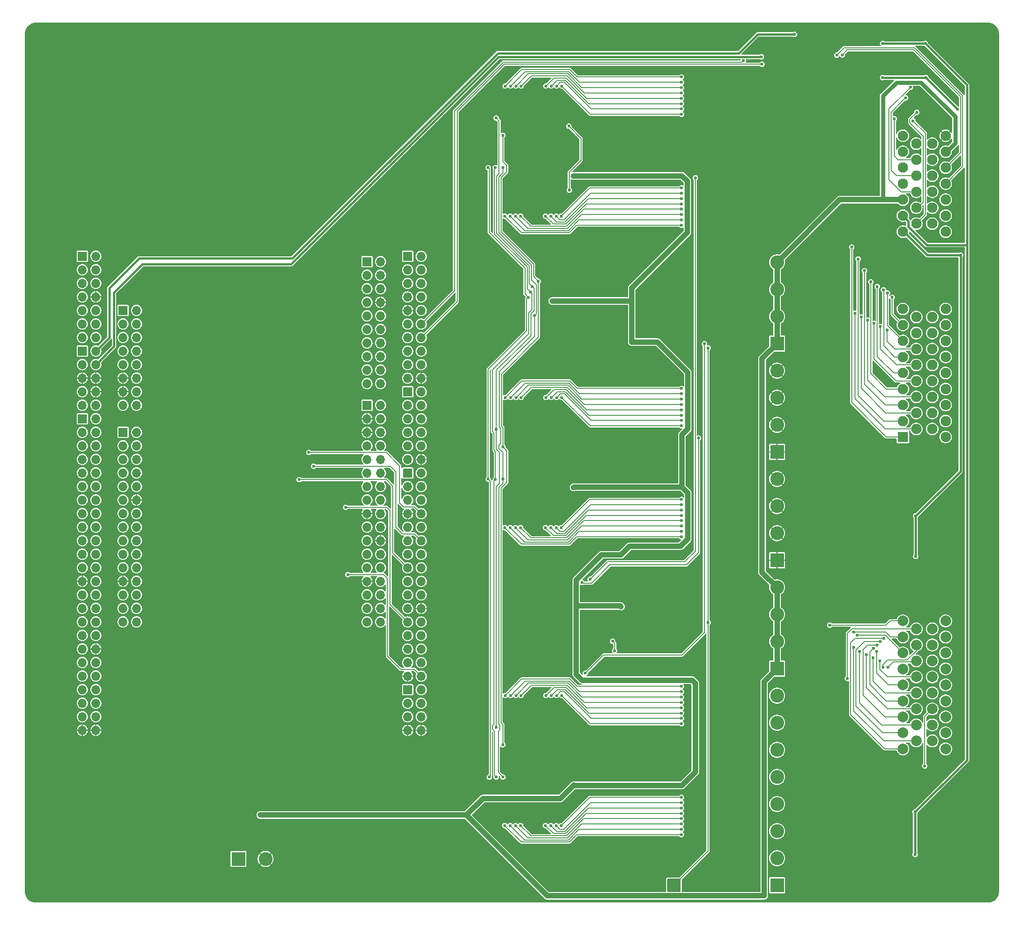
<source format=gbl>
G75*
G70*
%OFA0B0*%
%FSLAX25Y25*%
%IPPOS*%
%LPD*%
%AMOC8*
5,1,8,0,0,1.08239X$1,22.5*
%
%ADD10C,0.03150*%
%ADD11C,0.25197*%
%ADD12R,0.07677X0.07677*%
%ADD13C,0.07677*%
%ADD14R,0.06693X0.06693*%
%ADD15O,0.06693X0.06693*%
%ADD16R,0.10236X0.10236*%
%ADD17C,0.10236*%
%ADD22C,0.07874*%
%ADD23C,0.02362*%
%ADD25C,0.01575*%
%ADD26C,0.03937*%
%ADD27C,0.00787*%
X0000000Y0000000D02*
%LPD*%
G01*
D10*
X0309449Y0013780D03*
X0312216Y0020461D03*
X0312216Y0007098D03*
X0318898Y0023228D03*
D11*
X0318898Y0013780D03*
D10*
X0318898Y0004331D03*
X0325579Y0020461D03*
X0325579Y0007098D03*
X0328346Y0013780D03*
D12*
X0647638Y0343701D03*
D13*
X0647638Y0355512D03*
X0647638Y0367323D03*
X0647638Y0379134D03*
X0647638Y0390945D03*
X0647638Y0402756D03*
X0647638Y0414567D03*
X0647638Y0426378D03*
X0647638Y0438189D03*
X0657480Y0349606D03*
X0657480Y0361417D03*
X0657480Y0373228D03*
X0657480Y0385039D03*
X0657480Y0396850D03*
X0657480Y0408661D03*
X0657480Y0420472D03*
X0657480Y0432283D03*
X0669291Y0349606D03*
X0669291Y0361417D03*
X0669291Y0373228D03*
X0669291Y0385039D03*
X0669291Y0396850D03*
X0669291Y0408661D03*
X0669291Y0420472D03*
X0669291Y0432283D03*
X0679134Y0343701D03*
X0679134Y0355512D03*
X0679134Y0367323D03*
X0679134Y0379134D03*
X0679134Y0390945D03*
X0679134Y0402756D03*
X0679134Y0414567D03*
X0679134Y0426378D03*
X0679134Y0438189D03*
X0647638Y0495276D03*
X0647638Y0507087D03*
X0647638Y0518898D03*
X0647638Y0530709D03*
X0647638Y0542520D03*
X0647638Y0554331D03*
X0647638Y0566142D03*
X0657480Y0501181D03*
X0657480Y0512992D03*
X0657480Y0524803D03*
X0657480Y0536614D03*
X0657480Y0548425D03*
X0657480Y0560236D03*
X0669291Y0501181D03*
X0669291Y0512992D03*
X0669291Y0524803D03*
X0669291Y0536614D03*
X0669291Y0548425D03*
X0669291Y0560236D03*
X0679134Y0495276D03*
X0679134Y0507087D03*
X0679134Y0518898D03*
X0679134Y0530709D03*
X0679134Y0542520D03*
X0679134Y0554331D03*
X0679134Y0566142D03*
D14*
X0252323Y0473165D03*
D15*
X0262323Y0473165D03*
X0252323Y0463165D03*
X0262323Y0463165D03*
X0252323Y0453165D03*
X0262323Y0453165D03*
X0252323Y0443165D03*
X0262323Y0443165D03*
X0252323Y0433165D03*
X0262323Y0433165D03*
X0252323Y0423165D03*
X0262323Y0423165D03*
X0252323Y0413165D03*
X0262323Y0413165D03*
X0252323Y0403165D03*
X0262323Y0403165D03*
X0252323Y0393165D03*
X0262323Y0393165D03*
X0252323Y0383165D03*
X0262323Y0383165D03*
D14*
X0042323Y0357165D03*
D15*
X0052323Y0357165D03*
X0042323Y0347165D03*
X0052323Y0347165D03*
X0042323Y0337165D03*
X0052323Y0337165D03*
X0042323Y0327165D03*
X0052323Y0327165D03*
X0042323Y0317165D03*
X0052323Y0317165D03*
X0042323Y0307165D03*
X0052323Y0307165D03*
X0042323Y0297165D03*
X0052323Y0297165D03*
X0042323Y0287165D03*
X0052323Y0287165D03*
X0042323Y0277165D03*
X0052323Y0277165D03*
X0042323Y0267165D03*
X0052323Y0267165D03*
X0042323Y0257165D03*
X0052323Y0257165D03*
X0042323Y0247165D03*
X0052323Y0247165D03*
X0042323Y0237165D03*
X0052323Y0237165D03*
X0042323Y0227165D03*
X0052323Y0227165D03*
X0042323Y0217165D03*
X0052323Y0217165D03*
X0042323Y0207165D03*
X0052323Y0207165D03*
X0042323Y0197165D03*
X0052323Y0197165D03*
X0042323Y0187165D03*
X0052323Y0187165D03*
X0042323Y0177165D03*
X0052323Y0177165D03*
X0042323Y0167165D03*
X0052323Y0167165D03*
X0042323Y0157165D03*
X0052323Y0157165D03*
X0042323Y0147165D03*
X0052323Y0147165D03*
X0042323Y0137165D03*
X0052323Y0137165D03*
X0042323Y0127165D03*
X0052323Y0127165D03*
D16*
X0554823Y0252677D03*
D17*
X0554823Y0272677D03*
X0554823Y0292677D03*
X0554823Y0312677D03*
D16*
X0157500Y0032146D03*
D17*
X0177500Y0032146D03*
D14*
X0072323Y0347165D03*
D15*
X0082323Y0347165D03*
X0072323Y0337165D03*
X0082323Y0337165D03*
X0072323Y0327165D03*
X0082323Y0327165D03*
X0072323Y0317165D03*
X0082323Y0317165D03*
X0072323Y0307165D03*
X0082323Y0307165D03*
X0072323Y0297165D03*
X0082323Y0297165D03*
X0072323Y0287165D03*
X0082323Y0287165D03*
X0072323Y0277165D03*
X0082323Y0277165D03*
X0072323Y0267165D03*
X0082323Y0267165D03*
X0072323Y0257165D03*
X0082323Y0257165D03*
X0072323Y0247165D03*
X0082323Y0247165D03*
X0072323Y0237165D03*
X0082323Y0237165D03*
X0072323Y0227165D03*
X0082323Y0227165D03*
X0072323Y0217165D03*
X0082323Y0217165D03*
X0072323Y0207165D03*
X0082323Y0207165D03*
D14*
X0282323Y0317087D03*
D15*
X0292323Y0317087D03*
X0282323Y0307087D03*
X0292323Y0307087D03*
X0282323Y0297087D03*
X0292323Y0297087D03*
X0282323Y0287087D03*
X0292323Y0287087D03*
X0282323Y0277087D03*
X0292323Y0277087D03*
X0282323Y0267087D03*
X0292323Y0267087D03*
X0282323Y0257087D03*
X0292323Y0257087D03*
X0282323Y0247087D03*
X0292323Y0247087D03*
X0282323Y0237087D03*
X0292323Y0237087D03*
X0282323Y0227087D03*
X0292323Y0227087D03*
X0282323Y0217087D03*
X0292323Y0217087D03*
X0282323Y0207087D03*
X0292323Y0207087D03*
X0282323Y0197087D03*
X0292323Y0197087D03*
X0282323Y0187087D03*
X0292323Y0187087D03*
X0282323Y0177087D03*
X0292323Y0177087D03*
X0282323Y0167087D03*
X0292323Y0167087D03*
D10*
X0311417Y0324803D03*
X0314185Y0331484D03*
X0314185Y0318122D03*
X0320866Y0334252D03*
D11*
X0320866Y0324803D03*
D10*
X0320866Y0315354D03*
X0327547Y0331484D03*
X0327547Y0318122D03*
X0330315Y0324803D03*
D14*
X0072323Y0437165D03*
D15*
X0082323Y0437165D03*
X0072323Y0427165D03*
X0082323Y0427165D03*
X0072323Y0417165D03*
X0082323Y0417165D03*
X0072323Y0407165D03*
X0082323Y0407165D03*
X0072323Y0397165D03*
X0082323Y0397165D03*
X0072323Y0387165D03*
X0082323Y0387165D03*
X0072323Y0377165D03*
X0082323Y0377165D03*
X0072323Y0367165D03*
X0082323Y0367165D03*
D16*
X0554823Y0332677D03*
D17*
X0554823Y0352677D03*
X0554823Y0372677D03*
X0554823Y0392677D03*
D16*
X0554823Y0412677D03*
D17*
X0554823Y0432677D03*
X0554823Y0452677D03*
X0554823Y0472677D03*
D16*
X0554823Y0012677D03*
D17*
X0554823Y0032677D03*
X0554823Y0052677D03*
X0554823Y0072677D03*
X0554823Y0092677D03*
X0554823Y0112677D03*
X0554823Y0132677D03*
X0554823Y0152677D03*
D10*
X0694938Y0013780D03*
X0697705Y0020461D03*
X0697705Y0007098D03*
X0704387Y0023228D03*
D11*
X0704387Y0013780D03*
D10*
X0704387Y0004331D03*
X0711068Y0020461D03*
X0711068Y0007098D03*
X0713835Y0013780D03*
X0694938Y0635827D03*
X0697705Y0642508D03*
X0697705Y0629145D03*
X0704387Y0645276D03*
D11*
X0704387Y0635827D03*
D10*
X0704387Y0626378D03*
X0711068Y0642508D03*
X0711068Y0629145D03*
X0713835Y0635827D03*
X0004331Y0635827D03*
X0007098Y0642508D03*
X0007098Y0629145D03*
X0013780Y0645276D03*
D11*
X0013780Y0635827D03*
D10*
X0013780Y0626378D03*
X0020461Y0642508D03*
X0020461Y0629145D03*
X0023228Y0635827D03*
D14*
X0042323Y0407165D03*
D15*
X0052323Y0407165D03*
X0042323Y0397165D03*
X0052323Y0397165D03*
X0042323Y0387165D03*
X0052323Y0387165D03*
X0042323Y0377165D03*
X0052323Y0377165D03*
X0042323Y0367165D03*
X0052323Y0367165D03*
D10*
X0311417Y0635827D03*
X0314185Y0642508D03*
X0314185Y0629145D03*
X0320866Y0645276D03*
D11*
X0320866Y0635827D03*
D10*
X0320866Y0626378D03*
X0327547Y0642508D03*
X0327547Y0629145D03*
X0330315Y0635827D03*
D14*
X0282323Y0477087D03*
D15*
X0292323Y0477087D03*
X0282323Y0467087D03*
X0292323Y0467087D03*
X0282323Y0457087D03*
X0292323Y0457087D03*
X0282323Y0447087D03*
X0292323Y0447087D03*
X0282323Y0437087D03*
X0292323Y0437087D03*
X0282323Y0427087D03*
X0292323Y0427087D03*
X0282323Y0417087D03*
X0292323Y0417087D03*
X0282323Y0407087D03*
X0292323Y0407087D03*
X0282323Y0397087D03*
X0292323Y0397087D03*
X0282323Y0387087D03*
X0292323Y0387087D03*
G36*
G01*
X0473642Y0008642D02*
X0473642Y0016713D01*
G75*
G02*
X0474626Y0017697I0000984J0000000D01*
G01*
X0482697Y0017697D01*
G75*
G02*
X0483681Y0016713I0000000J-000984D01*
G01*
X0483681Y0008642D01*
G75*
G02*
X0482697Y0007657I-000984J0000000D01*
G01*
X0474626Y0007657D01*
G75*
G02*
X0473642Y0008642I0000000J0000984D01*
G01*
G37*
D14*
X0282323Y0157087D03*
D15*
X0292323Y0157087D03*
X0282323Y0147087D03*
X0292323Y0147087D03*
X0282323Y0137087D03*
X0292323Y0137087D03*
X0282323Y0127087D03*
X0292323Y0127087D03*
D14*
X0252323Y0367165D03*
D15*
X0262323Y0367165D03*
X0252323Y0357165D03*
X0262323Y0357165D03*
X0252323Y0347165D03*
X0262323Y0347165D03*
X0252323Y0337165D03*
X0262323Y0337165D03*
X0252323Y0327165D03*
X0262323Y0327165D03*
X0252323Y0317165D03*
X0262323Y0317165D03*
X0252323Y0307165D03*
X0262323Y0307165D03*
X0252323Y0297165D03*
X0262323Y0297165D03*
X0252323Y0287165D03*
X0262323Y0287165D03*
X0252323Y0277165D03*
X0262323Y0277165D03*
X0252323Y0267165D03*
X0262323Y0267165D03*
X0252323Y0257165D03*
X0262323Y0257165D03*
X0252323Y0247165D03*
X0262323Y0247165D03*
X0252323Y0237165D03*
X0262323Y0237165D03*
X0252323Y0227165D03*
X0262323Y0227165D03*
X0252323Y0217165D03*
X0262323Y0217165D03*
X0252323Y0207165D03*
X0262323Y0207165D03*
D14*
X0042323Y0477165D03*
D15*
X0052323Y0477165D03*
X0042323Y0467165D03*
X0052323Y0467165D03*
X0042323Y0457165D03*
X0052323Y0457165D03*
X0042323Y0447165D03*
X0052323Y0447165D03*
X0042323Y0437165D03*
X0052323Y0437165D03*
X0042323Y0427165D03*
X0052323Y0427165D03*
X0042323Y0417165D03*
X0052323Y0417165D03*
D10*
X0004331Y0013780D03*
X0007098Y0020461D03*
X0007098Y0007098D03*
X0013780Y0023228D03*
D11*
X0013780Y0013780D03*
D10*
X0013780Y0004331D03*
X0020461Y0020461D03*
X0020461Y0007098D03*
X0023228Y0013780D03*
D14*
X0282323Y0377087D03*
D15*
X0292323Y0377087D03*
X0282323Y0367087D03*
X0292323Y0367087D03*
X0282323Y0357087D03*
X0292323Y0357087D03*
X0282323Y0347087D03*
X0292323Y0347087D03*
X0282323Y0337087D03*
X0292323Y0337087D03*
X0282323Y0327087D03*
X0292323Y0327087D03*
D10*
X0004331Y0324803D03*
X0007098Y0331484D03*
X0007098Y0318122D03*
X0013780Y0334252D03*
D11*
X0013780Y0324803D03*
D10*
X0013780Y0315354D03*
X0020461Y0331484D03*
X0020461Y0318122D03*
X0023228Y0324803D03*
D22*
X0647638Y0113386D03*
X0647638Y0125197D03*
X0647638Y0137008D03*
X0647638Y0148819D03*
X0647638Y0160630D03*
X0647638Y0172441D03*
X0647638Y0184252D03*
X0647638Y0196063D03*
X0647638Y0207874D03*
X0657480Y0119291D03*
X0657480Y0131102D03*
X0657480Y0142913D03*
X0657480Y0154724D03*
X0657480Y0166535D03*
X0657480Y0178346D03*
X0657480Y0190157D03*
X0657480Y0201969D03*
X0669291Y0119291D03*
X0669291Y0131102D03*
X0669291Y0142913D03*
X0669291Y0154724D03*
X0669291Y0166535D03*
X0669291Y0178346D03*
X0669291Y0190157D03*
X0669291Y0201969D03*
X0679134Y0113386D03*
X0679134Y0125197D03*
X0679134Y0137008D03*
X0679134Y0148819D03*
X0679134Y0160630D03*
X0679134Y0172441D03*
X0679134Y0184252D03*
X0679134Y0196063D03*
X0679134Y0207874D03*
D16*
X0554823Y0172677D03*
D17*
X0554823Y0192677D03*
X0554823Y0212677D03*
X0554823Y0232677D03*
D23*
X0410236Y0107480D03*
X0309843Y0071654D03*
X0562205Y0600394D03*
X0479528Y0384252D03*
X0664567Y0616535D03*
X0416929Y0383071D03*
X0387795Y0557480D03*
X0332677Y0086614D03*
X0549606Y0529134D03*
X0462992Y0202362D03*
X0551181Y0557480D03*
X0567717Y0120472D03*
X0350787Y0071654D03*
X0318110Y0149213D03*
X0602362Y0390945D03*
X0584252Y0615748D03*
X0595669Y0617323D03*
X0636614Y0072047D03*
X0418898Y0343307D03*
X0416929Y0470472D03*
X0489370Y0102756D03*
X0411417Y0129134D03*
X0353937Y0229528D03*
X0535433Y0170472D03*
X0415354Y0568898D03*
X0552362Y0629134D03*
X0683071Y0006693D03*
X0105906Y0400394D03*
X0375591Y0367717D03*
X0426772Y0449213D03*
X0531890Y0326772D03*
X0411811Y0077165D03*
X0403150Y0327165D03*
X0651969Y0267717D03*
X0385433Y0410630D03*
X0494094Y0235827D03*
X0488583Y0129528D03*
X0324016Y0072047D03*
X0414173Y0548819D03*
X0497638Y0383858D03*
X0542520Y0629921D03*
X0628346Y0110236D03*
X0232283Y0012598D03*
X0668898Y0491339D03*
X0302756Y0381496D03*
X0272047Y0145669D03*
X0538976Y0390157D03*
X0414567Y0176772D03*
X0455512Y0037008D03*
X0648031Y0579921D03*
X0420866Y0169685D03*
X0385827Y0231890D03*
X0441339Y0457480D03*
X0665354Y0579528D03*
X0181890Y0529921D03*
X0073622Y0563780D03*
X0571260Y0216929D03*
X0302756Y0322441D03*
X0209449Y0221260D03*
X0016535Y0107480D03*
X0351181Y0437402D03*
X0487795Y0081890D03*
X0562598Y0571654D03*
X0219685Y0159449D03*
X0448819Y0387402D03*
X0055118Y0014173D03*
X0421260Y0318504D03*
X0394488Y0438583D03*
X0538189Y0643701D03*
X0711811Y0428740D03*
X0339370Y0225984D03*
X0388976Y0034252D03*
X0475984Y0032283D03*
X0667717Y0021260D03*
X0416142Y0557087D03*
X0444882Y0465748D03*
X0317323Y0091339D03*
X0551181Y0514961D03*
X0301575Y0301969D03*
X0451969Y0106693D03*
X0628346Y0561024D03*
X0368504Y0396063D03*
X0376378Y0178346D03*
X0398425Y0231496D03*
X0541339Y0046850D03*
X0540945Y0012598D03*
X0403150Y0427953D03*
X0651969Y0055118D03*
X0598425Y0095669D03*
X0572047Y0323622D03*
X0534646Y0259055D03*
X0632677Y0626772D03*
X0356299Y0246457D03*
X0465354Y0481890D03*
X0714567Y0611811D03*
X0435039Y0013386D03*
X0515354Y0342913D03*
X0651969Y0047638D03*
X0114567Y0300787D03*
X0676378Y0067717D03*
X0541339Y0070472D03*
X0123622Y0481496D03*
X0220866Y0101969D03*
X0361024Y0237008D03*
X0272835Y0462992D03*
X0462598Y0446063D03*
X0622835Y0290157D03*
X0354331Y0501575D03*
X0094488Y0031102D03*
X0238976Y0432677D03*
X0383858Y0213780D03*
X0482283Y0496457D03*
X0344488Y0330709D03*
X0474409Y0267323D03*
X0697244Y0094094D03*
X0570866Y0254724D03*
X0241732Y0482677D03*
X0605118Y0160236D03*
X0415354Y0098425D03*
X0552362Y0572047D03*
X0427953Y0041339D03*
X0398819Y0064173D03*
X0282677Y0036614D03*
X0014567Y0509449D03*
X0380315Y0071654D03*
X0452362Y0439370D03*
X0230315Y0344488D03*
X0271654Y0211417D03*
X0410630Y0082283D03*
X0491732Y0396457D03*
X0400787Y0075197D03*
X0333858Y0244488D03*
X0355512Y0186616D03*
X0562205Y0528740D03*
X0499606Y0085039D03*
X0403543Y0583071D03*
X0707087Y0126772D03*
X0140945Y0562598D03*
X0009449Y0044094D03*
X0359449Y0260630D03*
X0371654Y0107874D03*
X0402760Y0170455D03*
X0412205Y0495669D03*
X0568504Y0384252D03*
X0012598Y0275984D03*
X0524016Y0110236D03*
X0640551Y0310236D03*
X0436614Y0404331D03*
X0490157Y0323228D03*
X0055118Y0637795D03*
X0273622Y0187008D03*
X0537795Y0152756D03*
X0508661Y0383858D03*
X0632677Y0616535D03*
X0369685Y0523228D03*
X0538583Y0300394D03*
X0509055Y0231496D03*
X0659843Y0594488D03*
X0455118Y0188583D03*
X0548425Y0342126D03*
X0337795Y0573228D03*
X0594882Y0188976D03*
X0012992Y0587795D03*
X0666142Y0082677D03*
X0621654Y0566929D03*
X0419291Y0123228D03*
X0283465Y0635433D03*
X0385827Y0253937D03*
X0125984Y0010236D03*
X0710630Y0505906D03*
X0412205Y0194488D03*
X0407874Y0264567D03*
X0365748Y0468110D03*
X0413780Y0348031D03*
X0488583Y0260630D03*
X0272441Y0434646D03*
X0490157Y0420472D03*
X0696457Y0070472D03*
X0383858Y0502362D03*
X0453937Y0016929D03*
X0373228Y0603543D03*
X0384252Y0607480D03*
X0709449Y0562992D03*
X0475984Y0564567D03*
X0412205Y0231496D03*
X0429921Y0566929D03*
X0466929Y0222835D03*
X0441732Y0438976D03*
X0324016Y0552756D03*
X0490945Y0465748D03*
X0337402Y0186220D03*
X0509055Y0082283D03*
X0662205Y0273622D03*
X0576772Y0050394D03*
X0428346Y0417323D03*
X0351181Y0427165D03*
X0405512Y0295276D03*
X0498819Y0046063D03*
X0172835Y0635039D03*
X0447244Y0494488D03*
X0321654Y0053150D03*
X0498031Y0406299D03*
X0497638Y0218504D03*
X0405118Y0099213D03*
X0568110Y0171654D03*
X0603543Y0248425D03*
X0664173Y0626772D03*
X0603937Y0070866D03*
X0651969Y0273622D03*
X0418898Y0244488D03*
X0335827Y0036220D03*
X0569685Y0342913D03*
X0382677Y0272441D03*
X0418504Y0572835D03*
X0404331Y0016535D03*
X0627953Y0536220D03*
X0475591Y0545276D03*
X0339764Y0201575D03*
X0297638Y0262598D03*
X0503543Y0437795D03*
X0453937Y0178740D03*
X0369291Y0071654D03*
X0315354Y0233465D03*
X0463780Y0496457D03*
X0537402Y0129134D03*
X0369685Y0356693D03*
X0489370Y0552362D03*
X0409055Y0388976D03*
X0535433Y0222047D03*
X0486614Y0045669D03*
X0570079Y0095669D03*
X0634252Y0034646D03*
X0383071Y0052362D03*
X0508268Y0301181D03*
X0661024Y0055512D03*
X0445669Y0255672D03*
X0470866Y0237008D03*
X0568504Y0281102D03*
X0590157Y0640157D03*
X0337795Y0468898D03*
X0274016Y0367717D03*
X0379921Y0522835D03*
X0500787Y0116142D03*
X0631102Y0472047D03*
X0446850Y0242520D03*
X0333071Y0300000D03*
X0631102Y0484646D03*
X0014173Y0184646D03*
X0422441Y0129528D03*
X0461417Y0419685D03*
X0576772Y0071654D03*
X0352362Y0099213D03*
X0380315Y0466929D03*
X0422441Y0579528D03*
X0507087Y0590945D03*
X0562598Y0500787D03*
X0338976Y0123228D03*
X0399213Y0406299D03*
X0580315Y0005906D03*
X0375984Y0410630D03*
X0422047Y0547638D03*
X0550394Y0500787D03*
X0624016Y0584646D03*
X0628346Y0094488D03*
X0603150Y0349213D03*
X0429528Y0266535D03*
X0474409Y0487795D03*
X0355906Y0041339D03*
X0413386Y0207480D03*
X0337795Y0264961D03*
X0550394Y0543307D03*
X0611024Y0622047D03*
X0405118Y0415748D03*
X0631102Y0391339D03*
X0442520Y0400394D03*
X0444488Y0411024D03*
X0532677Y0419685D03*
X0484646Y0641339D03*
X0407480Y0557480D03*
X0607480Y0442126D03*
X0425984Y0438583D03*
X0405118Y0343701D03*
X0516142Y0463780D03*
X0306693Y0475984D03*
X0393307Y0387795D03*
X0427559Y0425591D03*
X0331890Y0064567D03*
X0374803Y0581890D03*
X0307480Y0280315D03*
X0485827Y0573622D03*
X0551575Y0585827D03*
X0603543Y0277953D03*
X0398819Y0594882D03*
X0405118Y0318898D03*
X0497244Y0547638D03*
X0537008Y0107480D03*
X0538189Y0087008D03*
X0380709Y0026378D03*
X0462598Y0427165D03*
X0338189Y0397638D03*
X0384252Y0418110D03*
X0382283Y0441732D03*
X0485827Y0098031D03*
X0244488Y0556693D03*
X0401181Y0218898D03*
X0562598Y0557480D03*
X0343701Y0550000D03*
X0199213Y0048425D03*
X0285827Y0104724D03*
X0604724Y0147638D03*
X0710236Y0055906D03*
X0308661Y0271260D03*
X0185433Y0407480D03*
X0149606Y0188976D03*
X0551181Y0600394D03*
X0443307Y0417323D03*
X0683071Y0643701D03*
X0376378Y0376772D03*
X0334252Y0431496D03*
X0355118Y0379921D03*
X0426772Y0555906D03*
X0475591Y0324803D03*
X0627953Y0545276D03*
X0578346Y0638976D03*
X0358661Y0318898D03*
X0409843Y0407087D03*
X0375591Y0220472D03*
X0355118Y0548819D03*
X0662205Y0267717D03*
X0374016Y0297638D03*
X0368504Y0005512D03*
X0475984Y0096457D03*
X0424803Y0325984D03*
X0377559Y0248425D03*
X0272441Y0398031D03*
X0405512Y0549213D03*
X0442913Y0427165D03*
X0268504Y0315748D03*
X0375984Y0133071D03*
X0342520Y0565748D03*
X0562205Y0514961D03*
X0697244Y0036614D03*
X0353150Y0414567D03*
X0337795Y0343701D03*
X0344488Y0320866D03*
X0378740Y0483071D03*
X0707480Y0373622D03*
X0681102Y0612205D03*
X0488189Y0412598D03*
X0383071Y0156693D03*
X0380709Y0358268D03*
X0562598Y0585827D03*
X0354724Y0159449D03*
X0298230Y0187841D03*
X0606299Y0054331D03*
X0679134Y0579528D03*
X0150000Y0122047D03*
X0510236Y0190551D03*
X0351181Y0432283D03*
X0689764Y0603543D03*
X0686220Y0501181D03*
X0363386Y0327559D03*
X0661417Y0047638D03*
X0474803Y0200787D03*
X0112992Y0058661D03*
X0159449Y0352362D03*
X0562205Y0322047D03*
X0453543Y0326378D03*
X0115354Y0203150D03*
X0438976Y0481496D03*
X0365354Y0557087D03*
X0602362Y0310630D03*
X0496063Y0253543D03*
X0129134Y0246063D03*
X0489764Y0486614D03*
X0271260Y0018898D03*
X0493307Y0012598D03*
X0607480Y0125984D03*
X0494882Y0173622D03*
X0418898Y0429134D03*
X0464173Y0402362D03*
X0398031Y0296063D03*
X0485433Y0547638D03*
X0462598Y0227559D03*
X0397638Y0450394D03*
X0464961Y0457480D03*
X0286614Y0485827D03*
X0488189Y0405118D03*
X0510630Y0630315D03*
X0603937Y0029528D03*
X0399110Y0194230D03*
X0113386Y0153150D03*
X0453543Y0553937D03*
X0625591Y0006299D03*
X0705118Y0181102D03*
X0571260Y0633858D03*
X0301969Y0412598D03*
X0400000Y0135827D03*
X0562598Y0543307D03*
X0375591Y0146457D03*
X0101181Y0114173D03*
X0298425Y0201181D03*
X0375197Y0272835D03*
X0175197Y0449606D03*
X0521654Y0423228D03*
X0484754Y0536506D03*
X0404793Y0086545D03*
X0439764Y0218504D03*
X0447638Y0453780D03*
X0404764Y0536496D03*
X0447638Y0413780D03*
X0439764Y0256693D03*
X0484744Y0086496D03*
X0389016Y0444134D03*
X0404587Y0306496D03*
X0173622Y0064567D03*
X0484596Y0306742D03*
X0484252Y0500085D03*
X0353939Y0506772D03*
X0636034Y0422833D03*
X0357874Y0506772D03*
X0484252Y0504020D03*
X0484252Y0507955D03*
X0631104Y0425195D03*
X0361809Y0506772D03*
X0626382Y0427557D03*
X0365744Y0506772D03*
X0484252Y0511890D03*
X0484252Y0515825D03*
X0621659Y0429921D03*
X0383939Y0506772D03*
X0387874Y0506772D03*
X0484252Y0519760D03*
X0616937Y0432278D03*
X0391809Y0506772D03*
X0484252Y0523695D03*
X0612215Y0435039D03*
X0484311Y0527630D03*
X0395744Y0506772D03*
X0484311Y0581977D03*
X0396061Y0602835D03*
X0639764Y0446850D03*
X0484252Y0585911D03*
X0392126Y0602835D03*
X0636220Y0450000D03*
X0401181Y0573228D03*
X0401575Y0525984D03*
X0413386Y0169291D03*
X0501181Y0412557D03*
X0347051Y0312205D03*
X0346992Y0542520D03*
X0347638Y0092598D03*
X0372840Y0450725D03*
X0341732Y0542520D03*
X0371267Y0446822D03*
X0342559Y0092559D03*
X0341732Y0312598D03*
X0374413Y0454556D03*
X0347638Y0129213D03*
X0347638Y0349213D03*
X0347638Y0579213D03*
X0352500Y0566398D03*
X0352500Y0116398D03*
X0378740Y0458661D03*
X0352500Y0336398D03*
X0352559Y0542598D03*
X0352559Y0312598D03*
X0375986Y0433465D03*
X0352559Y0092598D03*
X0602954Y0625786D03*
X0598819Y0625591D03*
X0411024Y0236220D03*
X0496850Y0342913D03*
X0543307Y0624409D03*
X0388191Y0602835D03*
X0633327Y0452360D03*
X0484252Y0589846D03*
X0384256Y0602835D03*
X0484252Y0593781D03*
X0628740Y0454722D03*
X0366061Y0602835D03*
X0484252Y0597717D03*
X0624016Y0458268D03*
X0362126Y0602835D03*
X0484252Y0601652D03*
X0619291Y0466535D03*
X0484252Y0605587D03*
X0614665Y0475174D03*
X0358191Y0602835D03*
X0609834Y0483940D03*
X0484252Y0609522D03*
X0354256Y0602835D03*
X0484252Y0270085D03*
X0620497Y0183071D03*
X0353939Y0276772D03*
X0484252Y0274020D03*
X0615777Y0185431D03*
X0357874Y0276772D03*
X0361809Y0276772D03*
X0484252Y0277955D03*
X0611417Y0188189D03*
X0365744Y0276772D03*
X0593701Y0204724D03*
X0484252Y0281890D03*
X0611417Y0199608D03*
X0383939Y0276772D03*
X0484252Y0285825D03*
X0484252Y0289760D03*
X0387874Y0276772D03*
X0614054Y0197246D03*
X0391809Y0276772D03*
X0484252Y0293695D03*
X0395744Y0276772D03*
X0628304Y0185433D03*
X0484311Y0297630D03*
X0396061Y0372835D03*
X0484311Y0351977D03*
X0625984Y0187803D03*
X0628684Y0190163D03*
X0392126Y0372835D03*
X0484252Y0355911D03*
X0484252Y0359846D03*
X0631102Y0192520D03*
X0388191Y0372835D03*
X0384256Y0372835D03*
X0633465Y0194884D03*
X0484252Y0363781D03*
X0366061Y0372835D03*
X0484252Y0367717D03*
X0362126Y0372835D03*
X0484252Y0371652D03*
X0358191Y0372835D03*
X0484252Y0375587D03*
X0354256Y0372835D03*
X0484252Y0379522D03*
X0353939Y0056772D03*
X0484252Y0050085D03*
X0484252Y0054020D03*
X0357874Y0056772D03*
X0484252Y0057955D03*
X0361809Y0056772D03*
X0484252Y0061890D03*
X0365744Y0056772D03*
X0484252Y0065825D03*
X0383939Y0056772D03*
X0484252Y0069760D03*
X0387874Y0056772D03*
X0484252Y0073695D03*
X0391809Y0056772D03*
X0484311Y0077630D03*
X0395744Y0056772D03*
X0484311Y0131977D03*
X0663780Y0100787D03*
X0396061Y0152835D03*
X0484252Y0135911D03*
X0392126Y0152835D03*
X0484252Y0139846D03*
X0388191Y0152835D03*
X0606693Y0165354D03*
X0484252Y0143781D03*
X0384256Y0152835D03*
X0366061Y0152835D03*
X0633027Y0173622D03*
X0484252Y0147717D03*
X0484252Y0151652D03*
X0636614Y0173622D03*
X0362126Y0152835D03*
X0358191Y0152835D03*
X0484252Y0155587D03*
X0630666Y0178344D03*
X0354256Y0152835D03*
X0625589Y0180709D03*
X0484252Y0159522D03*
X0503937Y0409449D03*
X0503937Y0206693D03*
X0529921Y0621654D03*
X0543701Y0618898D03*
X0690157Y0477953D03*
X0664567Y0609055D03*
X0657087Y0285433D03*
X0687795Y0585827D03*
X0657087Y0255512D03*
X0632677Y0609055D03*
X0656693Y0066929D03*
X0656693Y0035433D03*
X0632677Y0634252D03*
X0664173Y0634252D03*
X0655120Y0577165D03*
X0657874Y0583465D03*
X0653150Y0601969D03*
X0649604Y0594094D03*
X0641339Y0578740D03*
X0567717Y0640945D03*
X0238189Y0242126D03*
X0236614Y0291732D03*
X0202362Y0312205D03*
X0212992Y0322047D03*
X0209449Y0332283D03*
X0494488Y0535039D03*
X0416929Y0238583D03*
X0433465Y0192913D03*
X0435039Y0185827D03*
D26*
X0484596Y0306742D02*
X0404833Y0306742D01*
X0325591Y0064567D02*
X0337795Y0076772D01*
X0466535Y0413780D02*
X0447638Y0413780D01*
X0488583Y0494724D02*
X0488583Y0532677D01*
X0447638Y0444488D02*
X0447638Y0453780D01*
X0425374Y0256693D02*
X0439764Y0256693D01*
X0389016Y0444134D02*
X0447283Y0444134D01*
X0543701Y0243799D02*
X0543701Y0252362D01*
X0554823Y0472677D02*
X0601043Y0518898D01*
D10*
X0642913Y0605512D02*
X0633071Y0595669D01*
X0686220Y0580315D02*
X0661024Y0605512D01*
X0679921Y0554331D02*
X0686220Y0560630D01*
D26*
X0404764Y0536496D02*
X0484744Y0536496D01*
X0484596Y0345226D02*
X0488976Y0349606D01*
X0447638Y0453780D02*
X0488583Y0494724D01*
X0488976Y0268504D02*
X0488976Y0302362D01*
X0404833Y0306742D02*
X0404587Y0306496D01*
X0439764Y0256693D02*
X0446063Y0262992D01*
X0406695Y0218898D02*
X0439370Y0218898D01*
X0411024Y0164173D02*
X0406695Y0168502D01*
X0554823Y0412677D02*
X0554823Y0472677D01*
X0406695Y0168502D02*
X0406695Y0218898D01*
X0406695Y0218898D02*
X0406695Y0238013D01*
X0554823Y0232677D02*
X0543701Y0243799D01*
X0545276Y0004903D02*
X0545276Y0163130D01*
X0385254Y0004903D02*
X0545276Y0004903D01*
X0494488Y0096240D02*
X0494488Y0161811D01*
X0484596Y0306742D02*
X0484596Y0345226D01*
X0488976Y0302362D02*
X0484596Y0306742D01*
X0488976Y0391339D02*
X0466535Y0413780D01*
D10*
X0633071Y0595669D02*
X0633071Y0519685D01*
D26*
X0483465Y0262992D02*
X0488976Y0268504D01*
X0447283Y0444134D02*
X0447638Y0444488D01*
X0447638Y0413780D02*
X0447638Y0444488D01*
X0395020Y0076772D02*
X0404793Y0086545D01*
X0406695Y0238013D02*
X0425374Y0256693D01*
X0484744Y0536496D02*
X0484754Y0536506D01*
X0492126Y0164173D02*
X0411024Y0164173D01*
D10*
X0661024Y0605512D02*
X0642913Y0605512D01*
X0679134Y0554331D02*
X0679921Y0554331D01*
D26*
X0484744Y0086496D02*
X0494488Y0096240D01*
X0337795Y0076772D02*
X0395020Y0076772D01*
X0543701Y0252362D02*
X0543701Y0401555D01*
X0488976Y0349606D02*
X0488976Y0391339D01*
X0494488Y0161811D02*
X0492126Y0164173D01*
X0173622Y0064567D02*
X0325591Y0064567D01*
X0543701Y0401555D02*
X0554823Y0412677D01*
D10*
X0633071Y0519685D02*
X0632283Y0518898D01*
X0686220Y0560630D02*
X0686220Y0580315D01*
D26*
X0554823Y0172677D02*
X0554823Y0232677D01*
X0488583Y0532677D02*
X0484754Y0536506D01*
X0446063Y0262992D02*
X0483465Y0262992D01*
X0545276Y0163130D02*
X0554823Y0172677D01*
X0325591Y0064567D02*
X0385254Y0004903D01*
X0404843Y0086496D02*
X0404793Y0086545D01*
X0601043Y0518898D02*
X0632283Y0518898D01*
X0632283Y0518898D02*
X0647638Y0518898D01*
X0439370Y0218898D02*
X0439764Y0218504D01*
X0484744Y0086496D02*
X0404843Y0086496D01*
D27*
X0401547Y0494580D02*
X0407051Y0500085D01*
X0366130Y0494580D02*
X0401547Y0494580D01*
X0407051Y0500085D02*
X0483935Y0500085D01*
X0353939Y0506772D02*
X0366130Y0494580D01*
X0357874Y0506772D02*
X0368493Y0496153D01*
X0408762Y0504020D02*
X0483935Y0504020D01*
X0636034Y0414360D02*
X0641732Y0408661D01*
X0400895Y0496153D02*
X0408762Y0504020D01*
X0368493Y0496153D02*
X0400895Y0496153D01*
X0636034Y0422833D02*
X0636034Y0414360D01*
X0641732Y0408661D02*
X0657480Y0408661D01*
X0631102Y0425193D02*
X0631102Y0408661D01*
X0642913Y0396850D02*
X0657480Y0396850D01*
X0631104Y0425195D02*
X0631102Y0425193D01*
X0410473Y0507955D02*
X0483935Y0507955D01*
X0400244Y0497726D02*
X0410473Y0507955D01*
X0631102Y0408661D02*
X0642913Y0396850D01*
X0370855Y0497726D02*
X0400244Y0497726D01*
X0361809Y0506772D02*
X0370855Y0497726D01*
X0626378Y0427553D02*
X0626378Y0401181D01*
X0626382Y0427557D02*
X0626378Y0427553D01*
X0373217Y0499299D02*
X0399592Y0499299D01*
X0399592Y0499299D02*
X0412183Y0511890D01*
X0642520Y0385039D02*
X0657480Y0385039D01*
X0626378Y0401181D02*
X0642520Y0385039D01*
X0365744Y0506772D02*
X0373217Y0499299D01*
X0412183Y0511890D02*
X0483935Y0511890D01*
X0621659Y0429921D02*
X0621654Y0429915D01*
X0398941Y0500872D02*
X0413894Y0515825D01*
X0389839Y0500872D02*
X0398941Y0500872D01*
X0634252Y0373228D02*
X0657480Y0373228D01*
X0413894Y0515825D02*
X0483935Y0515825D01*
X0621654Y0385827D02*
X0634252Y0373228D01*
X0383939Y0506772D02*
X0389839Y0500872D01*
X0621654Y0429915D02*
X0621654Y0385827D01*
X0635039Y0361417D02*
X0657480Y0361417D01*
X0387874Y0506772D02*
X0392201Y0502445D01*
X0392201Y0502445D02*
X0398289Y0502445D01*
X0398289Y0502445D02*
X0415604Y0519760D01*
X0616937Y0432278D02*
X0616929Y0432270D01*
X0616929Y0432270D02*
X0616929Y0379528D01*
X0415604Y0519760D02*
X0483935Y0519760D01*
X0616929Y0379528D02*
X0635039Y0361417D01*
X0634646Y0349606D02*
X0657480Y0349606D01*
X0612215Y0435039D02*
X0612205Y0435030D01*
X0417315Y0523695D02*
X0397638Y0504018D01*
X0483935Y0523695D02*
X0417315Y0523695D01*
X0612205Y0435030D02*
X0612205Y0372047D01*
X0612205Y0372047D02*
X0634646Y0349606D01*
X0397638Y0504018D02*
X0394563Y0504018D01*
X0394563Y0504018D02*
X0391809Y0506772D01*
X0395744Y0506772D02*
X0416602Y0527630D01*
X0416602Y0527630D02*
X0483994Y0527630D01*
X0396061Y0602835D02*
X0416919Y0581977D01*
X0639764Y0446850D02*
X0639764Y0434252D01*
X0416919Y0581977D02*
X0484311Y0581977D01*
X0639764Y0434252D02*
X0647638Y0426378D01*
X0394880Y0605589D02*
X0392126Y0602835D01*
X0636220Y0450000D02*
X0636220Y0425984D01*
X0417632Y0585911D02*
X0397955Y0605589D01*
X0484252Y0585911D02*
X0417632Y0585911D01*
X0636220Y0425984D02*
X0647638Y0414567D01*
X0397955Y0605589D02*
X0394880Y0605589D01*
X0401575Y0539370D02*
X0401575Y0525984D01*
X0410236Y0564173D02*
X0410236Y0548031D01*
X0401181Y0573228D02*
X0410236Y0564173D01*
X0410236Y0548031D02*
X0401575Y0539370D01*
X0484646Y0182677D02*
X0426772Y0182677D01*
X0426772Y0182677D02*
X0413386Y0169291D01*
X0501181Y0199213D02*
X0484646Y0182677D01*
X0501181Y0412557D02*
X0501181Y0199213D01*
X0346457Y0493307D02*
X0346457Y0541984D01*
X0346316Y0126459D02*
X0346457Y0126459D01*
X0347051Y0333008D02*
X0347051Y0312205D01*
X0370478Y0453087D02*
X0370478Y0469285D01*
X0374021Y0437800D02*
X0371659Y0435438D01*
X0344884Y0393309D02*
X0344884Y0347636D01*
X0370478Y0469285D02*
X0346457Y0493307D01*
X0344884Y0347636D02*
X0346065Y0346455D01*
X0346065Y0346455D02*
X0346065Y0333994D01*
X0346457Y0093780D02*
X0347638Y0092598D01*
X0346457Y0541984D02*
X0346992Y0542520D01*
X0344884Y0130535D02*
X0344884Y0127891D01*
X0347051Y0312205D02*
X0346065Y0311218D01*
X0346065Y0333994D02*
X0347051Y0333008D01*
X0371659Y0435438D02*
X0371659Y0420085D01*
X0344884Y0127891D02*
X0346316Y0126459D01*
X0346065Y0131716D02*
X0344884Y0130535D01*
X0372840Y0450725D02*
X0374021Y0449544D01*
X0372840Y0450725D02*
X0370478Y0453087D01*
X0374021Y0449544D02*
X0374021Y0437800D01*
X0346065Y0311218D02*
X0346065Y0131716D01*
X0346457Y0126459D02*
X0346457Y0093780D01*
X0371659Y0420085D02*
X0344884Y0393309D01*
X0341732Y0542520D02*
X0342559Y0541693D01*
X0368905Y0449184D02*
X0371267Y0446822D01*
X0342559Y0092559D02*
X0343307Y0093307D01*
X0342559Y0541693D02*
X0342559Y0494843D01*
X0343307Y0311024D02*
X0341732Y0312598D01*
X0370086Y0422055D02*
X0341732Y0393701D01*
X0341732Y0393701D02*
X0341732Y0312598D01*
X0342559Y0494843D02*
X0368905Y0468496D01*
X0368905Y0468496D02*
X0368905Y0449184D01*
X0371267Y0446822D02*
X0370086Y0445641D01*
X0343307Y0093307D02*
X0343307Y0311024D01*
X0370086Y0445641D02*
X0370086Y0422055D01*
X0347638Y0129213D02*
X0347638Y0307087D01*
X0347638Y0307087D02*
X0349805Y0309254D01*
X0349746Y0538191D02*
X0349746Y0577104D01*
X0349746Y0577104D02*
X0347638Y0579213D01*
X0372051Y0469957D02*
X0348039Y0493969D01*
X0349805Y0309254D02*
X0349805Y0332478D01*
X0372051Y0456918D02*
X0372051Y0469957D01*
X0375594Y0437149D02*
X0373232Y0434786D01*
X0374413Y0454556D02*
X0375594Y0453375D01*
X0373232Y0418508D02*
X0347638Y0392913D01*
X0373232Y0434786D02*
X0373232Y0418508D01*
X0347638Y0334646D02*
X0347638Y0349213D01*
X0347638Y0392913D02*
X0347638Y0349213D01*
X0349805Y0332478D02*
X0347638Y0334646D01*
X0348039Y0536484D02*
X0349746Y0538191D01*
X0374413Y0454556D02*
X0372051Y0456918D01*
X0375594Y0453375D02*
X0375594Y0437149D01*
X0348039Y0493969D02*
X0348039Y0536484D01*
X0351185Y0495272D02*
X0351185Y0535181D01*
X0375197Y0471260D02*
X0351185Y0495272D01*
X0355313Y0539309D02*
X0355313Y0544293D01*
X0352500Y0116398D02*
X0352500Y0131220D01*
X0351185Y0305909D02*
X0355313Y0310037D01*
X0352500Y0547106D02*
X0352500Y0566398D01*
X0352500Y0131220D02*
X0351185Y0132536D01*
X0355313Y0544293D02*
X0352500Y0547106D01*
X0351502Y0390085D02*
X0351502Y0351649D01*
X0355313Y0310037D02*
X0355313Y0333585D01*
X0352500Y0350651D02*
X0352500Y0336398D01*
X0351502Y0351649D02*
X0352500Y0350651D01*
X0355313Y0333585D02*
X0352500Y0336398D01*
X0378740Y0458661D02*
X0375197Y0462204D01*
X0351185Y0535181D02*
X0355313Y0539309D01*
X0378740Y0458661D02*
X0378740Y0417323D01*
X0375197Y0462204D02*
X0375197Y0471260D01*
X0378740Y0417323D02*
X0351502Y0390085D01*
X0351185Y0132536D02*
X0351185Y0305909D01*
X0349612Y0131314D02*
X0349612Y0306561D01*
X0377167Y0434646D02*
X0377167Y0456158D01*
X0349612Y0535833D02*
X0352559Y0538780D01*
X0350392Y0130535D02*
X0349612Y0131314D01*
X0352559Y0309508D02*
X0352559Y0312598D01*
X0375986Y0418112D02*
X0349929Y0392055D01*
X0349213Y0126378D02*
X0350392Y0127557D01*
X0349746Y0337720D02*
X0349746Y0335076D01*
X0349746Y0335076D02*
X0352559Y0332263D01*
X0350927Y0338901D02*
X0349746Y0337720D01*
X0352559Y0332263D02*
X0352559Y0312598D01*
X0375986Y0433465D02*
X0377167Y0434646D01*
X0373624Y0470608D02*
X0349612Y0494620D01*
X0377167Y0456158D02*
X0373624Y0459702D01*
X0349612Y0494620D02*
X0349612Y0535833D01*
X0350392Y0127557D02*
X0350392Y0130535D01*
X0352559Y0092598D02*
X0349213Y0095945D01*
X0375986Y0433465D02*
X0375986Y0418112D01*
X0373624Y0459702D02*
X0373624Y0470608D01*
X0349929Y0392055D02*
X0349929Y0350997D01*
X0349929Y0350997D02*
X0350927Y0349999D01*
X0349612Y0306561D02*
X0352559Y0309508D01*
X0350927Y0349999D02*
X0350927Y0338901D01*
X0352559Y0538780D02*
X0352559Y0542598D01*
X0349213Y0095945D02*
X0349213Y0126378D01*
X0655512Y0629528D02*
X0606695Y0629528D01*
X0606695Y0629528D02*
X0602954Y0625786D01*
X0690157Y0594882D02*
X0655512Y0629528D01*
X0690157Y0553543D02*
X0690157Y0594882D01*
X0679134Y0542520D02*
X0690157Y0553543D01*
X0604331Y0631102D02*
X0656164Y0631102D01*
X0691732Y0543307D02*
X0679134Y0530709D01*
X0656164Y0631102D02*
X0691732Y0595534D01*
X0598819Y0625591D02*
X0604331Y0631102D01*
X0691732Y0595534D02*
X0691732Y0543307D01*
X0411415Y0235829D02*
X0411024Y0236220D01*
X0431454Y0249213D02*
X0418070Y0235829D01*
X0496850Y0258268D02*
X0487795Y0249213D01*
X0496850Y0342913D02*
X0496850Y0258268D01*
X0418070Y0235829D02*
X0411415Y0235829D01*
X0487795Y0249213D02*
X0431454Y0249213D01*
D25*
X0065748Y0450394D02*
X0065748Y0410591D01*
X0543307Y0624409D02*
X0349404Y0624409D01*
X0196254Y0471260D02*
X0086614Y0471260D01*
X0349404Y0624409D02*
X0196254Y0471260D01*
X0086614Y0471260D02*
X0065748Y0450394D01*
X0065748Y0410591D02*
X0052323Y0397165D01*
D27*
X0398606Y0607162D02*
X0415921Y0589846D01*
X0633327Y0452360D02*
X0633465Y0452223D01*
X0633465Y0452223D02*
X0633465Y0411024D01*
X0641732Y0402756D02*
X0647638Y0402756D01*
X0392518Y0607162D02*
X0398606Y0607162D01*
X0633465Y0411024D02*
X0641732Y0402756D01*
X0388191Y0602835D02*
X0392518Y0607162D01*
X0415921Y0589846D02*
X0484252Y0589846D01*
X0414211Y0593781D02*
X0484252Y0593781D01*
X0628742Y0454720D02*
X0628742Y0409451D01*
X0628742Y0409451D02*
X0628740Y0409449D01*
X0640945Y0390945D02*
X0647638Y0390945D01*
X0399258Y0608734D02*
X0414211Y0593781D01*
X0384256Y0602835D02*
X0390156Y0608734D01*
X0628740Y0454722D02*
X0628742Y0454720D01*
X0628740Y0403150D02*
X0640945Y0390945D01*
X0628740Y0409449D02*
X0628740Y0403150D01*
X0390156Y0608734D02*
X0399258Y0608734D01*
X0412500Y0597717D02*
X0484252Y0597717D01*
X0624016Y0406299D02*
X0624016Y0390551D01*
X0373534Y0610307D02*
X0399909Y0610307D01*
X0635433Y0379134D02*
X0647638Y0379134D01*
X0366061Y0602835D02*
X0373534Y0610307D01*
X0624016Y0458268D02*
X0624020Y0458264D01*
X0624020Y0458264D02*
X0624020Y0406303D01*
X0624016Y0390551D02*
X0635433Y0379134D01*
X0624020Y0406303D02*
X0624016Y0406299D01*
X0399909Y0610307D02*
X0412500Y0597717D01*
X0410789Y0601652D02*
X0484252Y0601652D01*
X0619291Y0466535D02*
X0619297Y0466530D01*
X0619297Y0466530D02*
X0619297Y0413392D01*
X0371172Y0611880D02*
X0400561Y0611880D01*
X0619297Y0413392D02*
X0619291Y0413386D01*
X0362126Y0602835D02*
X0371172Y0611880D01*
X0619291Y0382677D02*
X0634646Y0367323D01*
X0634646Y0367323D02*
X0647638Y0367323D01*
X0619291Y0413386D02*
X0619291Y0382677D01*
X0400561Y0611880D02*
X0410789Y0601652D01*
X0633465Y0355512D02*
X0647638Y0355512D01*
X0409079Y0605587D02*
X0484252Y0605587D01*
X0368809Y0613453D02*
X0401212Y0613453D01*
X0614575Y0475083D02*
X0614575Y0374402D01*
X0401212Y0613453D02*
X0409079Y0605587D01*
X0358191Y0602835D02*
X0368809Y0613453D01*
X0614575Y0374402D02*
X0633465Y0355512D01*
X0614665Y0475174D02*
X0614575Y0475083D01*
X0609852Y0483921D02*
X0609852Y0369281D01*
X0366447Y0615026D02*
X0401864Y0615026D01*
X0401864Y0615026D02*
X0407368Y0609522D01*
X0609834Y0483940D02*
X0609852Y0483921D01*
X0609852Y0369281D02*
X0635433Y0343701D01*
X0635433Y0343701D02*
X0647638Y0343701D01*
X0354256Y0602835D02*
X0366447Y0615026D01*
X0407368Y0609522D02*
X0484252Y0609522D01*
X0366130Y0264580D02*
X0401547Y0264580D01*
X0636220Y0142913D02*
X0657480Y0142913D01*
X0620472Y0158661D02*
X0636220Y0142913D01*
X0401547Y0264580D02*
X0407051Y0270085D01*
X0407051Y0270085D02*
X0483935Y0270085D01*
X0620497Y0183071D02*
X0620472Y0183046D01*
X0620472Y0183046D02*
X0620472Y0158661D01*
X0353939Y0276772D02*
X0366130Y0264580D01*
X0408762Y0274020D02*
X0483935Y0274020D01*
X0631890Y0131102D02*
X0657480Y0131102D01*
X0357874Y0276772D02*
X0368493Y0266153D01*
X0615777Y0185431D02*
X0615748Y0185403D01*
X0615748Y0147244D02*
X0631890Y0131102D01*
X0400895Y0266153D02*
X0408762Y0274020D01*
X0368493Y0266153D02*
X0400895Y0266153D01*
X0615748Y0185403D02*
X0615748Y0147244D01*
X0611417Y0141339D02*
X0633465Y0119291D01*
X0400244Y0267726D02*
X0410473Y0277955D01*
X0370855Y0267726D02*
X0400244Y0267726D01*
X0633465Y0119291D02*
X0657480Y0119291D01*
X0611417Y0188189D02*
X0611417Y0141339D01*
X0410473Y0277955D02*
X0483935Y0277955D01*
X0361809Y0276772D02*
X0370855Y0267726D01*
X0638189Y0207874D02*
X0647638Y0207874D01*
X0412183Y0281890D02*
X0483935Y0281890D01*
X0365744Y0276772D02*
X0373217Y0269299D01*
X0635039Y0204724D02*
X0638189Y0207874D01*
X0399592Y0269299D02*
X0412183Y0281890D01*
X0373217Y0269299D02*
X0399592Y0269299D01*
X0593701Y0204724D02*
X0635039Y0204724D01*
X0398941Y0270872D02*
X0413894Y0285825D01*
X0635039Y0199606D02*
X0638583Y0196063D01*
X0389839Y0270872D02*
X0398941Y0270872D01*
X0638583Y0196063D02*
X0647638Y0196063D01*
X0611417Y0199608D02*
X0611419Y0199606D01*
X0611419Y0199606D02*
X0635039Y0199606D01*
X0383939Y0276772D02*
X0389839Y0270872D01*
X0413894Y0285825D02*
X0483935Y0285825D01*
X0387874Y0276772D02*
X0392201Y0272445D01*
X0392201Y0272445D02*
X0398289Y0272445D01*
X0415604Y0289760D02*
X0483935Y0289760D01*
X0614054Y0197246D02*
X0614056Y0197244D01*
X0398289Y0272445D02*
X0415604Y0289760D01*
X0614056Y0197244D02*
X0634646Y0197244D01*
X0634646Y0197244D02*
X0647638Y0184252D01*
X0397638Y0274018D02*
X0394563Y0274018D01*
X0417315Y0293695D02*
X0397638Y0274018D01*
X0483935Y0293695D02*
X0417315Y0293695D01*
X0394563Y0274018D02*
X0391809Y0276772D01*
X0628304Y0169334D02*
X0637008Y0160630D01*
X0637008Y0160630D02*
X0647638Y0160630D01*
X0395744Y0276772D02*
X0416602Y0297630D01*
X0628304Y0185433D02*
X0628304Y0169334D01*
X0416602Y0297630D02*
X0483994Y0297630D01*
X0396061Y0372835D02*
X0416919Y0351977D01*
X0623228Y0161024D02*
X0635433Y0148819D01*
X0625984Y0187803D02*
X0623228Y0185047D01*
X0416919Y0351977D02*
X0484311Y0351977D01*
X0635433Y0148819D02*
X0647638Y0148819D01*
X0623228Y0185047D02*
X0623228Y0161024D01*
X0618137Y0186641D02*
X0618137Y0153123D01*
X0621659Y0190163D02*
X0618137Y0186641D01*
X0634252Y0137008D02*
X0647638Y0137008D01*
X0397955Y0375589D02*
X0394880Y0375589D01*
X0618137Y0153123D02*
X0634252Y0137008D01*
X0417632Y0355911D02*
X0397955Y0375589D01*
X0484252Y0355911D02*
X0417632Y0355911D01*
X0394880Y0375589D02*
X0392126Y0372835D01*
X0628684Y0190163D02*
X0621659Y0190163D01*
X0392518Y0377162D02*
X0398606Y0377162D01*
X0631098Y0192524D02*
X0619295Y0192524D01*
X0619295Y0192524D02*
X0612992Y0186220D01*
X0415921Y0359846D02*
X0484252Y0359846D01*
X0612992Y0186220D02*
X0612992Y0144882D01*
X0631102Y0192520D02*
X0631098Y0192524D01*
X0388191Y0372835D02*
X0392518Y0377162D01*
X0612992Y0144882D02*
X0632677Y0125197D01*
X0632677Y0125197D02*
X0647638Y0125197D01*
X0398606Y0377162D02*
X0415921Y0359846D01*
X0612205Y0194882D02*
X0609055Y0191732D01*
X0633463Y0194882D02*
X0612205Y0194882D01*
X0634252Y0113386D02*
X0647638Y0113386D01*
X0399258Y0378734D02*
X0414211Y0363781D01*
X0633465Y0194884D02*
X0633463Y0194882D01*
X0390156Y0378734D02*
X0399258Y0378734D01*
X0609055Y0138583D02*
X0634252Y0113386D01*
X0414211Y0363781D02*
X0484252Y0363781D01*
X0384256Y0372835D02*
X0390156Y0378734D01*
X0609055Y0191732D02*
X0609055Y0138583D01*
X0373534Y0380307D02*
X0399909Y0380307D01*
X0412500Y0367717D02*
X0484252Y0367717D01*
X0366061Y0372835D02*
X0373534Y0380307D01*
X0399909Y0380307D02*
X0412500Y0367717D01*
X0400561Y0381880D02*
X0410789Y0371652D01*
X0371172Y0381880D02*
X0400561Y0381880D01*
X0362126Y0372835D02*
X0371172Y0381880D01*
X0410789Y0371652D02*
X0484252Y0371652D01*
X0368809Y0383453D02*
X0401212Y0383453D01*
X0358191Y0372835D02*
X0368809Y0383453D01*
X0401212Y0383453D02*
X0409079Y0375587D01*
X0409079Y0375587D02*
X0484252Y0375587D01*
X0354256Y0372835D02*
X0366447Y0385026D01*
X0366447Y0385026D02*
X0401864Y0385026D01*
X0407368Y0379522D02*
X0484252Y0379522D01*
X0401864Y0385026D02*
X0407368Y0379522D01*
X0366130Y0044580D02*
X0401547Y0044580D01*
X0401547Y0044580D02*
X0407051Y0050085D01*
X0353939Y0056772D02*
X0366130Y0044580D01*
X0407051Y0050085D02*
X0483935Y0050085D01*
X0408762Y0054020D02*
X0483935Y0054020D01*
X0400895Y0046153D02*
X0408762Y0054020D01*
X0357874Y0056772D02*
X0368493Y0046153D01*
X0368493Y0046153D02*
X0400895Y0046153D01*
X0370855Y0047726D02*
X0400244Y0047726D01*
X0361809Y0056772D02*
X0370855Y0047726D01*
X0410473Y0057955D02*
X0483935Y0057955D01*
X0400244Y0047726D02*
X0410473Y0057955D01*
X0365744Y0056772D02*
X0373217Y0049299D01*
X0399592Y0049299D02*
X0412183Y0061890D01*
X0373217Y0049299D02*
X0399592Y0049299D01*
X0412183Y0061890D02*
X0483935Y0061890D01*
X0413894Y0065825D02*
X0483935Y0065825D01*
X0389839Y0050872D02*
X0398941Y0050872D01*
X0398941Y0050872D02*
X0413894Y0065825D01*
X0383939Y0056772D02*
X0389839Y0050872D01*
X0415604Y0069760D02*
X0483935Y0069760D01*
X0392201Y0052445D02*
X0398289Y0052445D01*
X0387874Y0056772D02*
X0392201Y0052445D01*
X0398289Y0052445D02*
X0415604Y0069760D01*
X0394563Y0054018D02*
X0391809Y0056772D01*
X0483935Y0073695D02*
X0417315Y0073695D01*
X0417315Y0073695D02*
X0397638Y0054018D01*
X0397638Y0054018D02*
X0394563Y0054018D01*
X0416602Y0077630D02*
X0483994Y0077630D01*
X0395744Y0056772D02*
X0416602Y0077630D01*
X0416919Y0131977D02*
X0484311Y0131977D01*
X0663780Y0100787D02*
X0663780Y0137402D01*
X0663780Y0137402D02*
X0669291Y0142913D01*
X0396061Y0152835D02*
X0416919Y0131977D01*
X0417632Y0135911D02*
X0397955Y0155589D01*
X0394880Y0155589D02*
X0392126Y0152835D01*
X0484252Y0135911D02*
X0417632Y0135911D01*
X0397955Y0155589D02*
X0394880Y0155589D01*
X0392518Y0157162D02*
X0398606Y0157162D01*
X0398606Y0157162D02*
X0415921Y0139846D01*
X0415921Y0139846D02*
X0484252Y0139846D01*
X0388191Y0152835D02*
X0392518Y0157162D01*
X0609843Y0201969D02*
X0657480Y0201969D01*
X0606693Y0165354D02*
X0606693Y0198819D01*
X0399258Y0158734D02*
X0414211Y0143781D01*
X0414211Y0143781D02*
X0484252Y0143781D01*
X0606693Y0198819D02*
X0609843Y0201969D01*
X0384256Y0152835D02*
X0390156Y0158734D01*
X0390156Y0158734D02*
X0399258Y0158734D01*
X0412500Y0147717D02*
X0484252Y0147717D01*
X0650787Y0179134D02*
X0657480Y0185827D01*
X0636377Y0179134D02*
X0650787Y0179134D01*
X0366061Y0152835D02*
X0373534Y0160307D01*
X0633027Y0175783D02*
X0636377Y0179134D01*
X0399909Y0160307D02*
X0412500Y0147717D01*
X0633027Y0173622D02*
X0633027Y0175783D01*
X0657480Y0185827D02*
X0657480Y0190157D01*
X0373534Y0160307D02*
X0399909Y0160307D01*
X0636614Y0173622D02*
X0640551Y0177559D01*
X0656693Y0177559D02*
X0657480Y0178346D01*
X0410789Y0151652D02*
X0484252Y0151652D01*
X0400561Y0161880D02*
X0410789Y0151652D01*
X0362126Y0152835D02*
X0371172Y0161880D01*
X0640551Y0177559D02*
X0656693Y0177559D01*
X0371172Y0161880D02*
X0400561Y0161880D01*
X0368809Y0163453D02*
X0401212Y0163453D01*
X0630666Y0178344D02*
X0630666Y0172090D01*
X0358191Y0152835D02*
X0368809Y0163453D01*
X0409079Y0155587D02*
X0484252Y0155587D01*
X0630666Y0172090D02*
X0636220Y0166535D01*
X0636220Y0166535D02*
X0657480Y0166535D01*
X0401212Y0163453D02*
X0409079Y0155587D01*
X0407368Y0159522D02*
X0484252Y0159522D01*
X0401864Y0165026D02*
X0407368Y0159522D01*
X0625591Y0180707D02*
X0625591Y0163386D01*
X0625589Y0180709D02*
X0625591Y0180707D01*
X0366447Y0165026D02*
X0401864Y0165026D01*
X0634252Y0154724D02*
X0657480Y0154724D01*
X0354256Y0152835D02*
X0366447Y0165026D01*
X0625591Y0163386D02*
X0634252Y0154724D01*
X0503937Y0409449D02*
X0503937Y0206693D01*
X0478661Y0012677D02*
X0503937Y0037953D01*
X0503937Y0037953D02*
X0503937Y0206693D01*
X0528740Y0620472D02*
X0352891Y0620472D01*
X0529921Y0621654D02*
X0528740Y0620472D01*
X0316929Y0451693D02*
X0292323Y0427087D01*
X0352891Y0620472D02*
X0316929Y0584511D01*
X0316929Y0584511D02*
X0316929Y0451693D01*
X0318898Y0443661D02*
X0318898Y0584252D01*
X0318898Y0584252D02*
X0353543Y0618898D01*
X0353543Y0618898D02*
X0543701Y0618898D01*
X0292323Y0417087D02*
X0318898Y0443661D01*
D25*
X0690157Y0477953D02*
X0690157Y0318504D01*
X0687795Y0585827D02*
X0664567Y0609055D01*
X0690157Y0318504D02*
X0657087Y0285433D01*
X0665543Y0477953D02*
X0690157Y0477953D01*
X0647638Y0495276D02*
X0648221Y0495276D01*
X0657087Y0285433D02*
X0657087Y0255512D01*
X0664567Y0609055D02*
X0632677Y0609055D01*
X0648221Y0495276D02*
X0665543Y0477953D01*
X0694882Y0455687D02*
X0694882Y0480315D01*
X0665136Y0485433D02*
X0694882Y0485433D01*
X0694882Y0603543D02*
X0664173Y0634252D01*
X0647638Y0507087D02*
X0651575Y0503150D01*
X0656693Y0066929D02*
X0656693Y0035433D01*
X0694882Y0480315D02*
X0694882Y0603543D01*
X0651575Y0503150D02*
X0651575Y0498994D01*
X0651575Y0498994D02*
X0665136Y0485433D01*
X0694882Y0455687D02*
X0694882Y0105118D01*
X0694882Y0105118D02*
X0656693Y0066929D01*
X0664173Y0634252D02*
X0632677Y0634252D01*
D27*
X0655120Y0577163D02*
X0664173Y0568110D01*
X0664173Y0568110D02*
X0664173Y0507874D01*
X0664173Y0507874D02*
X0657480Y0501181D01*
X0655120Y0577165D02*
X0655120Y0577163D01*
X0662598Y0565748D02*
X0662598Y0516929D01*
X0652758Y0578348D02*
X0652758Y0575589D01*
X0652758Y0575589D02*
X0662598Y0565748D01*
X0657874Y0583465D02*
X0652758Y0578348D01*
X0662598Y0516929D02*
X0658661Y0512992D01*
X0658661Y0512992D02*
X0657480Y0512992D01*
X0646444Y0524803D02*
X0657480Y0524803D01*
X0637402Y0586031D02*
X0637402Y0533846D01*
X0653150Y0601779D02*
X0637402Y0586031D01*
X0637402Y0533846D02*
X0646444Y0524803D01*
X0648031Y0592520D02*
X0649606Y0594094D01*
X0638976Y0583465D02*
X0648031Y0592520D01*
X0642913Y0536614D02*
X0638976Y0540551D01*
X0638976Y0540551D02*
X0638976Y0583465D01*
X0657480Y0536614D02*
X0642913Y0536614D01*
X0657480Y0548425D02*
X0644094Y0548425D01*
X0641339Y0551181D02*
X0641339Y0578740D01*
X0644094Y0548425D02*
X0641339Y0551181D01*
D25*
X0062205Y0453543D02*
X0062205Y0417047D01*
X0084252Y0475591D02*
X0062205Y0453543D01*
X0567717Y0640945D02*
X0540551Y0640945D01*
X0348819Y0627165D02*
X0197244Y0475591D01*
X0526772Y0627165D02*
X0348819Y0627165D01*
X0540551Y0640945D02*
X0526772Y0627165D01*
X0197244Y0475591D02*
X0084252Y0475591D01*
X0062205Y0417047D02*
X0052323Y0407165D01*
D27*
X0267323Y0239370D02*
X0267323Y0181890D01*
X0277165Y0172047D02*
X0287362Y0172047D01*
X0267323Y0181890D02*
X0277165Y0172047D01*
X0264567Y0242126D02*
X0267323Y0239370D01*
X0287362Y0172047D02*
X0292323Y0167087D01*
X0238189Y0242126D02*
X0264567Y0242126D01*
X0236614Y0291732D02*
X0266929Y0291732D01*
X0269291Y0289370D02*
X0269291Y0220118D01*
X0266929Y0291732D02*
X0269291Y0289370D01*
X0269291Y0220118D02*
X0282323Y0207087D01*
X0271260Y0258150D02*
X0282323Y0247087D01*
X0266535Y0312205D02*
X0271260Y0307480D01*
X0202362Y0312205D02*
X0266535Y0312205D01*
X0271260Y0307480D02*
X0271260Y0258150D01*
X0212992Y0322047D02*
X0269685Y0322047D01*
X0269685Y0322047D02*
X0273622Y0318110D01*
X0273622Y0277165D02*
X0278740Y0272047D01*
X0287362Y0272047D02*
X0292323Y0267087D01*
X0278740Y0272047D02*
X0287362Y0272047D01*
X0273622Y0318110D02*
X0273622Y0277165D01*
X0209449Y0332283D02*
X0266535Y0332283D01*
X0276378Y0294882D02*
X0279134Y0292126D01*
X0279134Y0292126D02*
X0287283Y0292126D01*
X0287283Y0292126D02*
X0292323Y0287087D01*
X0276378Y0322441D02*
X0276378Y0294882D01*
X0266535Y0332283D02*
X0276378Y0322441D01*
X0429921Y0251575D02*
X0416929Y0238583D01*
X0486614Y0251575D02*
X0430709Y0251575D01*
X0430709Y0251575D02*
X0429921Y0251575D01*
X0494488Y0535039D02*
X0494488Y0259449D01*
X0494488Y0259449D02*
X0486614Y0251575D01*
X0435039Y0191339D02*
X0433465Y0192913D01*
X0435039Y0185827D02*
X0435039Y0191339D01*
G36*
X0502541Y0198519D02*
G01*
X0502711Y0198348D01*
X0502754Y0198171D01*
X0502754Y0038604D01*
X0502680Y0038375D01*
X0502640Y0038329D01*
X0482912Y0018600D01*
X0482697Y0018491D01*
X0482636Y0018486D01*
X0474412Y0018486D01*
X0474293Y0018475D01*
X0473788Y0018298D01*
X0473358Y0017981D01*
X0473358Y0017981D01*
X0473040Y0017551D01*
X0472864Y0017046D01*
X0472864Y0017046D01*
X0472852Y0016926D01*
X0472852Y0008428D01*
X0472864Y0008308D01*
X0472909Y0008180D01*
X0472914Y0007939D01*
X0472777Y0007741D01*
X0472549Y0007661D01*
X0472541Y0007661D01*
X0386558Y0007661D01*
X0386329Y0007736D01*
X0386282Y0007775D01*
X0337286Y0056772D01*
X0351948Y0056772D01*
X0352029Y0056211D01*
X0352196Y0055846D01*
X0352264Y0055695D01*
X0352435Y0055498D01*
X0352635Y0055267D01*
X0352902Y0055096D01*
X0353112Y0054961D01*
X0353531Y0054838D01*
X0353656Y0054801D01*
X0353656Y0054801D01*
X0353656Y0054801D01*
X0353656Y0054801D01*
X0354075Y0054801D01*
X0354304Y0054727D01*
X0354350Y0054687D01*
X0365112Y0043925D01*
X0365144Y0043881D01*
X0365148Y0043884D01*
X0365170Y0043855D01*
X0365310Y0043727D01*
X0365316Y0043721D01*
X0365347Y0043691D01*
X0365371Y0043666D01*
X0365383Y0043658D01*
X0365404Y0043641D01*
X0365497Y0043557D01*
X0365497Y0043557D01*
X0365497Y0043557D01*
X0365533Y0043543D01*
X0365612Y0043501D01*
X0365644Y0043479D01*
X0365766Y0043450D01*
X0365792Y0043442D01*
X0365909Y0043397D01*
X0365948Y0043397D01*
X0366037Y0043387D01*
X0366075Y0043378D01*
X0366184Y0043393D01*
X0366199Y0043395D01*
X0366226Y0043397D01*
X0401290Y0043397D01*
X0401344Y0043388D01*
X0401345Y0043393D01*
X0401381Y0043388D01*
X0401381Y0043388D01*
X0401381Y0043388D01*
X0401381Y0043388D01*
X0401415Y0043390D01*
X0401570Y0043397D01*
X0401579Y0043397D01*
X0401657Y0043397D01*
X0401657Y0043397D01*
X0401670Y0043400D01*
X0401697Y0043403D01*
X0401822Y0043409D01*
X0401858Y0043424D01*
X0401944Y0043451D01*
X0401982Y0043458D01*
X0402088Y0043524D01*
X0402112Y0043537D01*
X0402227Y0043587D01*
X0402254Y0043615D01*
X0402325Y0043670D01*
X0402358Y0043691D01*
X0402433Y0043791D01*
X0402451Y0043811D01*
X0407427Y0048787D01*
X0407642Y0048897D01*
X0407703Y0048902D01*
X0482492Y0048902D01*
X0482721Y0048827D01*
X0482786Y0048767D01*
X0482948Y0048580D01*
X0483425Y0048274D01*
X0483844Y0048151D01*
X0483969Y0048114D01*
X0483969Y0048114D01*
X0483969Y0048114D01*
X0483969Y0048114D01*
X0484535Y0048114D01*
X0484535Y0048114D01*
X0485079Y0048274D01*
X0485556Y0048580D01*
X0485927Y0049008D01*
X0486162Y0049524D01*
X0486243Y0050085D01*
X0486162Y0050645D01*
X0485927Y0051161D01*
X0485556Y0051589D01*
X0485345Y0051724D01*
X0485193Y0051911D01*
X0485179Y0052151D01*
X0485309Y0052354D01*
X0485345Y0052380D01*
X0485556Y0052515D01*
X0485927Y0052943D01*
X0486162Y0053459D01*
X0486243Y0054020D01*
X0486162Y0054581D01*
X0485927Y0055096D01*
X0485556Y0055524D01*
X0485345Y0055659D01*
X0485193Y0055846D01*
X0485179Y0056086D01*
X0485309Y0056289D01*
X0485345Y0056315D01*
X0485556Y0056450D01*
X0485927Y0056878D01*
X0486162Y0057394D01*
X0486243Y0057955D01*
X0486196Y0058276D01*
X0486162Y0058516D01*
X0486059Y0058742D01*
X0485927Y0059031D01*
X0485556Y0059459D01*
X0485345Y0059594D01*
X0485193Y0059781D01*
X0485179Y0060021D01*
X0485309Y0060224D01*
X0485345Y0060250D01*
X0485556Y0060385D01*
X0485927Y0060813D01*
X0486162Y0061329D01*
X0486243Y0061890D01*
X0486162Y0062451D01*
X0485927Y0062966D01*
X0485556Y0063394D01*
X0485345Y0063529D01*
X0485193Y0063716D01*
X0485179Y0063956D01*
X0485309Y0064159D01*
X0485345Y0064185D01*
X0485556Y0064320D01*
X0485927Y0064749D01*
X0486162Y0065264D01*
X0486203Y0065552D01*
X0486243Y0065825D01*
X0486243Y0065825D01*
X0486162Y0066386D01*
X0486043Y0066646D01*
X0485927Y0066901D01*
X0485556Y0067329D01*
X0485345Y0067464D01*
X0485193Y0067651D01*
X0485179Y0067891D01*
X0485309Y0068094D01*
X0485345Y0068120D01*
X0485556Y0068255D01*
X0485927Y0068684D01*
X0486162Y0069199D01*
X0486243Y0069760D01*
X0486229Y0069856D01*
X0486162Y0070321D01*
X0485927Y0070836D01*
X0485927Y0070836D01*
X0485556Y0071264D01*
X0485345Y0071400D01*
X0485193Y0071586D01*
X0485179Y0071826D01*
X0485309Y0072029D01*
X0485345Y0072055D01*
X0485556Y0072190D01*
X0485927Y0072619D01*
X0486162Y0073134D01*
X0486237Y0073653D01*
X0486243Y0073695D01*
X0486243Y0073695D01*
X0486162Y0074256D01*
X0486108Y0074374D01*
X0485927Y0074771D01*
X0485556Y0075199D01*
X0485556Y0075199D01*
X0485556Y0075199D01*
X0485375Y0075315D01*
X0485223Y0075502D01*
X0485209Y0075742D01*
X0485339Y0075945D01*
X0485375Y0075971D01*
X0485615Y0076125D01*
X0485986Y0076553D01*
X0486221Y0077069D01*
X0486302Y0077630D01*
X0486221Y0078190D01*
X0485986Y0078706D01*
X0485615Y0079134D01*
X0485615Y0079134D01*
X0485615Y0079134D01*
X0485138Y0079440D01*
X0485138Y0079440D01*
X0485138Y0079440D01*
X0485138Y0079440D01*
X0484594Y0079600D01*
X0484594Y0079600D01*
X0484028Y0079600D01*
X0484028Y0079600D01*
X0483484Y0079440D01*
X0483484Y0079440D01*
X0483008Y0079134D01*
X0483007Y0079134D01*
X0482846Y0078947D01*
X0482639Y0078823D01*
X0482551Y0078813D01*
X0416859Y0078813D01*
X0416805Y0078821D01*
X0416804Y0078817D01*
X0416768Y0078822D01*
X0416609Y0078814D01*
X0416579Y0078813D01*
X0416570Y0078813D01*
X0416492Y0078813D01*
X0416479Y0078810D01*
X0416452Y0078807D01*
X0416326Y0078801D01*
X0416326Y0078801D01*
X0416291Y0078785D01*
X0416205Y0078759D01*
X0416167Y0078752D01*
X0416167Y0078752D01*
X0416061Y0078686D01*
X0416037Y0078673D01*
X0415922Y0078622D01*
X0415922Y0078622D01*
X0415894Y0078595D01*
X0415824Y0078539D01*
X0415791Y0078519D01*
X0415716Y0078419D01*
X0415698Y0078398D01*
X0396156Y0058856D01*
X0395941Y0058747D01*
X0395880Y0058742D01*
X0395461Y0058742D01*
X0394917Y0058582D01*
X0394917Y0058582D01*
X0394440Y0058276D01*
X0394440Y0058276D01*
X0394071Y0057850D01*
X0393865Y0057726D01*
X0393625Y0057746D01*
X0393482Y0057850D01*
X0393113Y0058276D01*
X0393113Y0058276D01*
X0393113Y0058276D01*
X0392636Y0058582D01*
X0392636Y0058582D01*
X0392636Y0058582D01*
X0392636Y0058582D01*
X0392092Y0058742D01*
X0392092Y0058742D01*
X0391526Y0058742D01*
X0391526Y0058742D01*
X0390982Y0058582D01*
X0390982Y0058582D01*
X0390505Y0058276D01*
X0390505Y0058276D01*
X0390136Y0057850D01*
X0389930Y0057726D01*
X0389690Y0057746D01*
X0389547Y0057850D01*
X0389178Y0058276D01*
X0389178Y0058276D01*
X0389178Y0058276D01*
X0388701Y0058582D01*
X0388701Y0058582D01*
X0388701Y0058582D01*
X0388701Y0058582D01*
X0388157Y0058742D01*
X0388157Y0058742D01*
X0387591Y0058742D01*
X0387591Y0058742D01*
X0387047Y0058582D01*
X0387047Y0058582D01*
X0386570Y0058276D01*
X0386570Y0058276D01*
X0386201Y0057850D01*
X0385995Y0057726D01*
X0385755Y0057746D01*
X0385612Y0057850D01*
X0385243Y0058276D01*
X0385243Y0058276D01*
X0385243Y0058276D01*
X0384766Y0058582D01*
X0384766Y0058582D01*
X0384766Y0058582D01*
X0384766Y0058582D01*
X0384222Y0058742D01*
X0384222Y0058742D01*
X0383656Y0058742D01*
X0383656Y0058742D01*
X0383112Y0058582D01*
X0383112Y0058582D01*
X0382635Y0058276D01*
X0382264Y0057848D01*
X0382029Y0057333D01*
X0381948Y0056772D01*
X0381948Y0056772D01*
X0382029Y0056211D01*
X0382196Y0055846D01*
X0382264Y0055695D01*
X0382435Y0055498D01*
X0382635Y0055267D01*
X0382902Y0055096D01*
X0383112Y0054961D01*
X0383531Y0054838D01*
X0383656Y0054801D01*
X0383656Y0054801D01*
X0383656Y0054801D01*
X0383656Y0054801D01*
X0384075Y0054801D01*
X0384304Y0054727D01*
X0384350Y0054687D01*
X0387890Y0051147D01*
X0387999Y0050933D01*
X0387962Y0050695D01*
X0387791Y0050524D01*
X0387615Y0050482D01*
X0373868Y0050482D01*
X0373639Y0050556D01*
X0373593Y0050596D01*
X0367833Y0056356D01*
X0367724Y0056571D01*
X0367723Y0056687D01*
X0367735Y0056772D01*
X0367723Y0056856D01*
X0367654Y0057333D01*
X0367514Y0057640D01*
X0367419Y0057848D01*
X0367048Y0058276D01*
X0367048Y0058276D01*
X0367048Y0058276D01*
X0366571Y0058582D01*
X0366571Y0058582D01*
X0366571Y0058582D01*
X0366571Y0058582D01*
X0366027Y0058742D01*
X0366027Y0058742D01*
X0365461Y0058742D01*
X0365461Y0058742D01*
X0364917Y0058582D01*
X0364917Y0058582D01*
X0364440Y0058276D01*
X0364440Y0058276D01*
X0364071Y0057850D01*
X0363865Y0057726D01*
X0363625Y0057746D01*
X0363482Y0057850D01*
X0363113Y0058276D01*
X0363113Y0058276D01*
X0363113Y0058276D01*
X0362636Y0058582D01*
X0362636Y0058582D01*
X0362636Y0058582D01*
X0362636Y0058582D01*
X0362092Y0058742D01*
X0362092Y0058742D01*
X0361526Y0058742D01*
X0361526Y0058742D01*
X0360982Y0058582D01*
X0360982Y0058582D01*
X0360505Y0058276D01*
X0360505Y0058276D01*
X0360136Y0057850D01*
X0359930Y0057726D01*
X0359690Y0057746D01*
X0359547Y0057850D01*
X0359178Y0058276D01*
X0359178Y0058276D01*
X0359178Y0058276D01*
X0358701Y0058582D01*
X0358701Y0058582D01*
X0358701Y0058582D01*
X0358701Y0058582D01*
X0358157Y0058742D01*
X0358157Y0058742D01*
X0357591Y0058742D01*
X0357591Y0058742D01*
X0357047Y0058582D01*
X0357047Y0058582D01*
X0356570Y0058276D01*
X0356570Y0058276D01*
X0356201Y0057850D01*
X0355995Y0057726D01*
X0355755Y0057746D01*
X0355612Y0057850D01*
X0355243Y0058276D01*
X0355243Y0058276D01*
X0355243Y0058276D01*
X0354766Y0058582D01*
X0354766Y0058582D01*
X0354766Y0058582D01*
X0354766Y0058582D01*
X0354222Y0058742D01*
X0354222Y0058742D01*
X0353656Y0058742D01*
X0353656Y0058742D01*
X0353112Y0058582D01*
X0353112Y0058582D01*
X0352635Y0058276D01*
X0352264Y0057848D01*
X0352029Y0057333D01*
X0351948Y0056772D01*
X0351948Y0056772D01*
X0337286Y0056772D01*
X0329766Y0064291D01*
X0329657Y0064506D01*
X0329695Y0064744D01*
X0329766Y0064843D01*
X0338823Y0073900D01*
X0339038Y0074009D01*
X0339099Y0074014D01*
X0394930Y0074014D01*
X0394942Y0074013D01*
X0395169Y0074000D01*
X0395187Y0073999D01*
X0395187Y0073999D01*
X0395187Y0073999D01*
X0395429Y0074043D01*
X0395441Y0074045D01*
X0395685Y0074074D01*
X0395730Y0074092D01*
X0395798Y0074111D01*
X0395846Y0074119D01*
X0396070Y0074220D01*
X0396081Y0074225D01*
X0396311Y0074312D01*
X0396351Y0074339D01*
X0396412Y0074374D01*
X0396457Y0074394D01*
X0396650Y0074546D01*
X0396660Y0074553D01*
X0396862Y0074692D01*
X0396914Y0074751D01*
X0397025Y0074876D01*
X0397033Y0074885D01*
X0405772Y0083624D01*
X0405987Y0083733D01*
X0406048Y0083738D01*
X0484655Y0083738D01*
X0484667Y0083738D01*
X0484893Y0083724D01*
X0484912Y0083723D01*
X0484912Y0083723D01*
X0484912Y0083723D01*
X0485154Y0083767D01*
X0485165Y0083769D01*
X0485409Y0083799D01*
X0485455Y0083816D01*
X0485523Y0083835D01*
X0485571Y0083844D01*
X0485795Y0083945D01*
X0485805Y0083949D01*
X0486035Y0084036D01*
X0486075Y0084064D01*
X0486137Y0084099D01*
X0486181Y0084119D01*
X0486375Y0084270D01*
X0486384Y0084277D01*
X0486586Y0084417D01*
X0486586Y0084417D01*
X0486749Y0084600D01*
X0486757Y0084609D01*
X0496375Y0094227D01*
X0496384Y0094235D01*
X0496568Y0094398D01*
X0496707Y0094600D01*
X0496714Y0094610D01*
X0496741Y0094643D01*
X0496866Y0094803D01*
X0496886Y0094847D01*
X0496920Y0094909D01*
X0496948Y0094949D01*
X0497035Y0095179D01*
X0497040Y0095190D01*
X0497141Y0095414D01*
X0497149Y0095462D01*
X0497168Y0095530D01*
X0497186Y0095575D01*
X0497215Y0095819D01*
X0497217Y0095831D01*
X0497261Y0096072D01*
X0497246Y0096318D01*
X0497246Y0096329D01*
X0497246Y0128995D01*
X0497246Y0161722D01*
X0497246Y0161733D01*
X0497261Y0161979D01*
X0497217Y0162221D01*
X0497215Y0162232D01*
X0497186Y0162476D01*
X0497168Y0162522D01*
X0497149Y0162589D01*
X0497141Y0162638D01*
X0497040Y0162862D01*
X0497035Y0162872D01*
X0496998Y0162972D01*
X0496948Y0163102D01*
X0496931Y0163126D01*
X0496920Y0163142D01*
X0496886Y0163204D01*
X0496866Y0163248D01*
X0496866Y0163248D01*
X0496866Y0163248D01*
X0496714Y0163442D01*
X0496707Y0163451D01*
X0496583Y0163631D01*
X0496568Y0163653D01*
X0496568Y0163653D01*
X0496568Y0163653D01*
X0496384Y0163816D01*
X0496375Y0163824D01*
X0494139Y0166060D01*
X0494131Y0166069D01*
X0494017Y0166198D01*
X0493968Y0166253D01*
X0493957Y0166260D01*
X0493766Y0166392D01*
X0493757Y0166399D01*
X0493717Y0166431D01*
X0493563Y0166551D01*
X0493563Y0166551D01*
X0493563Y0166551D01*
X0493519Y0166571D01*
X0493457Y0166605D01*
X0493417Y0166633D01*
X0493187Y0166720D01*
X0493177Y0166725D01*
X0493067Y0166774D01*
X0492952Y0166826D01*
X0492952Y0166826D01*
X0492904Y0166834D01*
X0492836Y0166853D01*
X0492836Y0166854D01*
X0492791Y0166871D01*
X0492791Y0166871D01*
X0492547Y0166900D01*
X0492535Y0166902D01*
X0492294Y0166946D01*
X0492140Y0166937D01*
X0492048Y0166931D01*
X0492037Y0166931D01*
X0414685Y0166931D01*
X0414456Y0167006D01*
X0414315Y0167200D01*
X0414315Y0167441D01*
X0414456Y0167636D01*
X0414475Y0167649D01*
X0414689Y0167787D01*
X0415061Y0168215D01*
X0415296Y0168730D01*
X0415342Y0169052D01*
X0415377Y0169291D01*
X0415377Y0169291D01*
X0415364Y0169376D01*
X0415405Y0169613D01*
X0415475Y0169707D01*
X0427148Y0181380D01*
X0427362Y0181489D01*
X0427423Y0181494D01*
X0484389Y0181494D01*
X0484443Y0181485D01*
X0484444Y0181490D01*
X0484479Y0181485D01*
X0484479Y0181485D01*
X0484479Y0181485D01*
X0484479Y0181485D01*
X0484514Y0181487D01*
X0484668Y0181494D01*
X0484677Y0181494D01*
X0484755Y0181494D01*
X0484755Y0181494D01*
X0484769Y0181497D01*
X0484796Y0181500D01*
X0484921Y0181506D01*
X0484957Y0181521D01*
X0485042Y0181548D01*
X0485080Y0181555D01*
X0485187Y0181621D01*
X0485211Y0181634D01*
X0485326Y0181684D01*
X0485353Y0181712D01*
X0485424Y0181767D01*
X0485457Y0181788D01*
X0485532Y0181888D01*
X0485550Y0181908D01*
X0493692Y0190050D01*
X0501836Y0198195D01*
X0501881Y0198226D01*
X0501878Y0198230D01*
X0501906Y0198252D01*
X0501906Y0198252D01*
X0502034Y0198392D01*
X0502040Y0198398D01*
X0502089Y0198447D01*
X0502303Y0198556D01*
X0502541Y0198519D01*
G37*
G36*
X0352969Y0275053D02*
G01*
X0353112Y0274961D01*
X0353531Y0274838D01*
X0353656Y0274801D01*
X0353656Y0274801D01*
X0353656Y0274801D01*
X0353656Y0274801D01*
X0354075Y0274801D01*
X0354304Y0274727D01*
X0354350Y0274687D01*
X0365112Y0263925D01*
X0365144Y0263881D01*
X0365148Y0263884D01*
X0365170Y0263855D01*
X0365310Y0263727D01*
X0365316Y0263721D01*
X0365347Y0263691D01*
X0365371Y0263666D01*
X0365383Y0263658D01*
X0365404Y0263641D01*
X0365497Y0263557D01*
X0365497Y0263557D01*
X0365497Y0263557D01*
X0365533Y0263543D01*
X0365612Y0263501D01*
X0365644Y0263479D01*
X0365766Y0263450D01*
X0365792Y0263442D01*
X0365909Y0263397D01*
X0365948Y0263397D01*
X0366037Y0263387D01*
X0366075Y0263378D01*
X0366184Y0263393D01*
X0366199Y0263395D01*
X0366226Y0263397D01*
X0401290Y0263397D01*
X0401344Y0263388D01*
X0401345Y0263393D01*
X0401381Y0263388D01*
X0401381Y0263388D01*
X0401381Y0263388D01*
X0401381Y0263388D01*
X0401415Y0263390D01*
X0401570Y0263397D01*
X0401579Y0263397D01*
X0401657Y0263397D01*
X0401657Y0263397D01*
X0401670Y0263400D01*
X0401697Y0263403D01*
X0401822Y0263409D01*
X0401858Y0263424D01*
X0401944Y0263451D01*
X0401982Y0263458D01*
X0402088Y0263524D01*
X0402112Y0263537D01*
X0402227Y0263587D01*
X0402254Y0263615D01*
X0402325Y0263670D01*
X0402358Y0263691D01*
X0402433Y0263791D01*
X0402451Y0263811D01*
X0407427Y0268787D01*
X0407642Y0268897D01*
X0407703Y0268902D01*
X0482492Y0268902D01*
X0482721Y0268827D01*
X0482786Y0268767D01*
X0482948Y0268580D01*
X0483123Y0268468D01*
X0483328Y0268336D01*
X0483425Y0268274D01*
X0483893Y0268136D01*
X0484092Y0268000D01*
X0484173Y0267773D01*
X0484105Y0267542D01*
X0484059Y0267487D01*
X0482436Y0265864D01*
X0482222Y0265755D01*
X0482161Y0265750D01*
X0446152Y0265750D01*
X0446141Y0265750D01*
X0446040Y0265756D01*
X0445895Y0265765D01*
X0445654Y0265721D01*
X0445642Y0265719D01*
X0445398Y0265690D01*
X0445352Y0265672D01*
X0445285Y0265653D01*
X0445236Y0265644D01*
X0445012Y0265544D01*
X0445002Y0265539D01*
X0444772Y0265452D01*
X0444772Y0265452D01*
X0444732Y0265424D01*
X0444670Y0265390D01*
X0444626Y0265370D01*
X0444626Y0265370D01*
X0444432Y0265218D01*
X0444423Y0265211D01*
X0444221Y0265072D01*
X0444058Y0264888D01*
X0444050Y0264879D01*
X0438736Y0259565D01*
X0438521Y0259456D01*
X0438460Y0259451D01*
X0425464Y0259451D01*
X0425452Y0259451D01*
X0425351Y0259457D01*
X0425207Y0259466D01*
X0424965Y0259422D01*
X0424953Y0259420D01*
X0424709Y0259390D01*
X0424664Y0259373D01*
X0424596Y0259354D01*
X0424548Y0259345D01*
X0424548Y0259345D01*
X0424324Y0259244D01*
X0424313Y0259240D01*
X0424083Y0259153D01*
X0424083Y0259153D01*
X0424043Y0259125D01*
X0423982Y0259090D01*
X0423937Y0259070D01*
X0423937Y0259070D01*
X0423937Y0259070D01*
X0423937Y0259070D01*
X0423744Y0258919D01*
X0423734Y0258912D01*
X0423639Y0258846D01*
X0423532Y0258772D01*
X0423369Y0258589D01*
X0423361Y0258580D01*
X0404808Y0240027D01*
X0404799Y0240019D01*
X0404615Y0239856D01*
X0404542Y0239749D01*
X0404476Y0239654D01*
X0404469Y0239644D01*
X0404375Y0239524D01*
X0404317Y0239451D01*
X0404317Y0239451D01*
X0404297Y0239406D01*
X0404263Y0239345D01*
X0404235Y0239305D01*
X0404235Y0239305D01*
X0404148Y0239075D01*
X0404143Y0239064D01*
X0404043Y0238840D01*
X0404043Y0238840D01*
X0404034Y0238792D01*
X0404015Y0238724D01*
X0403997Y0238678D01*
X0403968Y0238435D01*
X0403966Y0238423D01*
X0403922Y0238181D01*
X0403931Y0238037D01*
X0403937Y0237936D01*
X0403937Y0237924D01*
X0403937Y0168591D01*
X0403937Y0168580D01*
X0403931Y0168487D01*
X0403922Y0168334D01*
X0403966Y0168093D01*
X0403968Y0168081D01*
X0403997Y0167837D01*
X0403997Y0167837D01*
X0404015Y0167791D01*
X0404034Y0167724D01*
X0404043Y0167675D01*
X0404043Y0167675D01*
X0404130Y0167480D01*
X0404143Y0167451D01*
X0404148Y0167441D01*
X0404235Y0167211D01*
X0404235Y0167211D01*
X0404235Y0167211D01*
X0404263Y0167171D01*
X0404297Y0167109D01*
X0404317Y0167065D01*
X0404317Y0167065D01*
X0404317Y0167065D01*
X0404462Y0166881D01*
X0404469Y0166871D01*
X0404476Y0166862D01*
X0404615Y0166660D01*
X0404615Y0166660D01*
X0404645Y0166633D01*
X0404799Y0166497D01*
X0404808Y0166489D01*
X0409010Y0162286D01*
X0409019Y0162278D01*
X0409181Y0162094D01*
X0409181Y0162094D01*
X0409181Y0162094D01*
X0409384Y0161954D01*
X0409393Y0161947D01*
X0409586Y0161796D01*
X0409586Y0161796D01*
X0409586Y0161796D01*
X0409628Y0161777D01*
X0409631Y0161776D01*
X0409692Y0161741D01*
X0409703Y0161734D01*
X0409733Y0161713D01*
X0409962Y0161626D01*
X0409973Y0161622D01*
X0410197Y0161521D01*
X0410245Y0161512D01*
X0410313Y0161493D01*
X0410359Y0161476D01*
X0410359Y0161476D01*
X0410370Y0161473D01*
X0410377Y0161469D01*
X0410381Y0161467D01*
X0410381Y0161467D01*
X0410575Y0161346D01*
X0410666Y0161123D01*
X0410608Y0160889D01*
X0410424Y0160734D01*
X0410277Y0160705D01*
X0408020Y0160705D01*
X0407791Y0160779D01*
X0407744Y0160819D01*
X0402882Y0165681D01*
X0402850Y0165726D01*
X0402846Y0165723D01*
X0402824Y0165751D01*
X0402684Y0165879D01*
X0402678Y0165885D01*
X0402623Y0165940D01*
X0402611Y0165948D01*
X0402590Y0165965D01*
X0402497Y0166049D01*
X0402461Y0166063D01*
X0402382Y0166105D01*
X0402350Y0166127D01*
X0402350Y0166127D01*
X0402228Y0166156D01*
X0402202Y0166164D01*
X0402085Y0166209D01*
X0402085Y0166209D01*
X0402085Y0166209D01*
X0402085Y0166209D01*
X0402046Y0166209D01*
X0401957Y0166220D01*
X0401919Y0166228D01*
X0401919Y0166228D01*
X0401795Y0166211D01*
X0401768Y0166209D01*
X0366704Y0166209D01*
X0366650Y0166218D01*
X0366649Y0166213D01*
X0366614Y0166218D01*
X0366455Y0166211D01*
X0366425Y0166209D01*
X0366416Y0166209D01*
X0366338Y0166209D01*
X0366324Y0166207D01*
X0366297Y0166203D01*
X0366172Y0166198D01*
X0366172Y0166198D01*
X0366136Y0166182D01*
X0366051Y0166156D01*
X0366013Y0166148D01*
X0366013Y0166148D01*
X0365906Y0166082D01*
X0365882Y0166070D01*
X0365767Y0166019D01*
X0365767Y0166019D01*
X0365740Y0165992D01*
X0365669Y0165936D01*
X0365636Y0165916D01*
X0365561Y0165815D01*
X0365543Y0165795D01*
X0354667Y0154919D01*
X0354453Y0154810D01*
X0354392Y0154805D01*
X0353973Y0154805D01*
X0353429Y0154645D01*
X0353429Y0154645D01*
X0352969Y0154350D01*
X0352736Y0154288D01*
X0352511Y0154376D01*
X0352381Y0154578D01*
X0352368Y0154677D01*
X0352368Y0274725D01*
X0352442Y0274954D01*
X0352637Y0275096D01*
X0352878Y0275096D01*
X0352969Y0275053D01*
G37*
G36*
X0388161Y0379050D02*
G01*
X0388302Y0378855D01*
X0388302Y0378614D01*
X0388207Y0378459D01*
X0386435Y0376687D01*
X0384667Y0374919D01*
X0384453Y0374810D01*
X0384392Y0374805D01*
X0383973Y0374805D01*
X0383429Y0374645D01*
X0383429Y0374645D01*
X0382952Y0374339D01*
X0382581Y0373911D01*
X0382346Y0373396D01*
X0382265Y0372835D01*
X0382265Y0372835D01*
X0382346Y0372274D01*
X0382579Y0371762D01*
X0382581Y0371758D01*
X0382952Y0371330D01*
X0382952Y0371330D01*
X0383340Y0371081D01*
X0383429Y0371024D01*
X0383848Y0370901D01*
X0383973Y0370864D01*
X0383973Y0370864D01*
X0383973Y0370864D01*
X0383973Y0370864D01*
X0384539Y0370864D01*
X0384539Y0370864D01*
X0385083Y0371024D01*
X0385560Y0371330D01*
X0385929Y0371756D01*
X0386135Y0371881D01*
X0386375Y0371860D01*
X0386518Y0371756D01*
X0386887Y0371330D01*
X0386887Y0371330D01*
X0387275Y0371081D01*
X0387364Y0371024D01*
X0387783Y0370901D01*
X0387908Y0370864D01*
X0387908Y0370864D01*
X0387908Y0370864D01*
X0387908Y0370864D01*
X0388474Y0370864D01*
X0388474Y0370864D01*
X0389018Y0371024D01*
X0389495Y0371330D01*
X0389864Y0371756D01*
X0390070Y0371881D01*
X0390310Y0371860D01*
X0390453Y0371756D01*
X0390822Y0371330D01*
X0390822Y0371330D01*
X0391210Y0371081D01*
X0391299Y0371024D01*
X0391718Y0370901D01*
X0391843Y0370864D01*
X0391843Y0370864D01*
X0391843Y0370864D01*
X0391843Y0370864D01*
X0392409Y0370864D01*
X0392409Y0370864D01*
X0392953Y0371024D01*
X0393430Y0371330D01*
X0393799Y0371756D01*
X0394005Y0371881D01*
X0394245Y0371860D01*
X0394388Y0371756D01*
X0394757Y0371330D01*
X0394757Y0371330D01*
X0395145Y0371081D01*
X0395234Y0371024D01*
X0395653Y0370901D01*
X0395778Y0370864D01*
X0395778Y0370864D01*
X0395778Y0370864D01*
X0395778Y0370864D01*
X0396197Y0370864D01*
X0396426Y0370790D01*
X0396473Y0370750D01*
X0406193Y0361030D01*
X0415901Y0351322D01*
X0415933Y0351277D01*
X0415937Y0351280D01*
X0415958Y0351251D01*
X0416098Y0351124D01*
X0416105Y0351118D01*
X0416136Y0351086D01*
X0416160Y0351063D01*
X0416166Y0351059D01*
X0416171Y0351055D01*
X0416193Y0351038D01*
X0416257Y0350979D01*
X0416285Y0350953D01*
X0416321Y0350940D01*
X0416401Y0350898D01*
X0416433Y0350876D01*
X0416555Y0350847D01*
X0416581Y0350839D01*
X0416698Y0350794D01*
X0416736Y0350794D01*
X0416826Y0350783D01*
X0416863Y0350774D01*
X0416970Y0350789D01*
X0416988Y0350792D01*
X0417015Y0350794D01*
X0482551Y0350794D01*
X0482780Y0350719D01*
X0482846Y0350659D01*
X0483007Y0350472D01*
X0483484Y0350166D01*
X0483903Y0350043D01*
X0484028Y0350006D01*
X0484028Y0350006D01*
X0484028Y0350006D01*
X0484028Y0350006D01*
X0484535Y0350006D01*
X0484764Y0349932D01*
X0484906Y0349737D01*
X0484906Y0349496D01*
X0484811Y0349341D01*
X0482709Y0347240D01*
X0482701Y0347231D01*
X0482517Y0347069D01*
X0482443Y0346962D01*
X0482377Y0346866D01*
X0482371Y0346857D01*
X0482263Y0346720D01*
X0482219Y0346664D01*
X0482219Y0346664D01*
X0482199Y0346619D01*
X0482164Y0346558D01*
X0482137Y0346517D01*
X0482137Y0346517D01*
X0482049Y0346288D01*
X0482045Y0346277D01*
X0481944Y0346053D01*
X0481944Y0346053D01*
X0481935Y0346005D01*
X0481916Y0345937D01*
X0481899Y0345891D01*
X0481869Y0345647D01*
X0481868Y0345636D01*
X0481823Y0345394D01*
X0481832Y0345257D01*
X0481838Y0345149D01*
X0481839Y0345137D01*
X0481839Y0309890D01*
X0481764Y0309661D01*
X0481569Y0309519D01*
X0481449Y0309500D01*
X0404922Y0309500D01*
X0404910Y0309500D01*
X0404807Y0309507D01*
X0404665Y0309515D01*
X0404423Y0309471D01*
X0404412Y0309469D01*
X0404168Y0309440D01*
X0404122Y0309422D01*
X0404054Y0309403D01*
X0404006Y0309394D01*
X0404006Y0309394D01*
X0403782Y0309294D01*
X0403771Y0309289D01*
X0403542Y0309202D01*
X0403542Y0309202D01*
X0403501Y0309174D01*
X0403440Y0309140D01*
X0403395Y0309120D01*
X0403395Y0309120D01*
X0403202Y0308968D01*
X0403193Y0308961D01*
X0402990Y0308822D01*
X0402828Y0308638D01*
X0402819Y0308629D01*
X0402519Y0308328D01*
X0402519Y0308328D01*
X0402209Y0307933D01*
X0401934Y0307323D01*
X0401934Y0307323D01*
X0401814Y0306664D01*
X0401854Y0305995D01*
X0401854Y0305995D01*
X0401854Y0305995D01*
X0401943Y0305709D01*
X0402053Y0305356D01*
X0402053Y0305356D01*
X0402311Y0304930D01*
X0402400Y0304783D01*
X0402873Y0304309D01*
X0403446Y0303963D01*
X0404086Y0303763D01*
X0404754Y0303723D01*
X0404754Y0303723D01*
X0404754Y0303723D01*
X0404929Y0303755D01*
X0405413Y0303844D01*
X0405649Y0303950D01*
X0405809Y0303984D01*
X0483293Y0303984D01*
X0483522Y0303910D01*
X0483568Y0303870D01*
X0486104Y0301334D01*
X0486214Y0301119D01*
X0486219Y0301058D01*
X0486219Y0299460D01*
X0486144Y0299231D01*
X0485949Y0299089D01*
X0485708Y0299089D01*
X0485618Y0299132D01*
X0485138Y0299440D01*
X0485138Y0299440D01*
X0485138Y0299440D01*
X0485138Y0299440D01*
X0484594Y0299600D01*
X0484594Y0299600D01*
X0484028Y0299600D01*
X0484028Y0299600D01*
X0483484Y0299440D01*
X0483484Y0299440D01*
X0483008Y0299134D01*
X0483007Y0299134D01*
X0482846Y0298947D01*
X0482639Y0298823D01*
X0482551Y0298813D01*
X0416859Y0298813D01*
X0416805Y0298821D01*
X0416804Y0298817D01*
X0416768Y0298822D01*
X0416609Y0298814D01*
X0416579Y0298813D01*
X0416570Y0298813D01*
X0416492Y0298813D01*
X0416479Y0298810D01*
X0416452Y0298807D01*
X0416326Y0298801D01*
X0416326Y0298801D01*
X0416291Y0298785D01*
X0416205Y0298759D01*
X0416167Y0298752D01*
X0416167Y0298752D01*
X0416061Y0298686D01*
X0416037Y0298673D01*
X0415922Y0298622D01*
X0415922Y0298622D01*
X0415894Y0298595D01*
X0415824Y0298539D01*
X0415791Y0298519D01*
X0415716Y0298419D01*
X0415698Y0298398D01*
X0396156Y0278856D01*
X0395941Y0278747D01*
X0395880Y0278742D01*
X0395461Y0278742D01*
X0394917Y0278582D01*
X0394917Y0278582D01*
X0394440Y0278276D01*
X0394440Y0278276D01*
X0394071Y0277850D01*
X0393865Y0277726D01*
X0393625Y0277746D01*
X0393482Y0277850D01*
X0393113Y0278276D01*
X0393113Y0278276D01*
X0393113Y0278276D01*
X0392636Y0278582D01*
X0392636Y0278582D01*
X0392636Y0278582D01*
X0392635Y0278583D01*
X0392092Y0278742D01*
X0392092Y0278742D01*
X0391526Y0278742D01*
X0391526Y0278742D01*
X0390982Y0278582D01*
X0390982Y0278582D01*
X0390505Y0278276D01*
X0390505Y0278276D01*
X0390136Y0277850D01*
X0389930Y0277726D01*
X0389690Y0277746D01*
X0389547Y0277850D01*
X0389178Y0278276D01*
X0389178Y0278276D01*
X0389178Y0278276D01*
X0388701Y0278582D01*
X0388701Y0278582D01*
X0388701Y0278582D01*
X0388700Y0278583D01*
X0388157Y0278742D01*
X0388157Y0278742D01*
X0387591Y0278742D01*
X0387591Y0278742D01*
X0387047Y0278582D01*
X0387047Y0278582D01*
X0386570Y0278276D01*
X0386570Y0278276D01*
X0386201Y0277850D01*
X0385995Y0277726D01*
X0385755Y0277746D01*
X0385612Y0277850D01*
X0385243Y0278276D01*
X0385243Y0278276D01*
X0385243Y0278276D01*
X0384766Y0278582D01*
X0384766Y0278582D01*
X0384766Y0278582D01*
X0384765Y0278583D01*
X0384222Y0278742D01*
X0384222Y0278742D01*
X0383656Y0278742D01*
X0383656Y0278742D01*
X0383112Y0278582D01*
X0383112Y0278582D01*
X0382635Y0278276D01*
X0382264Y0277848D01*
X0382029Y0277333D01*
X0381948Y0276772D01*
X0381948Y0276772D01*
X0382029Y0276211D01*
X0382203Y0275830D01*
X0382264Y0275695D01*
X0382458Y0275472D01*
X0382635Y0275267D01*
X0382902Y0275096D01*
X0383112Y0274961D01*
X0383531Y0274838D01*
X0383656Y0274801D01*
X0383656Y0274801D01*
X0383656Y0274801D01*
X0383656Y0274801D01*
X0384075Y0274801D01*
X0384304Y0274727D01*
X0384350Y0274687D01*
X0387890Y0271147D01*
X0387999Y0270933D01*
X0387962Y0270695D01*
X0387791Y0270524D01*
X0387615Y0270482D01*
X0373868Y0270482D01*
X0373639Y0270556D01*
X0373593Y0270596D01*
X0367833Y0276356D01*
X0367724Y0276571D01*
X0367723Y0276687D01*
X0367735Y0276772D01*
X0367723Y0276856D01*
X0367654Y0277333D01*
X0367507Y0277655D01*
X0367419Y0277848D01*
X0367048Y0278276D01*
X0367048Y0278276D01*
X0367048Y0278276D01*
X0366571Y0278582D01*
X0366571Y0278582D01*
X0366571Y0278582D01*
X0366570Y0278583D01*
X0366027Y0278742D01*
X0366027Y0278742D01*
X0365461Y0278742D01*
X0365461Y0278742D01*
X0364917Y0278582D01*
X0364917Y0278582D01*
X0364440Y0278276D01*
X0364440Y0278276D01*
X0364071Y0277850D01*
X0363865Y0277726D01*
X0363625Y0277746D01*
X0363482Y0277850D01*
X0363113Y0278276D01*
X0363113Y0278276D01*
X0363113Y0278276D01*
X0362636Y0278582D01*
X0362636Y0278582D01*
X0362636Y0278582D01*
X0362635Y0278583D01*
X0362092Y0278742D01*
X0362092Y0278742D01*
X0361526Y0278742D01*
X0361526Y0278742D01*
X0360982Y0278582D01*
X0360982Y0278582D01*
X0360505Y0278276D01*
X0360505Y0278276D01*
X0360136Y0277850D01*
X0359930Y0277726D01*
X0359690Y0277746D01*
X0359547Y0277850D01*
X0359178Y0278276D01*
X0359178Y0278276D01*
X0359178Y0278276D01*
X0358701Y0278582D01*
X0358701Y0278582D01*
X0358701Y0278582D01*
X0358700Y0278583D01*
X0358157Y0278742D01*
X0358157Y0278742D01*
X0357591Y0278742D01*
X0357591Y0278742D01*
X0357047Y0278582D01*
X0357047Y0278582D01*
X0356570Y0278276D01*
X0356570Y0278276D01*
X0356201Y0277850D01*
X0355995Y0277726D01*
X0355755Y0277746D01*
X0355612Y0277850D01*
X0355243Y0278276D01*
X0355243Y0278276D01*
X0355243Y0278276D01*
X0354766Y0278582D01*
X0354766Y0278582D01*
X0354766Y0278582D01*
X0354765Y0278583D01*
X0354222Y0278742D01*
X0354222Y0278742D01*
X0353656Y0278742D01*
X0353656Y0278742D01*
X0353112Y0278582D01*
X0353112Y0278582D01*
X0352969Y0278490D01*
X0352736Y0278429D01*
X0352511Y0278516D01*
X0352381Y0278719D01*
X0352368Y0278818D01*
X0352368Y0305258D01*
X0352442Y0305487D01*
X0352482Y0305534D01*
X0354199Y0307251D01*
X0355968Y0309019D01*
X0356012Y0309051D01*
X0356010Y0309055D01*
X0356038Y0309077D01*
X0356038Y0309077D01*
X0356166Y0309217D01*
X0356172Y0309223D01*
X0356227Y0309278D01*
X0356235Y0309290D01*
X0356252Y0309311D01*
X0356336Y0309404D01*
X0356350Y0309440D01*
X0356392Y0309519D01*
X0356414Y0309551D01*
X0356443Y0309673D01*
X0356451Y0309699D01*
X0356496Y0309816D01*
X0356496Y0309855D01*
X0356506Y0309944D01*
X0356515Y0309982D01*
X0356498Y0310106D01*
X0356496Y0310133D01*
X0356496Y0333328D01*
X0356505Y0333382D01*
X0356500Y0333383D01*
X0356505Y0333418D01*
X0356496Y0333607D01*
X0356496Y0333616D01*
X0356496Y0333694D01*
X0356496Y0333694D01*
X0356494Y0333708D01*
X0356490Y0333735D01*
X0356485Y0333860D01*
X0356469Y0333896D01*
X0356442Y0333981D01*
X0356435Y0334019D01*
X0356435Y0334019D01*
X0356369Y0334126D01*
X0356357Y0334150D01*
X0356306Y0334265D01*
X0356306Y0334265D01*
X0356279Y0334292D01*
X0356223Y0334363D01*
X0356202Y0334395D01*
X0356102Y0334471D01*
X0356082Y0334489D01*
X0354589Y0335982D01*
X0354479Y0336197D01*
X0354479Y0336313D01*
X0354491Y0336398D01*
X0354410Y0336958D01*
X0354175Y0337474D01*
X0353804Y0337902D01*
X0353804Y0337902D01*
X0353785Y0337923D01*
X0353793Y0337930D01*
X0353693Y0338096D01*
X0353683Y0338185D01*
X0353683Y0350394D01*
X0353692Y0350448D01*
X0353687Y0350449D01*
X0353692Y0350484D01*
X0353684Y0350659D01*
X0353683Y0350674D01*
X0353683Y0350682D01*
X0353683Y0350760D01*
X0353683Y0350760D01*
X0353680Y0350774D01*
X0353677Y0350801D01*
X0353672Y0350926D01*
X0353656Y0350962D01*
X0353629Y0351048D01*
X0353627Y0351059D01*
X0353622Y0351085D01*
X0353556Y0351192D01*
X0353544Y0351216D01*
X0353493Y0351331D01*
X0353493Y0351331D01*
X0353466Y0351358D01*
X0353410Y0351429D01*
X0353389Y0351462D01*
X0353289Y0351537D01*
X0353269Y0351555D01*
X0352799Y0352025D01*
X0352690Y0352239D01*
X0352685Y0352300D01*
X0352685Y0370788D01*
X0352759Y0371017D01*
X0352954Y0371159D01*
X0353195Y0371159D01*
X0353285Y0371116D01*
X0353340Y0371081D01*
X0353429Y0371024D01*
X0353848Y0370901D01*
X0353973Y0370864D01*
X0353973Y0370864D01*
X0353973Y0370864D01*
X0353973Y0370864D01*
X0354539Y0370864D01*
X0354539Y0370864D01*
X0355083Y0371024D01*
X0355560Y0371330D01*
X0355929Y0371756D01*
X0356135Y0371881D01*
X0356375Y0371860D01*
X0356518Y0371756D01*
X0356887Y0371330D01*
X0356887Y0371330D01*
X0357275Y0371081D01*
X0357364Y0371024D01*
X0357783Y0370901D01*
X0357908Y0370864D01*
X0357908Y0370864D01*
X0357908Y0370864D01*
X0357908Y0370864D01*
X0358474Y0370864D01*
X0358474Y0370864D01*
X0359018Y0371024D01*
X0359495Y0371330D01*
X0359864Y0371756D01*
X0360070Y0371881D01*
X0360310Y0371860D01*
X0360453Y0371756D01*
X0360822Y0371330D01*
X0360822Y0371330D01*
X0361210Y0371081D01*
X0361299Y0371024D01*
X0361718Y0370901D01*
X0361843Y0370864D01*
X0361843Y0370864D01*
X0361843Y0370864D01*
X0361843Y0370864D01*
X0362409Y0370864D01*
X0362409Y0370864D01*
X0362953Y0371024D01*
X0363430Y0371330D01*
X0363799Y0371756D01*
X0364005Y0371881D01*
X0364245Y0371860D01*
X0364388Y0371756D01*
X0364757Y0371330D01*
X0364757Y0371330D01*
X0365145Y0371081D01*
X0365234Y0371024D01*
X0365653Y0370901D01*
X0365778Y0370864D01*
X0365778Y0370864D01*
X0365778Y0370864D01*
X0365778Y0370864D01*
X0366344Y0370864D01*
X0366344Y0370864D01*
X0366888Y0371024D01*
X0367365Y0371330D01*
X0367736Y0371758D01*
X0367971Y0372274D01*
X0368052Y0372835D01*
X0368051Y0372839D01*
X0368040Y0372919D01*
X0368081Y0373157D01*
X0368150Y0373250D01*
X0373910Y0379010D01*
X0374124Y0379119D01*
X0374185Y0379124D01*
X0387931Y0379124D01*
X0388161Y0379050D01*
G37*
G36*
X0343488Y0393402D02*
G01*
X0343658Y0393232D01*
X0343701Y0393055D01*
X0343701Y0347892D01*
X0343692Y0347839D01*
X0343697Y0347838D01*
X0343691Y0347797D01*
X0343682Y0347780D01*
X0343682Y0347779D01*
X0343694Y0347744D01*
X0343701Y0347613D01*
X0343701Y0347604D01*
X0343701Y0347526D01*
X0343703Y0347513D01*
X0343706Y0347486D01*
X0343712Y0347360D01*
X0343712Y0347360D01*
X0343728Y0347325D01*
X0343754Y0347239D01*
X0343762Y0347201D01*
X0343828Y0347094D01*
X0343840Y0347071D01*
X0343853Y0347041D01*
X0343891Y0346956D01*
X0343918Y0346928D01*
X0343974Y0346858D01*
X0343994Y0346825D01*
X0344095Y0346749D01*
X0344115Y0346732D01*
X0344507Y0346339D01*
X0344768Y0346079D01*
X0344877Y0345864D01*
X0344882Y0345803D01*
X0344882Y0334251D01*
X0344873Y0334197D01*
X0344878Y0334196D01*
X0344873Y0334160D01*
X0344882Y0333971D01*
X0344882Y0333962D01*
X0344882Y0333885D01*
X0344884Y0333871D01*
X0344887Y0333844D01*
X0344893Y0333719D01*
X0344893Y0333719D01*
X0344909Y0333683D01*
X0344935Y0333597D01*
X0344943Y0333559D01*
X0345009Y0333453D01*
X0345021Y0333429D01*
X0345062Y0333337D01*
X0345072Y0333314D01*
X0345099Y0333287D01*
X0345155Y0333216D01*
X0345162Y0333205D01*
X0345175Y0333183D01*
X0345276Y0333108D01*
X0345296Y0333090D01*
X0345754Y0332632D01*
X0345863Y0332417D01*
X0345868Y0332356D01*
X0345868Y0313992D01*
X0345794Y0313763D01*
X0345765Y0313731D01*
X0345766Y0313730D01*
X0345747Y0313709D01*
X0345747Y0313709D01*
X0345684Y0313636D01*
X0345376Y0313281D01*
X0345141Y0312766D01*
X0345060Y0312205D01*
X0345060Y0312205D01*
X0345062Y0312194D01*
X0345078Y0312083D01*
X0345044Y0311890D01*
X0345055Y0311886D01*
X0345028Y0311816D01*
X0344986Y0311737D01*
X0344953Y0311689D01*
X0344762Y0311542D01*
X0344522Y0311535D01*
X0344323Y0311672D01*
X0344310Y0311689D01*
X0344300Y0311704D01*
X0344273Y0311731D01*
X0344217Y0311802D01*
X0344197Y0311834D01*
X0344197Y0311834D01*
X0344096Y0311910D01*
X0344076Y0311928D01*
X0343966Y0312038D01*
X0343821Y0312183D01*
X0343712Y0312397D01*
X0343711Y0312514D01*
X0343723Y0312598D01*
X0343712Y0312677D01*
X0343642Y0313159D01*
X0343576Y0313306D01*
X0343407Y0313675D01*
X0343036Y0314103D01*
X0343036Y0314103D01*
X0343018Y0314124D01*
X0343026Y0314131D01*
X0342925Y0314297D01*
X0342915Y0314385D01*
X0342915Y0347726D01*
X0342933Y0347781D01*
X0342915Y0347851D01*
X0342915Y0393049D01*
X0342990Y0393278D01*
X0343029Y0393325D01*
X0343035Y0393331D01*
X0343250Y0393440D01*
X0343488Y0393402D01*
G37*
G36*
X0352969Y0505053D02*
G01*
X0353112Y0504961D01*
X0353531Y0504838D01*
X0353656Y0504801D01*
X0353656Y0504801D01*
X0353656Y0504801D01*
X0353656Y0504801D01*
X0354075Y0504801D01*
X0354304Y0504727D01*
X0354350Y0504687D01*
X0365112Y0493925D01*
X0365144Y0493881D01*
X0365148Y0493884D01*
X0365170Y0493855D01*
X0365310Y0493727D01*
X0365316Y0493721D01*
X0365347Y0493691D01*
X0365371Y0493666D01*
X0365383Y0493658D01*
X0365404Y0493641D01*
X0365497Y0493557D01*
X0365497Y0493557D01*
X0365497Y0493557D01*
X0365533Y0493543D01*
X0365612Y0493501D01*
X0365644Y0493479D01*
X0365766Y0493450D01*
X0365792Y0493442D01*
X0365909Y0493397D01*
X0365948Y0493397D01*
X0366037Y0493387D01*
X0366075Y0493378D01*
X0366184Y0493393D01*
X0366199Y0493395D01*
X0366226Y0493397D01*
X0401290Y0493397D01*
X0401344Y0493388D01*
X0401345Y0493393D01*
X0401381Y0493388D01*
X0401381Y0493388D01*
X0401381Y0493388D01*
X0401381Y0493388D01*
X0401415Y0493390D01*
X0401570Y0493397D01*
X0401579Y0493397D01*
X0401657Y0493397D01*
X0401657Y0493397D01*
X0401670Y0493400D01*
X0401697Y0493403D01*
X0401822Y0493409D01*
X0401858Y0493424D01*
X0401944Y0493451D01*
X0401982Y0493458D01*
X0402088Y0493524D01*
X0402112Y0493537D01*
X0402227Y0493587D01*
X0402254Y0493615D01*
X0402325Y0493670D01*
X0402358Y0493691D01*
X0402433Y0493791D01*
X0402451Y0493811D01*
X0407427Y0498787D01*
X0407642Y0498897D01*
X0407703Y0498902D01*
X0482492Y0498902D01*
X0482721Y0498827D01*
X0482786Y0498767D01*
X0482948Y0498580D01*
X0483425Y0498274D01*
X0483844Y0498151D01*
X0483969Y0498114D01*
X0483969Y0498114D01*
X0483969Y0498114D01*
X0483969Y0498114D01*
X0484535Y0498114D01*
X0484535Y0498114D01*
X0485079Y0498274D01*
X0485224Y0498367D01*
X0485457Y0498428D01*
X0485682Y0498341D01*
X0485812Y0498138D01*
X0485825Y0498039D01*
X0485825Y0496028D01*
X0485750Y0495799D01*
X0485711Y0495753D01*
X0445751Y0455793D01*
X0445742Y0455785D01*
X0445558Y0455622D01*
X0445526Y0455575D01*
X0445419Y0455420D01*
X0445412Y0455410D01*
X0445312Y0455283D01*
X0445260Y0455217D01*
X0445260Y0455217D01*
X0445240Y0455172D01*
X0445206Y0455111D01*
X0445178Y0455071D01*
X0445178Y0455071D01*
X0445091Y0454841D01*
X0445086Y0454830D01*
X0444985Y0454606D01*
X0444985Y0454606D01*
X0444977Y0454558D01*
X0444958Y0454490D01*
X0444940Y0454444D01*
X0444911Y0454201D01*
X0444909Y0454189D01*
X0444865Y0453947D01*
X0444870Y0453865D01*
X0444880Y0453702D01*
X0444880Y0453690D01*
X0444880Y0447281D01*
X0444805Y0447052D01*
X0444611Y0446911D01*
X0444490Y0446892D01*
X0388849Y0446892D01*
X0388351Y0446831D01*
X0387725Y0446594D01*
X0387174Y0446213D01*
X0387174Y0446213D01*
X0386729Y0445712D01*
X0386418Y0445119D01*
X0386258Y0444469D01*
X0386258Y0443799D01*
X0386418Y0443149D01*
X0386418Y0443149D01*
X0386418Y0443149D01*
X0386729Y0442556D01*
X0387174Y0442054D01*
X0387725Y0441674D01*
X0388351Y0441436D01*
X0388761Y0441387D01*
X0388849Y0441376D01*
X0388849Y0441376D01*
X0388849Y0441376D01*
X0444490Y0441376D01*
X0444719Y0441302D01*
X0444861Y0441107D01*
X0444880Y0440986D01*
X0444880Y0414114D01*
X0444880Y0413445D01*
X0444889Y0413408D01*
X0444917Y0413293D01*
X0444922Y0413270D01*
X0444938Y0413132D01*
X0444940Y0413115D01*
X0444980Y0413011D01*
X0444996Y0412969D01*
X0445003Y0412946D01*
X0445040Y0412794D01*
X0445113Y0412656D01*
X0445122Y0412635D01*
X0445178Y0412488D01*
X0445178Y0412488D01*
X0445267Y0412360D01*
X0445279Y0412340D01*
X0445323Y0412255D01*
X0445351Y0412201D01*
X0445455Y0412084D01*
X0445470Y0412066D01*
X0445558Y0411937D01*
X0445558Y0411937D01*
X0445558Y0411937D01*
X0445675Y0411834D01*
X0445692Y0411817D01*
X0445796Y0411700D01*
X0445796Y0411700D01*
X0445924Y0411611D01*
X0445943Y0411597D01*
X0446037Y0411514D01*
X0446060Y0411493D01*
X0446198Y0411421D01*
X0446218Y0411408D01*
X0446347Y0411320D01*
X0446488Y0411266D01*
X0446493Y0411264D01*
X0446514Y0411255D01*
X0446653Y0411182D01*
X0446653Y0411182D01*
X0446804Y0411145D01*
X0446827Y0411138D01*
X0446973Y0411082D01*
X0447128Y0411063D01*
X0447151Y0411059D01*
X0447303Y0411022D01*
X0447471Y0411022D01*
X0465232Y0411022D01*
X0465461Y0410947D01*
X0465507Y0410907D01*
X0486104Y0390310D01*
X0486214Y0390096D01*
X0486219Y0390035D01*
X0486219Y0381305D01*
X0486144Y0381076D01*
X0485949Y0380935D01*
X0485708Y0380935D01*
X0485574Y0381011D01*
X0485556Y0381026D01*
X0485079Y0381333D01*
X0485079Y0381333D01*
X0485079Y0381333D01*
X0485079Y0381333D01*
X0484535Y0381492D01*
X0484535Y0381492D01*
X0483969Y0381492D01*
X0483969Y0381492D01*
X0483425Y0381333D01*
X0483425Y0381333D01*
X0482948Y0381026D01*
X0482948Y0381026D01*
X0482928Y0381003D01*
X0482801Y0380856D01*
X0482786Y0380839D01*
X0482580Y0380715D01*
X0482492Y0380705D01*
X0408020Y0380705D01*
X0407791Y0380779D01*
X0407744Y0380819D01*
X0402882Y0385681D01*
X0402850Y0385726D01*
X0402846Y0385723D01*
X0402824Y0385751D01*
X0402684Y0385879D01*
X0402678Y0385885D01*
X0402623Y0385940D01*
X0402611Y0385948D01*
X0402590Y0385965D01*
X0402497Y0386049D01*
X0402461Y0386063D01*
X0402382Y0386105D01*
X0402350Y0386127D01*
X0402350Y0386127D01*
X0402228Y0386156D01*
X0402202Y0386164D01*
X0402085Y0386209D01*
X0402085Y0386209D01*
X0402085Y0386209D01*
X0402085Y0386209D01*
X0402046Y0386209D01*
X0401957Y0386220D01*
X0401919Y0386228D01*
X0401919Y0386228D01*
X0401795Y0386211D01*
X0401768Y0386209D01*
X0366704Y0386209D01*
X0366650Y0386218D01*
X0366649Y0386213D01*
X0366614Y0386218D01*
X0366455Y0386211D01*
X0366425Y0386209D01*
X0366416Y0386209D01*
X0366338Y0386209D01*
X0366324Y0386207D01*
X0366297Y0386203D01*
X0366172Y0386198D01*
X0366172Y0386198D01*
X0366136Y0386182D01*
X0366051Y0386156D01*
X0366013Y0386148D01*
X0366013Y0386148D01*
X0365906Y0386082D01*
X0365882Y0386070D01*
X0365767Y0386019D01*
X0365767Y0386019D01*
X0365740Y0385992D01*
X0365669Y0385936D01*
X0365636Y0385916D01*
X0365561Y0385815D01*
X0365543Y0385795D01*
X0354667Y0374919D01*
X0354453Y0374810D01*
X0354392Y0374805D01*
X0353973Y0374805D01*
X0353429Y0374645D01*
X0353429Y0374645D01*
X0353285Y0374553D01*
X0353052Y0374492D01*
X0352828Y0374579D01*
X0352698Y0374782D01*
X0352685Y0374881D01*
X0352685Y0389433D01*
X0352759Y0389662D01*
X0352799Y0389709D01*
X0366083Y0402992D01*
X0379395Y0416305D01*
X0379440Y0416337D01*
X0379437Y0416341D01*
X0379465Y0416362D01*
X0379465Y0416362D01*
X0379593Y0416502D01*
X0379599Y0416509D01*
X0379654Y0416564D01*
X0379662Y0416575D01*
X0379679Y0416596D01*
X0379763Y0416689D01*
X0379777Y0416725D01*
X0379819Y0416805D01*
X0379821Y0416807D01*
X0379841Y0416837D01*
X0379870Y0416959D01*
X0379878Y0416985D01*
X0379923Y0417102D01*
X0379923Y0417140D01*
X0379934Y0417230D01*
X0379942Y0417267D01*
X0379925Y0417392D01*
X0379923Y0417419D01*
X0379923Y0456874D01*
X0379998Y0457104D01*
X0380027Y0457135D01*
X0380026Y0457136D01*
X0380051Y0457165D01*
X0380415Y0457585D01*
X0380650Y0458101D01*
X0380731Y0458661D01*
X0380729Y0458677D01*
X0380650Y0459222D01*
X0380603Y0459326D01*
X0380415Y0459738D01*
X0380044Y0460166D01*
X0380044Y0460166D01*
X0380044Y0460166D01*
X0379567Y0460472D01*
X0379567Y0460472D01*
X0379567Y0460472D01*
X0379567Y0460472D01*
X0379023Y0460632D01*
X0379023Y0460632D01*
X0378604Y0460632D01*
X0378375Y0460706D01*
X0378329Y0460746D01*
X0376494Y0462580D01*
X0376385Y0462795D01*
X0376380Y0462856D01*
X0376380Y0471003D01*
X0376389Y0471057D01*
X0376384Y0471058D01*
X0376389Y0471093D01*
X0376380Y0471282D01*
X0376380Y0471291D01*
X0376380Y0471369D01*
X0376380Y0471369D01*
X0376378Y0471383D01*
X0376374Y0471410D01*
X0376369Y0471535D01*
X0376353Y0471571D01*
X0376326Y0471656D01*
X0376319Y0471694D01*
X0376319Y0471694D01*
X0376253Y0471801D01*
X0376241Y0471825D01*
X0376190Y0471940D01*
X0376190Y0471940D01*
X0376163Y0471967D01*
X0376107Y0472038D01*
X0376087Y0472070D01*
X0375986Y0472146D01*
X0375966Y0472164D01*
X0352482Y0495648D01*
X0352373Y0495862D01*
X0352368Y0495923D01*
X0352368Y0504725D01*
X0352442Y0504954D01*
X0352637Y0505096D01*
X0352878Y0505096D01*
X0352969Y0505053D01*
G37*
G36*
X0660112Y0603073D02*
G01*
X0660159Y0603033D01*
X0683742Y0579450D01*
X0683852Y0579235D01*
X0683856Y0579174D01*
X0683856Y0568693D01*
X0683782Y0568464D01*
X0683587Y0568323D01*
X0683346Y0568323D01*
X0683151Y0568464D01*
X0683118Y0568519D01*
X0683084Y0568587D01*
X0683084Y0568587D01*
X0682676Y0569127D01*
X0681498Y0567950D01*
X0681284Y0567840D01*
X0681046Y0567878D01*
X0680956Y0567941D01*
X0680950Y0567947D01*
X0680834Y0568158D01*
X0680865Y0568397D01*
X0680942Y0568506D01*
X0682117Y0569682D01*
X0681934Y0569849D01*
X0681934Y0569849D01*
X0681205Y0570300D01*
X0681205Y0570300D01*
X0680405Y0570610D01*
X0679563Y0570768D01*
X0678705Y0570768D01*
X0677862Y0570610D01*
X0677063Y0570300D01*
X0677063Y0570300D01*
X0676334Y0569849D01*
X0676334Y0569849D01*
X0676151Y0569682D01*
X0676151Y0569682D01*
X0677318Y0568515D01*
X0677427Y0568300D01*
X0677389Y0568062D01*
X0677342Y0567991D01*
X0677337Y0567985D01*
X0677134Y0567856D01*
X0676893Y0567871D01*
X0676761Y0567958D01*
X0675592Y0569127D01*
X0675184Y0568587D01*
X0675184Y0568587D01*
X0674802Y0567820D01*
X0674567Y0566995D01*
X0674488Y0566142D01*
X0674567Y0565288D01*
X0674802Y0564463D01*
X0675184Y0563696D01*
X0675184Y0563696D01*
X0675592Y0563156D01*
X0676769Y0564334D01*
X0676984Y0564443D01*
X0677222Y0564406D01*
X0677312Y0564342D01*
X0677317Y0564337D01*
X0677433Y0564126D01*
X0677403Y0563887D01*
X0677326Y0563777D01*
X0676151Y0562602D01*
X0676151Y0562602D01*
X0676334Y0562434D01*
X0676334Y0562434D01*
X0677063Y0561983D01*
X0677063Y0561983D01*
X0677862Y0561673D01*
X0678705Y0561516D01*
X0679563Y0561516D01*
X0680405Y0561673D01*
X0681205Y0561983D01*
X0681205Y0561983D01*
X0681934Y0562434D01*
X0681934Y0562434D01*
X0682117Y0562602D01*
X0680950Y0563769D01*
X0680841Y0563983D01*
X0680878Y0564221D01*
X0680925Y0564293D01*
X0680931Y0564299D01*
X0681134Y0564428D01*
X0681374Y0564413D01*
X0681506Y0564326D01*
X0682676Y0563156D01*
X0683084Y0563696D01*
X0683084Y0563696D01*
X0683118Y0563764D01*
X0683286Y0563936D01*
X0683524Y0563976D01*
X0683740Y0563868D01*
X0683851Y0563655D01*
X0683856Y0563590D01*
X0683856Y0561771D01*
X0683782Y0561542D01*
X0683742Y0561495D01*
X0681048Y0558801D01*
X0680834Y0558692D01*
X0680632Y0558713D01*
X0680406Y0558801D01*
X0679563Y0558959D01*
X0678705Y0558959D01*
X0677862Y0558801D01*
X0677580Y0558692D01*
X0677062Y0558491D01*
X0676333Y0558040D01*
X0676333Y0558040D01*
X0675699Y0557462D01*
X0675182Y0556777D01*
X0675182Y0556777D01*
X0674800Y0556010D01*
X0674565Y0555185D01*
X0674486Y0554331D01*
X0674565Y0553477D01*
X0674731Y0552896D01*
X0674800Y0552652D01*
X0675182Y0551884D01*
X0675699Y0551200D01*
X0676333Y0550622D01*
X0677062Y0550170D01*
X0677862Y0549860D01*
X0678705Y0549703D01*
X0679563Y0549703D01*
X0680406Y0549860D01*
X0681206Y0550170D01*
X0681935Y0550622D01*
X0682569Y0551200D01*
X0683085Y0551884D01*
X0683468Y0552652D01*
X0683702Y0553477D01*
X0683782Y0554331D01*
X0683755Y0554622D01*
X0683808Y0554857D01*
X0683867Y0554933D01*
X0687774Y0558840D01*
X0687793Y0558856D01*
X0687907Y0558944D01*
X0688275Y0559424D01*
X0688474Y0559561D01*
X0688715Y0559555D01*
X0688906Y0559408D01*
X0688974Y0559187D01*
X0688974Y0554195D01*
X0688900Y0553966D01*
X0688860Y0553919D01*
X0681681Y0546740D01*
X0681466Y0546630D01*
X0681228Y0546668D01*
X0681211Y0546678D01*
X0681206Y0546680D01*
X0680522Y0546945D01*
X0680406Y0546990D01*
X0680406Y0546990D01*
X0680406Y0546990D01*
X0679563Y0547148D01*
X0678705Y0547148D01*
X0677862Y0546990D01*
X0677568Y0546876D01*
X0677062Y0546680D01*
X0676393Y0546266D01*
X0676333Y0546229D01*
X0675699Y0545651D01*
X0675182Y0544966D01*
X0675182Y0544966D01*
X0674800Y0544199D01*
X0674565Y0543374D01*
X0674486Y0542520D01*
X0674565Y0541666D01*
X0674800Y0540841D01*
X0675166Y0540106D01*
X0675182Y0540073D01*
X0675699Y0539388D01*
X0676333Y0538811D01*
X0677062Y0538359D01*
X0677862Y0538049D01*
X0678705Y0537892D01*
X0679563Y0537892D01*
X0680406Y0538049D01*
X0681206Y0538359D01*
X0681935Y0538811D01*
X0682569Y0539388D01*
X0683085Y0540073D01*
X0683468Y0540841D01*
X0683702Y0541666D01*
X0683782Y0542520D01*
X0683702Y0543374D01*
X0683468Y0544199D01*
X0683266Y0544603D01*
X0683231Y0544841D01*
X0683340Y0545052D01*
X0689884Y0551597D01*
X0690098Y0551706D01*
X0690336Y0551668D01*
X0690507Y0551498D01*
X0690549Y0551321D01*
X0690549Y0543959D01*
X0690475Y0543729D01*
X0690435Y0543683D01*
X0681681Y0534929D01*
X0681466Y0534819D01*
X0681228Y0534857D01*
X0681211Y0534867D01*
X0681206Y0534869D01*
X0680522Y0535134D01*
X0680406Y0535179D01*
X0680406Y0535179D01*
X0680406Y0535179D01*
X0679563Y0535337D01*
X0678705Y0535337D01*
X0677862Y0535179D01*
X0677568Y0535065D01*
X0677062Y0534869D01*
X0676431Y0534479D01*
X0676333Y0534418D01*
X0675840Y0533968D01*
X0675699Y0533840D01*
X0675611Y0533723D01*
X0675182Y0533155D01*
X0675182Y0533155D01*
X0674800Y0532388D01*
X0674565Y0531563D01*
X0674486Y0530709D01*
X0674565Y0529855D01*
X0674711Y0529342D01*
X0674800Y0529030D01*
X0675182Y0528262D01*
X0675699Y0527577D01*
X0676333Y0527000D01*
X0677062Y0526548D01*
X0677862Y0526238D01*
X0678705Y0526081D01*
X0679563Y0526081D01*
X0680406Y0526238D01*
X0681206Y0526548D01*
X0681935Y0527000D01*
X0682569Y0527577D01*
X0683085Y0528262D01*
X0683468Y0529030D01*
X0683702Y0529855D01*
X0683782Y0530709D01*
X0683702Y0531563D01*
X0683468Y0532388D01*
X0683266Y0532792D01*
X0683231Y0533030D01*
X0683340Y0533241D01*
X0692387Y0542289D01*
X0692432Y0542321D01*
X0692429Y0542325D01*
X0692458Y0542347D01*
X0692458Y0542347D01*
X0692585Y0542487D01*
X0692591Y0542493D01*
X0692640Y0542541D01*
X0692854Y0542651D01*
X0693092Y0542613D01*
X0693263Y0542443D01*
X0693305Y0542266D01*
X0693305Y0487400D01*
X0693231Y0487171D01*
X0693036Y0487029D01*
X0692915Y0487010D01*
X0665951Y0487010D01*
X0665721Y0487084D01*
X0665675Y0487124D01*
X0657523Y0495276D01*
X0674486Y0495276D01*
X0674526Y0494849D01*
X0674565Y0494422D01*
X0674726Y0493855D01*
X0674800Y0493597D01*
X0675182Y0492829D01*
X0675699Y0492144D01*
X0676333Y0491567D01*
X0677062Y0491115D01*
X0677862Y0490805D01*
X0678705Y0490648D01*
X0679563Y0490648D01*
X0680406Y0490805D01*
X0681206Y0491115D01*
X0681935Y0491567D01*
X0682569Y0492144D01*
X0683085Y0492829D01*
X0683468Y0493597D01*
X0683702Y0494422D01*
X0683782Y0495276D01*
X0683702Y0496130D01*
X0683468Y0496955D01*
X0683085Y0497722D01*
X0682569Y0498407D01*
X0681935Y0498985D01*
X0681206Y0499436D01*
X0680406Y0499746D01*
X0680406Y0499746D01*
X0680406Y0499746D01*
X0679563Y0499904D01*
X0678705Y0499904D01*
X0677862Y0499746D01*
X0677651Y0499664D01*
X0677062Y0499436D01*
X0676333Y0498985D01*
X0676333Y0498985D01*
X0675699Y0498407D01*
X0675182Y0497722D01*
X0675182Y0497722D01*
X0674800Y0496955D01*
X0674565Y0496130D01*
X0674530Y0495753D01*
X0674486Y0495276D01*
X0657523Y0495276D01*
X0656911Y0495888D01*
X0656802Y0496102D01*
X0656840Y0496340D01*
X0657010Y0496511D01*
X0657187Y0496553D01*
X0657909Y0496553D01*
X0658752Y0496711D01*
X0659552Y0497021D01*
X0660281Y0497472D01*
X0660915Y0498050D01*
X0661432Y0498734D01*
X0661814Y0499502D01*
X0662049Y0500327D01*
X0662128Y0501181D01*
X0664644Y0501181D01*
X0664723Y0500327D01*
X0664957Y0499502D01*
X0665340Y0498734D01*
X0665857Y0498050D01*
X0666490Y0497472D01*
X0667220Y0497021D01*
X0668019Y0496711D01*
X0668862Y0496553D01*
X0669720Y0496553D01*
X0670563Y0496711D01*
X0671363Y0497021D01*
X0672092Y0497472D01*
X0672726Y0498050D01*
X0673243Y0498734D01*
X0673625Y0499502D01*
X0673860Y0500327D01*
X0673939Y0501181D01*
X0673860Y0502035D01*
X0673625Y0502860D01*
X0673243Y0503628D01*
X0672726Y0504312D01*
X0672092Y0504890D01*
X0671363Y0505342D01*
X0670563Y0505651D01*
X0670563Y0505651D01*
X0670563Y0505651D01*
X0669720Y0505809D01*
X0668862Y0505809D01*
X0668019Y0505651D01*
X0667824Y0505576D01*
X0667220Y0505342D01*
X0666490Y0504890D01*
X0666490Y0504890D01*
X0665857Y0504312D01*
X0665857Y0504312D01*
X0665754Y0504177D01*
X0665340Y0503628D01*
X0665340Y0503628D01*
X0664957Y0502860D01*
X0664723Y0502035D01*
X0664694Y0501724D01*
X0664644Y0501181D01*
X0662128Y0501181D01*
X0662049Y0502035D01*
X0661814Y0502860D01*
X0661613Y0503265D01*
X0661577Y0503503D01*
X0661686Y0503714D01*
X0664828Y0506856D01*
X0664873Y0506888D01*
X0664870Y0506892D01*
X0664899Y0506914D01*
X0664899Y0506914D01*
X0665026Y0507054D01*
X0665032Y0507060D01*
X0665059Y0507087D01*
X0674486Y0507087D01*
X0674565Y0506233D01*
X0674782Y0505472D01*
X0674800Y0505408D01*
X0675182Y0504640D01*
X0675699Y0503955D01*
X0676333Y0503378D01*
X0677062Y0502926D01*
X0677862Y0502616D01*
X0678705Y0502459D01*
X0679563Y0502459D01*
X0680406Y0502616D01*
X0681206Y0502926D01*
X0681935Y0503378D01*
X0682569Y0503955D01*
X0683085Y0504640D01*
X0683468Y0505408D01*
X0683702Y0506233D01*
X0683782Y0507087D01*
X0683702Y0507941D01*
X0683468Y0508766D01*
X0683085Y0509533D01*
X0682569Y0510218D01*
X0681935Y0510796D01*
X0681206Y0511247D01*
X0680406Y0511557D01*
X0680406Y0511557D01*
X0680406Y0511557D01*
X0679563Y0511715D01*
X0678705Y0511715D01*
X0677862Y0511557D01*
X0677568Y0511443D01*
X0677062Y0511247D01*
X0676333Y0510796D01*
X0676333Y0510796D01*
X0675699Y0510218D01*
X0675182Y0509533D01*
X0675182Y0509533D01*
X0674800Y0508766D01*
X0674565Y0507941D01*
X0674486Y0507087D01*
X0665059Y0507087D01*
X0665087Y0507115D01*
X0665095Y0507127D01*
X0665112Y0507148D01*
X0665197Y0507240D01*
X0665210Y0507276D01*
X0665252Y0507356D01*
X0665274Y0507388D01*
X0665303Y0507510D01*
X0665311Y0507536D01*
X0665356Y0507653D01*
X0665356Y0507692D01*
X0665367Y0507781D01*
X0665376Y0507818D01*
X0665358Y0507941D01*
X0665358Y0507943D01*
X0665356Y0507970D01*
X0665356Y0509434D01*
X0665431Y0509663D01*
X0665626Y0509805D01*
X0665867Y0509805D01*
X0666009Y0509722D01*
X0666490Y0509283D01*
X0667220Y0508832D01*
X0668019Y0508522D01*
X0668862Y0508364D01*
X0669720Y0508364D01*
X0670563Y0508522D01*
X0671363Y0508832D01*
X0672092Y0509283D01*
X0672726Y0509861D01*
X0673243Y0510545D01*
X0673625Y0511313D01*
X0673860Y0512138D01*
X0673939Y0512992D01*
X0673860Y0513846D01*
X0673625Y0514671D01*
X0673243Y0515439D01*
X0672726Y0516123D01*
X0672092Y0516701D01*
X0671363Y0517153D01*
X0670563Y0517462D01*
X0670563Y0517462D01*
X0670563Y0517462D01*
X0669720Y0517620D01*
X0668862Y0517620D01*
X0668019Y0517462D01*
X0667733Y0517352D01*
X0667220Y0517153D01*
X0666496Y0516705D01*
X0666490Y0516701D01*
X0666009Y0516262D01*
X0665789Y0516163D01*
X0665553Y0516211D01*
X0665391Y0516389D01*
X0665356Y0516550D01*
X0665356Y0518898D01*
X0674486Y0518898D01*
X0674565Y0518044D01*
X0674723Y0517491D01*
X0674800Y0517219D01*
X0675182Y0516451D01*
X0675699Y0515766D01*
X0676333Y0515189D01*
X0677062Y0514737D01*
X0677862Y0514427D01*
X0678705Y0514270D01*
X0679563Y0514270D01*
X0680406Y0514427D01*
X0681206Y0514737D01*
X0681935Y0515189D01*
X0682569Y0515766D01*
X0683085Y0516451D01*
X0683468Y0517219D01*
X0683702Y0518044D01*
X0683782Y0518898D01*
X0683702Y0519752D01*
X0683468Y0520577D01*
X0683085Y0521344D01*
X0682569Y0522029D01*
X0681935Y0522607D01*
X0681206Y0523058D01*
X0680406Y0523368D01*
X0680406Y0523368D01*
X0680406Y0523368D01*
X0679563Y0523526D01*
X0678705Y0523526D01*
X0677862Y0523368D01*
X0677568Y0523254D01*
X0677062Y0523058D01*
X0676333Y0522607D01*
X0676333Y0522607D01*
X0675717Y0522045D01*
X0675699Y0522029D01*
X0675590Y0521884D01*
X0675182Y0521344D01*
X0675182Y0521344D01*
X0674800Y0520577D01*
X0674565Y0519752D01*
X0674486Y0518898D01*
X0665356Y0518898D01*
X0665356Y0521245D01*
X0665431Y0521474D01*
X0665626Y0521616D01*
X0665867Y0521616D01*
X0666009Y0521533D01*
X0666490Y0521094D01*
X0667220Y0520643D01*
X0668019Y0520333D01*
X0668862Y0520175D01*
X0669720Y0520175D01*
X0670563Y0520333D01*
X0671363Y0520643D01*
X0672092Y0521094D01*
X0672726Y0521672D01*
X0673243Y0522356D01*
X0673625Y0523124D01*
X0673860Y0523949D01*
X0673939Y0524803D01*
X0673860Y0525657D01*
X0673625Y0526482D01*
X0673243Y0527250D01*
X0672726Y0527934D01*
X0672092Y0528512D01*
X0671363Y0528964D01*
X0670563Y0529274D01*
X0670563Y0529274D01*
X0670563Y0529274D01*
X0669720Y0529431D01*
X0668862Y0529431D01*
X0668019Y0529274D01*
X0667725Y0529160D01*
X0667220Y0528964D01*
X0666534Y0528539D01*
X0666490Y0528512D01*
X0666009Y0528073D01*
X0665789Y0527974D01*
X0665553Y0528022D01*
X0665391Y0528200D01*
X0665356Y0528361D01*
X0665356Y0533056D01*
X0665431Y0533285D01*
X0665626Y0533427D01*
X0665867Y0533427D01*
X0666009Y0533344D01*
X0666490Y0532905D01*
X0667220Y0532454D01*
X0668019Y0532144D01*
X0668862Y0531986D01*
X0669720Y0531986D01*
X0670563Y0532144D01*
X0671363Y0532454D01*
X0672092Y0532905D01*
X0672726Y0533483D01*
X0673243Y0534167D01*
X0673625Y0534935D01*
X0673860Y0535760D01*
X0673939Y0536614D01*
X0673860Y0537468D01*
X0673625Y0538293D01*
X0673243Y0539061D01*
X0672726Y0539745D01*
X0672092Y0540323D01*
X0671363Y0540775D01*
X0670563Y0541085D01*
X0670563Y0541085D01*
X0670563Y0541085D01*
X0669720Y0541242D01*
X0668862Y0541242D01*
X0668019Y0541085D01*
X0667844Y0541016D01*
X0667220Y0540775D01*
X0666544Y0540356D01*
X0666490Y0540323D01*
X0666242Y0540096D01*
X0666054Y0539925D01*
X0666009Y0539884D01*
X0665789Y0539785D01*
X0665553Y0539833D01*
X0665391Y0540011D01*
X0665356Y0540172D01*
X0665356Y0544867D01*
X0665431Y0545096D01*
X0665626Y0545238D01*
X0665867Y0545238D01*
X0666009Y0545155D01*
X0666490Y0544716D01*
X0667220Y0544265D01*
X0668019Y0543955D01*
X0668862Y0543797D01*
X0669720Y0543797D01*
X0670563Y0543955D01*
X0671363Y0544265D01*
X0672092Y0544716D01*
X0672726Y0545294D01*
X0673243Y0545978D01*
X0673625Y0546746D01*
X0673860Y0547571D01*
X0673939Y0548425D01*
X0673860Y0549279D01*
X0673625Y0550104D01*
X0673243Y0550872D01*
X0672726Y0551556D01*
X0672092Y0552134D01*
X0671363Y0552586D01*
X0670563Y0552896D01*
X0670563Y0552896D01*
X0670563Y0552896D01*
X0669720Y0553053D01*
X0668862Y0553053D01*
X0668019Y0552896D01*
X0667865Y0552836D01*
X0667220Y0552586D01*
X0666697Y0552262D01*
X0666490Y0552134D01*
X0666216Y0551884D01*
X0666021Y0551706D01*
X0666009Y0551695D01*
X0665789Y0551596D01*
X0665553Y0551644D01*
X0665391Y0551822D01*
X0665356Y0551983D01*
X0665356Y0556678D01*
X0665431Y0556907D01*
X0665626Y0557049D01*
X0665867Y0557049D01*
X0666009Y0556966D01*
X0666490Y0556527D01*
X0667220Y0556076D01*
X0668019Y0555766D01*
X0668862Y0555608D01*
X0669720Y0555608D01*
X0670563Y0555766D01*
X0671363Y0556076D01*
X0672092Y0556527D01*
X0672726Y0557105D01*
X0673243Y0557789D01*
X0673625Y0558557D01*
X0673860Y0559382D01*
X0673939Y0560236D01*
X0673860Y0561090D01*
X0673625Y0561915D01*
X0673243Y0562683D01*
X0672726Y0563367D01*
X0672092Y0563945D01*
X0671363Y0564397D01*
X0670563Y0564707D01*
X0670563Y0564707D01*
X0670563Y0564707D01*
X0669720Y0564864D01*
X0668862Y0564864D01*
X0668019Y0564707D01*
X0667865Y0564647D01*
X0667220Y0564397D01*
X0666490Y0563945D01*
X0666490Y0563945D01*
X0666217Y0563696D01*
X0666026Y0563522D01*
X0666009Y0563506D01*
X0665789Y0563407D01*
X0665553Y0563455D01*
X0665391Y0563633D01*
X0665356Y0563794D01*
X0665356Y0567854D01*
X0665365Y0567908D01*
X0665360Y0567908D01*
X0665365Y0567944D01*
X0665361Y0568031D01*
X0665357Y0568133D01*
X0665356Y0568142D01*
X0665356Y0568220D01*
X0665356Y0568220D01*
X0665354Y0568234D01*
X0665351Y0568260D01*
X0665345Y0568386D01*
X0665329Y0568421D01*
X0665303Y0568507D01*
X0665296Y0568545D01*
X0665296Y0568545D01*
X0665229Y0568652D01*
X0665217Y0568676D01*
X0665166Y0568790D01*
X0665166Y0568790D01*
X0665139Y0568818D01*
X0665083Y0568888D01*
X0665063Y0568921D01*
X0664963Y0568997D01*
X0664942Y0569014D01*
X0657209Y0576748D01*
X0657099Y0576963D01*
X0657098Y0577079D01*
X0657111Y0577165D01*
X0657104Y0577214D01*
X0657030Y0577726D01*
X0656976Y0577844D01*
X0656795Y0578242D01*
X0656424Y0578670D01*
X0656424Y0578670D01*
X0656424Y0578670D01*
X0655947Y0578976D01*
X0655947Y0578976D01*
X0655947Y0578976D01*
X0655927Y0578982D01*
X0655891Y0578993D01*
X0655692Y0579129D01*
X0655611Y0579356D01*
X0655679Y0579587D01*
X0655725Y0579642D01*
X0657463Y0581380D01*
X0657677Y0581489D01*
X0657738Y0581494D01*
X0658157Y0581494D01*
X0658157Y0581494D01*
X0658701Y0581654D01*
X0659178Y0581960D01*
X0659549Y0582388D01*
X0659784Y0582904D01*
X0659840Y0583294D01*
X0659865Y0583465D01*
X0659865Y0583465D01*
X0659784Y0584025D01*
X0659663Y0584291D01*
X0659549Y0584541D01*
X0659178Y0584969D01*
X0659178Y0584969D01*
X0659178Y0584969D01*
X0658701Y0585275D01*
X0658701Y0585275D01*
X0658701Y0585275D01*
X0658701Y0585275D01*
X0658157Y0585435D01*
X0658157Y0585435D01*
X0657591Y0585435D01*
X0657591Y0585435D01*
X0657047Y0585275D01*
X0657047Y0585275D01*
X0656570Y0584969D01*
X0656199Y0584541D01*
X0655964Y0584025D01*
X0655883Y0583465D01*
X0655883Y0583465D01*
X0655895Y0583380D01*
X0655854Y0583143D01*
X0655785Y0583049D01*
X0652103Y0579366D01*
X0652059Y0579334D01*
X0652061Y0579331D01*
X0652033Y0579309D01*
X0651905Y0579169D01*
X0651899Y0579162D01*
X0651844Y0579107D01*
X0651844Y0579107D01*
X0651836Y0579096D01*
X0651819Y0579075D01*
X0651735Y0578982D01*
X0651735Y0578982D01*
X0651721Y0578946D01*
X0651679Y0578866D01*
X0651657Y0578835D01*
X0651657Y0578835D01*
X0651628Y0578712D01*
X0651620Y0578687D01*
X0651575Y0578570D01*
X0651575Y0578531D01*
X0651564Y0578442D01*
X0651556Y0578404D01*
X0651573Y0578280D01*
X0651575Y0578253D01*
X0651575Y0575845D01*
X0651566Y0575791D01*
X0651571Y0575791D01*
X0651566Y0575755D01*
X0651575Y0575566D01*
X0651575Y0575557D01*
X0651575Y0575479D01*
X0651577Y0575465D01*
X0651580Y0575438D01*
X0651586Y0575313D01*
X0651586Y0575313D01*
X0651602Y0575278D01*
X0651628Y0575192D01*
X0651636Y0575154D01*
X0651702Y0575047D01*
X0651714Y0575023D01*
X0651765Y0574908D01*
X0651765Y0574908D01*
X0651792Y0574881D01*
X0651848Y0574811D01*
X0651868Y0574778D01*
X0651868Y0574778D01*
X0651969Y0574702D01*
X0651989Y0574684D01*
X0654521Y0572152D01*
X0661301Y0565372D01*
X0661411Y0565158D01*
X0661415Y0565097D01*
X0661415Y0563794D01*
X0661341Y0563565D01*
X0661146Y0563423D01*
X0660905Y0563423D01*
X0660763Y0563506D01*
X0660746Y0563522D01*
X0660281Y0563945D01*
X0659552Y0564397D01*
X0658752Y0564707D01*
X0658752Y0564707D01*
X0658752Y0564707D01*
X0657909Y0564864D01*
X0657051Y0564864D01*
X0656208Y0564707D01*
X0656054Y0564647D01*
X0655409Y0564397D01*
X0654679Y0563945D01*
X0654679Y0563945D01*
X0654046Y0563367D01*
X0653529Y0562683D01*
X0653529Y0562683D01*
X0653146Y0561915D01*
X0652912Y0561090D01*
X0652833Y0560236D01*
X0652912Y0559382D01*
X0653061Y0558856D01*
X0653146Y0558557D01*
X0653529Y0557789D01*
X0654046Y0557105D01*
X0654679Y0556527D01*
X0655409Y0556076D01*
X0656208Y0555766D01*
X0657051Y0555608D01*
X0657909Y0555608D01*
X0658752Y0555766D01*
X0659552Y0556076D01*
X0660281Y0556527D01*
X0660763Y0556966D01*
X0660982Y0557066D01*
X0661218Y0557017D01*
X0661381Y0556839D01*
X0661415Y0556678D01*
X0661415Y0551983D01*
X0661341Y0551754D01*
X0661146Y0551612D01*
X0660905Y0551612D01*
X0660763Y0551695D01*
X0660751Y0551706D01*
X0660281Y0552134D01*
X0659552Y0552586D01*
X0658752Y0552896D01*
X0658752Y0552896D01*
X0658752Y0552896D01*
X0657909Y0553053D01*
X0657051Y0553053D01*
X0656208Y0552896D01*
X0656054Y0552836D01*
X0655409Y0552586D01*
X0654886Y0552262D01*
X0654679Y0552134D01*
X0654046Y0551556D01*
X0653529Y0550872D01*
X0653529Y0550872D01*
X0653146Y0550104D01*
X0653086Y0549891D01*
X0652952Y0549691D01*
X0652725Y0549609D01*
X0652711Y0549608D01*
X0650172Y0549608D01*
X0649943Y0549683D01*
X0649801Y0549878D01*
X0649801Y0550118D01*
X0649943Y0550313D01*
X0649967Y0550329D01*
X0650439Y0550622D01*
X0651073Y0551200D01*
X0651589Y0551884D01*
X0651972Y0552652D01*
X0652206Y0553477D01*
X0652286Y0554331D01*
X0652206Y0555185D01*
X0651972Y0556010D01*
X0651589Y0556777D01*
X0651073Y0557462D01*
X0650439Y0558040D01*
X0649709Y0558491D01*
X0648910Y0558801D01*
X0648910Y0558801D01*
X0648910Y0558801D01*
X0648067Y0558959D01*
X0647209Y0558959D01*
X0646366Y0558801D01*
X0646084Y0558692D01*
X0645566Y0558491D01*
X0644837Y0558040D01*
X0644837Y0558040D01*
X0644203Y0557462D01*
X0643686Y0556777D01*
X0643686Y0556777D01*
X0643304Y0556010D01*
X0643286Y0555948D01*
X0643152Y0555748D01*
X0642926Y0555665D01*
X0642694Y0555731D01*
X0642545Y0555921D01*
X0642522Y0556055D01*
X0642522Y0564418D01*
X0642596Y0564647D01*
X0642791Y0564789D01*
X0643032Y0564789D01*
X0643227Y0564647D01*
X0643286Y0564525D01*
X0643304Y0564463D01*
X0643649Y0563769D01*
X0643686Y0563695D01*
X0644203Y0563011D01*
X0644837Y0562433D01*
X0645566Y0561981D01*
X0646366Y0561671D01*
X0647209Y0561514D01*
X0648067Y0561514D01*
X0648910Y0561671D01*
X0649709Y0561981D01*
X0650439Y0562433D01*
X0651073Y0563011D01*
X0651589Y0563695D01*
X0651972Y0564463D01*
X0652206Y0565288D01*
X0652286Y0566142D01*
X0652206Y0566996D01*
X0651972Y0567821D01*
X0651589Y0568588D01*
X0651073Y0569273D01*
X0650439Y0569851D01*
X0649709Y0570302D01*
X0648910Y0570612D01*
X0648910Y0570612D01*
X0648910Y0570612D01*
X0648067Y0570770D01*
X0647209Y0570770D01*
X0646366Y0570612D01*
X0646072Y0570498D01*
X0645566Y0570302D01*
X0644837Y0569851D01*
X0644837Y0569851D01*
X0644203Y0569273D01*
X0643686Y0568588D01*
X0643686Y0568588D01*
X0643304Y0567821D01*
X0643286Y0567759D01*
X0643152Y0567559D01*
X0642926Y0567476D01*
X0642694Y0567542D01*
X0642545Y0567732D01*
X0642522Y0567866D01*
X0642522Y0576953D01*
X0642596Y0577182D01*
X0642625Y0577214D01*
X0642624Y0577215D01*
X0642647Y0577241D01*
X0643013Y0577664D01*
X0643249Y0578179D01*
X0643281Y0578404D01*
X0643329Y0578740D01*
X0643329Y0578740D01*
X0643249Y0579301D01*
X0643013Y0579816D01*
X0643013Y0579816D01*
X0642642Y0580245D01*
X0642642Y0580245D01*
X0642642Y0580245D01*
X0642166Y0580551D01*
X0642166Y0580551D01*
X0642166Y0580551D01*
X0642166Y0580551D01*
X0641622Y0580711D01*
X0641622Y0580711D01*
X0641055Y0580711D01*
X0641055Y0580711D01*
X0640659Y0580594D01*
X0640418Y0580601D01*
X0640227Y0580748D01*
X0640159Y0580968D01*
X0640159Y0582813D01*
X0640234Y0583042D01*
X0640274Y0583089D01*
X0644414Y0587229D01*
X0648946Y0591761D01*
X0648946Y0591761D01*
X0649195Y0592010D01*
X0649409Y0592119D01*
X0649470Y0592124D01*
X0649888Y0592124D01*
X0649888Y0592124D01*
X0650431Y0592284D01*
X0650908Y0592590D01*
X0651279Y0593018D01*
X0651514Y0593534D01*
X0651595Y0594094D01*
X0651533Y0594529D01*
X0651514Y0594655D01*
X0651446Y0594804D01*
X0651279Y0595171D01*
X0650908Y0595599D01*
X0650908Y0595599D01*
X0650908Y0595599D01*
X0650431Y0595905D01*
X0650431Y0595905D01*
X0650431Y0595905D01*
X0650188Y0595977D01*
X0649915Y0596057D01*
X0649717Y0596193D01*
X0649636Y0596420D01*
X0649704Y0596651D01*
X0649750Y0596706D01*
X0652927Y0599884D01*
X0653142Y0599993D01*
X0653203Y0599998D01*
X0653433Y0599998D01*
X0653433Y0599998D01*
X0653977Y0600158D01*
X0654453Y0600464D01*
X0654824Y0600892D01*
X0655060Y0601408D01*
X0655104Y0601719D01*
X0655140Y0601968D01*
X0655140Y0601969D01*
X0655060Y0602529D01*
X0655029Y0602596D01*
X0655002Y0602835D01*
X0655120Y0603045D01*
X0655339Y0603145D01*
X0655384Y0603148D01*
X0659883Y0603148D01*
X0660112Y0603073D01*
G37*
G36*
X0663078Y0632613D02*
G01*
X0663346Y0632441D01*
X0663772Y0632316D01*
X0663828Y0632300D01*
X0663994Y0632201D01*
X0693191Y0603004D01*
X0693300Y0602790D01*
X0693305Y0602729D01*
X0693305Y0596601D01*
X0693231Y0596372D01*
X0693036Y0596231D01*
X0692795Y0596231D01*
X0692651Y0596324D01*
X0692651Y0596323D01*
X0692645Y0596328D01*
X0692627Y0596339D01*
X0692622Y0596345D01*
X0692522Y0596421D01*
X0692501Y0596438D01*
X0657182Y0631758D01*
X0657150Y0631802D01*
X0657146Y0631799D01*
X0657125Y0631828D01*
X0656985Y0631955D01*
X0656978Y0631961D01*
X0656948Y0631992D01*
X0656930Y0632010D01*
X0656820Y0632224D01*
X0656858Y0632462D01*
X0657028Y0632633D01*
X0657205Y0632675D01*
X0662868Y0632675D01*
X0663078Y0632613D01*
G37*
G36*
X0269263Y0320790D02*
G01*
X0269309Y0320750D01*
X0272325Y0317734D01*
X0272434Y0317520D01*
X0272439Y0317459D01*
X0272439Y0308915D01*
X0272365Y0308686D01*
X0272170Y0308545D01*
X0271929Y0308545D01*
X0271774Y0308640D01*
X0267553Y0312860D01*
X0267522Y0312904D01*
X0267518Y0312901D01*
X0267496Y0312930D01*
X0267409Y0313010D01*
X0267356Y0313058D01*
X0267350Y0313064D01*
X0267294Y0313119D01*
X0267283Y0313127D01*
X0267262Y0313143D01*
X0267169Y0313228D01*
X0267133Y0313242D01*
X0267053Y0313284D01*
X0267022Y0313306D01*
X0267022Y0313306D01*
X0266899Y0313334D01*
X0266874Y0313342D01*
X0266757Y0313388D01*
X0266757Y0313388D01*
X0266757Y0313388D01*
X0266757Y0313388D01*
X0266718Y0313388D01*
X0266629Y0313398D01*
X0266591Y0313407D01*
X0266591Y0313407D01*
X0266467Y0313390D01*
X0266440Y0313388D01*
X0265329Y0313388D01*
X0265099Y0313462D01*
X0264958Y0313657D01*
X0264958Y0313898D01*
X0265081Y0314079D01*
X0265111Y0314103D01*
X0265261Y0314227D01*
X0265778Y0314856D01*
X0266162Y0315575D01*
X0266399Y0316355D01*
X0266399Y0316355D01*
X0266479Y0317165D01*
X0266479Y0317165D01*
X0266399Y0317976D01*
X0266399Y0317976D01*
X0266264Y0318422D01*
X0266162Y0318756D01*
X0265778Y0319474D01*
X0265261Y0320104D01*
X0265177Y0320173D01*
X0265047Y0320376D01*
X0265062Y0320616D01*
X0265214Y0320803D01*
X0265424Y0320864D01*
X0269034Y0320864D01*
X0269263Y0320790D01*
G37*
G36*
X0625864Y0400022D02*
G01*
X0633684Y0392202D01*
X0641502Y0384384D01*
X0641534Y0384340D01*
X0641537Y0384343D01*
X0641559Y0384314D01*
X0641559Y0384314D01*
X0641653Y0384228D01*
X0641699Y0384187D01*
X0641706Y0384180D01*
X0641737Y0384149D01*
X0641761Y0384125D01*
X0641770Y0384119D01*
X0641772Y0384117D01*
X0641793Y0384101D01*
X0641858Y0384041D01*
X0641886Y0384016D01*
X0641922Y0384002D01*
X0642002Y0383960D01*
X0642034Y0383938D01*
X0642156Y0383910D01*
X0642181Y0383902D01*
X0642299Y0383856D01*
X0642337Y0383856D01*
X0642426Y0383846D01*
X0642464Y0383837D01*
X0642561Y0383851D01*
X0642588Y0383854D01*
X0642615Y0383856D01*
X0645104Y0383856D01*
X0645333Y0383782D01*
X0645474Y0383587D01*
X0645474Y0383346D01*
X0645333Y0383151D01*
X0645309Y0383135D01*
X0645235Y0383089D01*
X0644837Y0382843D01*
X0644203Y0382265D01*
X0643686Y0381581D01*
X0643686Y0381581D01*
X0643304Y0380813D01*
X0643243Y0380600D01*
X0643109Y0380400D01*
X0642883Y0380317D01*
X0642868Y0380317D01*
X0636085Y0380317D01*
X0635855Y0380391D01*
X0635809Y0380431D01*
X0625313Y0390927D01*
X0625204Y0391142D01*
X0625199Y0391203D01*
X0625199Y0399746D01*
X0625273Y0399975D01*
X0625468Y0400117D01*
X0625709Y0400117D01*
X0625864Y0400022D01*
G37*
G36*
X0710636Y0649604D02*
G01*
X0710960Y0649583D01*
X0711678Y0649531D01*
X0711702Y0649528D01*
X0711833Y0649502D01*
X0712163Y0649436D01*
X0712734Y0649312D01*
X0712755Y0649306D01*
X0713226Y0649146D01*
X0713749Y0648951D01*
X0713767Y0648943D01*
X0714223Y0648719D01*
X0714224Y0648718D01*
X0714706Y0648455D01*
X0714721Y0648446D01*
X0715145Y0648163D01*
X0715154Y0648157D01*
X0715587Y0647832D01*
X0715598Y0647823D01*
X0715983Y0647485D01*
X0715993Y0647477D01*
X0716374Y0647095D01*
X0716383Y0647086D01*
X0716721Y0646701D01*
X0716730Y0646689D01*
X0717054Y0646256D01*
X0717060Y0646248D01*
X0717344Y0645824D01*
X0717353Y0645809D01*
X0717616Y0645327D01*
X0717841Y0644870D01*
X0717849Y0644852D01*
X0718044Y0644328D01*
X0718204Y0643857D01*
X0718210Y0643836D01*
X0718334Y0643265D01*
X0718426Y0642805D01*
X0718429Y0642780D01*
X0718480Y0642062D01*
X0718502Y0641739D01*
X0718502Y0641726D01*
X0718502Y0007880D01*
X0718502Y0007868D01*
X0718480Y0007545D01*
X0718429Y0006826D01*
X0718426Y0006802D01*
X0718334Y0006341D01*
X0718210Y0005770D01*
X0718204Y0005749D01*
X0718044Y0005278D01*
X0717849Y0004755D01*
X0717841Y0004736D01*
X0717616Y0004280D01*
X0717353Y0003798D01*
X0717344Y0003783D01*
X0717060Y0003359D01*
X0717054Y0003350D01*
X0716730Y0002917D01*
X0716721Y0002905D01*
X0716383Y0002520D01*
X0716374Y0002511D01*
X0715993Y0002130D01*
X0715983Y0002121D01*
X0715598Y0001783D01*
X0715587Y0001774D01*
X0715154Y0001450D01*
X0715145Y0001444D01*
X0714721Y0001160D01*
X0714706Y0001151D01*
X0714224Y0000888D01*
X0713767Y0000663D01*
X0713749Y0000655D01*
X0713226Y0000460D01*
X0712755Y0000300D01*
X0712734Y0000294D01*
X0712163Y0000170D01*
X0711702Y0000078D01*
X0711678Y0000075D01*
X0710959Y0000024D01*
X0710676Y0000005D01*
X0710636Y0000002D01*
X0710624Y0000002D01*
X0007880Y0000002D01*
X0007868Y0000002D01*
X0007828Y0000005D01*
X0007545Y0000024D01*
X0006826Y0000075D01*
X0006802Y0000078D01*
X0006341Y0000170D01*
X0005770Y0000294D01*
X0005749Y0000300D01*
X0005278Y0000460D01*
X0005138Y0000512D01*
X0004755Y0000655D01*
X0004736Y0000663D01*
X0004280Y0000888D01*
X0003798Y0001151D01*
X0003783Y0001160D01*
X0003359Y0001444D01*
X0003350Y0001450D01*
X0002917Y0001774D01*
X0002906Y0001783D01*
X0002520Y0002121D01*
X0002511Y0002130D01*
X0002130Y0002511D01*
X0002121Y0002520D01*
X0002111Y0002532D01*
X0001783Y0002906D01*
X0001774Y0002917D01*
X0001450Y0003350D01*
X0001444Y0003359D01*
X0001160Y0003783D01*
X0001151Y0003798D01*
X0000888Y0004280D01*
X0000820Y0004417D01*
X0000663Y0004737D01*
X0000655Y0004755D01*
X0000460Y0005278D01*
X0000300Y0005749D01*
X0000294Y0005770D01*
X0000170Y0006341D01*
X0000104Y0006671D01*
X0000078Y0006802D01*
X0000075Y0006826D01*
X0000045Y0007251D01*
X0000024Y0007544D01*
X0000002Y0007868D01*
X0000002Y0007880D01*
X0000002Y0026950D01*
X0151593Y0026950D01*
X0151593Y0026950D01*
X0151638Y0026720D01*
X0151638Y0026720D01*
X0151813Y0026458D01*
X0152074Y0026284D01*
X0152249Y0026249D01*
X0152304Y0026238D01*
X0152304Y0026238D01*
X0152304Y0026238D01*
X0152304Y0026238D01*
X0162696Y0026238D01*
X0162696Y0026238D01*
X0162926Y0026284D01*
X0163187Y0026458D01*
X0163362Y0026720D01*
X0163407Y0026950D01*
X0163407Y0032146D01*
X0171574Y0032146D01*
X0171655Y0031170D01*
X0171895Y0030222D01*
X0172288Y0029325D01*
X0172824Y0028506D01*
X0173054Y0028256D01*
X0175135Y0030338D01*
X0175350Y0030447D01*
X0175588Y0030409D01*
X0175678Y0030346D01*
X0175684Y0030341D01*
X0175800Y0030130D01*
X0175769Y0029891D01*
X0175692Y0029781D01*
X0173605Y0027694D01*
X0174259Y0027185D01*
X0174259Y0027185D01*
X0175120Y0026719D01*
X0176045Y0026401D01*
X0177011Y0026240D01*
X0177989Y0026240D01*
X0178955Y0026401D01*
X0179880Y0026719D01*
X0180741Y0027185D01*
X0180741Y0027185D01*
X0181395Y0027694D01*
X0179316Y0029773D01*
X0179207Y0029987D01*
X0179245Y0030225D01*
X0179292Y0030297D01*
X0179297Y0030303D01*
X0179500Y0030432D01*
X0179740Y0030417D01*
X0179873Y0030330D01*
X0181946Y0028256D01*
X0181946Y0028256D01*
X0182176Y0028506D01*
X0182712Y0029325D01*
X0183105Y0030222D01*
X0183345Y0031170D01*
X0183426Y0032146D01*
X0183345Y0033121D01*
X0183105Y0034070D01*
X0182712Y0034966D01*
X0182176Y0035785D01*
X0181946Y0036035D01*
X0179865Y0033954D01*
X0179650Y0033844D01*
X0179412Y0033882D01*
X0179322Y0033945D01*
X0179316Y0033950D01*
X0179200Y0034162D01*
X0179231Y0034401D01*
X0179308Y0034510D01*
X0181395Y0036598D01*
X0180741Y0037107D01*
X0179880Y0037572D01*
X0178955Y0037890D01*
X0177989Y0038051D01*
X0177011Y0038051D01*
X0176045Y0037890D01*
X0175120Y0037572D01*
X0174259Y0037107D01*
X0174259Y0037107D01*
X0173605Y0036598D01*
X0173605Y0036598D01*
X0175684Y0034519D01*
X0175793Y0034304D01*
X0175755Y0034066D01*
X0175708Y0033995D01*
X0175703Y0033988D01*
X0175500Y0033859D01*
X0175259Y0033875D01*
X0175127Y0033961D01*
X0173054Y0036035D01*
X0172824Y0035785D01*
X0172824Y0035785D01*
X0172288Y0034966D01*
X0171895Y0034070D01*
X0171655Y0033121D01*
X0171574Y0032146D01*
X0163407Y0032146D01*
X0163407Y0037342D01*
X0163362Y0037572D01*
X0163187Y0037833D01*
X0163147Y0037860D01*
X0162926Y0038007D01*
X0162926Y0038007D01*
X0162926Y0038007D01*
X0162926Y0038007D01*
X0162696Y0038053D01*
X0162696Y0038053D01*
X0152304Y0038053D01*
X0152304Y0038053D01*
X0152304Y0038053D01*
X0152074Y0038007D01*
X0152074Y0038007D01*
X0151813Y0037833D01*
X0151813Y0037833D01*
X0151638Y0037572D01*
X0151638Y0037572D01*
X0151593Y0037342D01*
X0151593Y0037342D01*
X0151593Y0026950D01*
X0000002Y0026950D01*
X0000002Y0064232D01*
X0170864Y0064232D01*
X0171024Y0063582D01*
X0171024Y0063582D01*
X0171024Y0063582D01*
X0171336Y0062989D01*
X0171780Y0062487D01*
X0172331Y0062107D01*
X0172957Y0061870D01*
X0173367Y0061820D01*
X0173455Y0061809D01*
X0173455Y0061809D01*
X0173455Y0061809D01*
X0324287Y0061809D01*
X0324516Y0061735D01*
X0324562Y0061695D01*
X0383241Y0003016D01*
X0383249Y0003008D01*
X0383412Y0002824D01*
X0383412Y0002824D01*
X0383412Y0002824D01*
X0383614Y0002684D01*
X0383623Y0002677D01*
X0383817Y0002526D01*
X0383817Y0002526D01*
X0383817Y0002526D01*
X0383850Y0002511D01*
X0383861Y0002506D01*
X0383923Y0002471D01*
X0383947Y0002455D01*
X0383963Y0002444D01*
X0384193Y0002356D01*
X0384203Y0002352D01*
X0384428Y0002251D01*
X0384476Y0002242D01*
X0384544Y0002223D01*
X0384589Y0002206D01*
X0384833Y0002176D01*
X0384845Y0002175D01*
X0385086Y0002130D01*
X0385332Y0002145D01*
X0385343Y0002146D01*
X0545610Y0002146D01*
X0545610Y0002146D01*
X0545762Y0002183D01*
X0545785Y0002187D01*
X0545940Y0002206D01*
X0546087Y0002261D01*
X0546109Y0002268D01*
X0546139Y0002276D01*
X0546261Y0002306D01*
X0546399Y0002378D01*
X0546421Y0002388D01*
X0546567Y0002444D01*
X0546695Y0002532D01*
X0546715Y0002544D01*
X0546854Y0002617D01*
X0546971Y0002721D01*
X0546989Y0002735D01*
X0547118Y0002824D01*
X0547221Y0002941D01*
X0547238Y0002958D01*
X0547355Y0003061D01*
X0547444Y0003190D01*
X0547458Y0003208D01*
X0547562Y0003325D01*
X0547635Y0003464D01*
X0547647Y0003484D01*
X0547736Y0003612D01*
X0547791Y0003759D01*
X0547801Y0003780D01*
X0547873Y0003918D01*
X0547911Y0004070D01*
X0547918Y0004092D01*
X0547973Y0004239D01*
X0547992Y0004394D01*
X0547996Y0004417D01*
X0548033Y0004569D01*
X0548033Y0005238D01*
X0548033Y0007481D01*
X0548915Y0007481D01*
X0548915Y0007481D01*
X0548940Y0007358D01*
X0548961Y0007251D01*
X0549136Y0006990D01*
X0549397Y0006815D01*
X0549572Y0006781D01*
X0549627Y0006770D01*
X0549627Y0006770D01*
X0549627Y0006770D01*
X0549627Y0006770D01*
X0560019Y0006770D01*
X0560019Y0006770D01*
X0560249Y0006815D01*
X0560510Y0006990D01*
X0560685Y0007251D01*
X0560730Y0007481D01*
X0560730Y0017873D01*
X0560685Y0018103D01*
X0560510Y0018364D01*
X0560510Y0018364D01*
X0560249Y0018539D01*
X0560249Y0018539D01*
X0560249Y0018539D01*
X0560249Y0018539D01*
X0560019Y0018585D01*
X0560019Y0018585D01*
X0549627Y0018585D01*
X0549627Y0018585D01*
X0549627Y0018585D01*
X0549397Y0018539D01*
X0549397Y0018539D01*
X0549136Y0018364D01*
X0549136Y0018364D01*
X0548961Y0018103D01*
X0548961Y0018103D01*
X0548915Y0017873D01*
X0548915Y0017873D01*
X0548915Y0007481D01*
X0548033Y0007481D01*
X0548033Y0032677D01*
X0548895Y0032677D01*
X0548976Y0031702D01*
X0548976Y0031701D01*
X0549216Y0030752D01*
X0549610Y0029856D01*
X0550145Y0029036D01*
X0550808Y0028316D01*
X0551581Y0027715D01*
X0552442Y0027249D01*
X0553368Y0026931D01*
X0554333Y0026770D01*
X0555312Y0026770D01*
X0556278Y0026931D01*
X0557204Y0027249D01*
X0558065Y0027715D01*
X0558838Y0028316D01*
X0559501Y0029036D01*
X0560036Y0029856D01*
X0560429Y0030752D01*
X0560670Y0031701D01*
X0560751Y0032677D01*
X0560670Y0033653D01*
X0560429Y0034602D01*
X0560036Y0035498D01*
X0559501Y0036318D01*
X0558838Y0037038D01*
X0558328Y0037435D01*
X0558065Y0037640D01*
X0558065Y0037640D01*
X0557204Y0038106D01*
X0556278Y0038424D01*
X0555312Y0038585D01*
X0554333Y0038585D01*
X0553368Y0038424D01*
X0552442Y0038106D01*
X0551581Y0037640D01*
X0551581Y0037640D01*
X0550808Y0037038D01*
X0550808Y0037038D01*
X0550808Y0037038D01*
X0550145Y0036318D01*
X0549610Y0035498D01*
X0549235Y0034644D01*
X0549216Y0034602D01*
X0548976Y0033653D01*
X0548895Y0032677D01*
X0548033Y0032677D01*
X0548033Y0052677D01*
X0548895Y0052677D01*
X0548976Y0051702D01*
X0549095Y0051233D01*
X0549216Y0050752D01*
X0549610Y0049856D01*
X0550145Y0049036D01*
X0550808Y0048316D01*
X0551581Y0047715D01*
X0552442Y0047249D01*
X0553368Y0046931D01*
X0554333Y0046770D01*
X0555312Y0046770D01*
X0556278Y0046931D01*
X0557204Y0047249D01*
X0558065Y0047715D01*
X0558838Y0048316D01*
X0559501Y0049036D01*
X0560036Y0049856D01*
X0560429Y0050752D01*
X0560670Y0051701D01*
X0560751Y0052677D01*
X0560670Y0053653D01*
X0560429Y0054602D01*
X0560036Y0055498D01*
X0559501Y0056318D01*
X0558838Y0057038D01*
X0558065Y0057640D01*
X0557906Y0057726D01*
X0557204Y0058106D01*
X0556278Y0058424D01*
X0555312Y0058585D01*
X0554333Y0058585D01*
X0553368Y0058424D01*
X0552442Y0058106D01*
X0551581Y0057640D01*
X0551581Y0057640D01*
X0550808Y0057038D01*
X0550808Y0057038D01*
X0550808Y0057038D01*
X0550563Y0056772D01*
X0550145Y0056318D01*
X0550075Y0056211D01*
X0549610Y0055498D01*
X0549271Y0054727D01*
X0549216Y0054602D01*
X0548976Y0053653D01*
X0548895Y0052677D01*
X0548033Y0052677D01*
X0548033Y0072677D01*
X0548895Y0072677D01*
X0548900Y0072619D01*
X0548976Y0071702D01*
X0549087Y0071264D01*
X0549216Y0070752D01*
X0549610Y0069856D01*
X0550145Y0069036D01*
X0550808Y0068316D01*
X0551581Y0067715D01*
X0552090Y0067439D01*
X0552293Y0067329D01*
X0552442Y0067249D01*
X0553368Y0066931D01*
X0554333Y0066770D01*
X0555312Y0066770D01*
X0556278Y0066931D01*
X0557204Y0067249D01*
X0558065Y0067715D01*
X0558838Y0068316D01*
X0559501Y0069036D01*
X0560036Y0069856D01*
X0560429Y0070752D01*
X0560670Y0071701D01*
X0560751Y0072677D01*
X0560670Y0073653D01*
X0560429Y0074602D01*
X0560036Y0075498D01*
X0559501Y0076318D01*
X0558838Y0077038D01*
X0558078Y0077630D01*
X0558065Y0077640D01*
X0558065Y0077640D01*
X0557204Y0078106D01*
X0556278Y0078424D01*
X0555312Y0078585D01*
X0554333Y0078585D01*
X0553368Y0078424D01*
X0552442Y0078106D01*
X0551581Y0077640D01*
X0551581Y0077640D01*
X0550808Y0077038D01*
X0550808Y0077038D01*
X0550808Y0077038D01*
X0550145Y0076318D01*
X0549610Y0075498D01*
X0549216Y0074602D01*
X0549204Y0074553D01*
X0548976Y0073653D01*
X0548933Y0073134D01*
X0548895Y0072677D01*
X0548033Y0072677D01*
X0548033Y0092677D01*
X0548895Y0092677D01*
X0548976Y0091702D01*
X0549095Y0091233D01*
X0549216Y0090752D01*
X0549610Y0089856D01*
X0550145Y0089036D01*
X0550808Y0088316D01*
X0551581Y0087715D01*
X0552442Y0087249D01*
X0553368Y0086931D01*
X0554333Y0086770D01*
X0555312Y0086770D01*
X0556278Y0086931D01*
X0557204Y0087249D01*
X0558065Y0087715D01*
X0558838Y0088316D01*
X0559501Y0089036D01*
X0560036Y0089856D01*
X0560429Y0090752D01*
X0560670Y0091701D01*
X0560751Y0092677D01*
X0560670Y0093653D01*
X0560429Y0094602D01*
X0560036Y0095498D01*
X0559501Y0096318D01*
X0558838Y0097038D01*
X0558395Y0097383D01*
X0558065Y0097640D01*
X0558065Y0097640D01*
X0557204Y0098106D01*
X0556278Y0098424D01*
X0555312Y0098585D01*
X0554333Y0098585D01*
X0553368Y0098424D01*
X0552442Y0098106D01*
X0551581Y0097640D01*
X0551581Y0097640D01*
X0550808Y0097038D01*
X0550145Y0096318D01*
X0550027Y0096138D01*
X0549819Y0095819D01*
X0549610Y0095498D01*
X0549572Y0095414D01*
X0549216Y0094602D01*
X0549187Y0094485D01*
X0548976Y0093653D01*
X0548895Y0092677D01*
X0548033Y0092677D01*
X0548033Y0112677D01*
X0548895Y0112677D01*
X0548976Y0111702D01*
X0548984Y0111671D01*
X0549216Y0110752D01*
X0549610Y0109856D01*
X0550145Y0109036D01*
X0550808Y0108316D01*
X0551581Y0107715D01*
X0552442Y0107249D01*
X0553368Y0106931D01*
X0554333Y0106770D01*
X0555312Y0106770D01*
X0556278Y0106931D01*
X0557204Y0107249D01*
X0558065Y0107715D01*
X0558838Y0108316D01*
X0559501Y0109036D01*
X0560036Y0109856D01*
X0560429Y0110752D01*
X0560670Y0111701D01*
X0560751Y0112677D01*
X0560670Y0113653D01*
X0560429Y0114602D01*
X0560036Y0115498D01*
X0559501Y0116318D01*
X0558838Y0117038D01*
X0558495Y0117305D01*
X0558065Y0117640D01*
X0558065Y0117640D01*
X0557204Y0118106D01*
X0556413Y0118377D01*
X0556278Y0118424D01*
X0556278Y0118424D01*
X0556278Y0118424D01*
X0555312Y0118585D01*
X0554333Y0118585D01*
X0553368Y0118424D01*
X0552442Y0118106D01*
X0551581Y0117640D01*
X0551581Y0117640D01*
X0550808Y0117038D01*
X0550145Y0116318D01*
X0550099Y0116247D01*
X0549610Y0115498D01*
X0549216Y0114602D01*
X0549172Y0114427D01*
X0548976Y0113653D01*
X0548895Y0112677D01*
X0548033Y0112677D01*
X0548033Y0132677D01*
X0548895Y0132677D01*
X0548976Y0131702D01*
X0549083Y0131280D01*
X0549216Y0130752D01*
X0549610Y0129856D01*
X0550145Y0129036D01*
X0550808Y0128316D01*
X0551581Y0127715D01*
X0552159Y0127402D01*
X0552366Y0127290D01*
X0552442Y0127249D01*
X0553368Y0126931D01*
X0554333Y0126770D01*
X0555312Y0126770D01*
X0556278Y0126931D01*
X0557204Y0127249D01*
X0558065Y0127715D01*
X0558838Y0128316D01*
X0559501Y0129036D01*
X0560036Y0129856D01*
X0560429Y0130752D01*
X0560670Y0131701D01*
X0560751Y0132677D01*
X0560670Y0133653D01*
X0560429Y0134602D01*
X0560036Y0135498D01*
X0559501Y0136318D01*
X0558838Y0137038D01*
X0558619Y0137209D01*
X0558065Y0137640D01*
X0558065Y0137640D01*
X0557204Y0138106D01*
X0556394Y0138384D01*
X0556278Y0138424D01*
X0556278Y0138424D01*
X0556278Y0138424D01*
X0555312Y0138585D01*
X0554333Y0138585D01*
X0553368Y0138424D01*
X0552442Y0138106D01*
X0551581Y0137640D01*
X0551581Y0137640D01*
X0550808Y0137038D01*
X0550808Y0137038D01*
X0550808Y0137038D01*
X0550691Y0136912D01*
X0550145Y0136318D01*
X0549879Y0135911D01*
X0549610Y0135498D01*
X0549216Y0134602D01*
X0549167Y0134407D01*
X0548976Y0133653D01*
X0548895Y0132677D01*
X0548033Y0132677D01*
X0548033Y0152677D01*
X0548895Y0152677D01*
X0548976Y0151702D01*
X0549073Y0151320D01*
X0549216Y0150752D01*
X0549610Y0149856D01*
X0550145Y0149036D01*
X0550808Y0148316D01*
X0551094Y0148094D01*
X0551578Y0147717D01*
X0551581Y0147715D01*
X0552442Y0147249D01*
X0553368Y0146931D01*
X0554333Y0146770D01*
X0555312Y0146770D01*
X0556278Y0146931D01*
X0557204Y0147249D01*
X0558065Y0147715D01*
X0558838Y0148316D01*
X0559501Y0149036D01*
X0560036Y0149856D01*
X0560429Y0150752D01*
X0560670Y0151701D01*
X0560751Y0152677D01*
X0560670Y0153653D01*
X0560429Y0154602D01*
X0560036Y0155498D01*
X0559501Y0156318D01*
X0558838Y0157038D01*
X0558563Y0157252D01*
X0558065Y0157640D01*
X0558065Y0157640D01*
X0557204Y0158106D01*
X0556278Y0158424D01*
X0555312Y0158585D01*
X0554333Y0158585D01*
X0553368Y0158424D01*
X0552442Y0158106D01*
X0551581Y0157640D01*
X0551581Y0157640D01*
X0550808Y0157038D01*
X0550145Y0156318D01*
X0549925Y0155982D01*
X0549610Y0155498D01*
X0549304Y0154802D01*
X0549216Y0154602D01*
X0548976Y0153653D01*
X0548895Y0152677D01*
X0548033Y0152677D01*
X0548033Y0161826D01*
X0548108Y0162055D01*
X0548148Y0162102D01*
X0552701Y0166656D01*
X0552916Y0166765D01*
X0552977Y0166770D01*
X0560019Y0166770D01*
X0560019Y0166770D01*
X0560249Y0166815D01*
X0560510Y0166990D01*
X0560685Y0167251D01*
X0560730Y0167481D01*
X0560730Y0177873D01*
X0560685Y0178103D01*
X0560510Y0178364D01*
X0560510Y0178364D01*
X0560249Y0178539D01*
X0560249Y0178539D01*
X0560249Y0178539D01*
X0560249Y0178539D01*
X0560019Y0178585D01*
X0560019Y0178585D01*
X0560019Y0178585D01*
X0557970Y0178585D01*
X0557741Y0178659D01*
X0557600Y0178854D01*
X0557581Y0178974D01*
X0557581Y0187220D01*
X0557655Y0187449D01*
X0557785Y0187563D01*
X0558065Y0187715D01*
X0558838Y0188316D01*
X0559501Y0189036D01*
X0560036Y0189856D01*
X0560429Y0190752D01*
X0560670Y0191701D01*
X0560751Y0192677D01*
X0560670Y0193653D01*
X0560429Y0194602D01*
X0560036Y0195498D01*
X0559501Y0196318D01*
X0558838Y0197038D01*
X0558576Y0197242D01*
X0558065Y0197640D01*
X0558065Y0197640D01*
X0557785Y0197791D01*
X0557619Y0197966D01*
X0557581Y0198134D01*
X0557581Y0204724D01*
X0591710Y0204724D01*
X0591791Y0204164D01*
X0591998Y0203710D01*
X0592026Y0203648D01*
X0592235Y0203407D01*
X0592397Y0203220D01*
X0592725Y0203010D01*
X0592874Y0202914D01*
X0593293Y0202791D01*
X0593417Y0202754D01*
X0593417Y0202754D01*
X0593417Y0202754D01*
X0593417Y0202754D01*
X0593984Y0202754D01*
X0593984Y0202754D01*
X0594528Y0202914D01*
X0595004Y0203220D01*
X0595166Y0203407D01*
X0595373Y0203531D01*
X0595461Y0203541D01*
X0608775Y0203541D01*
X0609004Y0203467D01*
X0609146Y0203272D01*
X0609146Y0203031D01*
X0609053Y0202887D01*
X0609053Y0202887D01*
X0609049Y0202881D01*
X0609038Y0202864D01*
X0609032Y0202858D01*
X0608956Y0202758D01*
X0608938Y0202737D01*
X0606038Y0199837D01*
X0605994Y0199805D01*
X0605996Y0199801D01*
X0605968Y0199779D01*
X0605840Y0199639D01*
X0605834Y0199633D01*
X0605779Y0199578D01*
X0605779Y0199578D01*
X0605771Y0199566D01*
X0605754Y0199545D01*
X0605670Y0199452D01*
X0605670Y0199452D01*
X0605656Y0199416D01*
X0605614Y0199337D01*
X0605592Y0199305D01*
X0605592Y0199305D01*
X0605563Y0199183D01*
X0605555Y0199157D01*
X0605510Y0199040D01*
X0605510Y0199001D01*
X0605499Y0198912D01*
X0605491Y0198874D01*
X0605508Y0198750D01*
X0605510Y0198723D01*
X0605510Y0167141D01*
X0605435Y0166912D01*
X0605407Y0166881D01*
X0605408Y0166880D01*
X0605389Y0166859D01*
X0605389Y0166859D01*
X0605217Y0166660D01*
X0605018Y0166431D01*
X0604783Y0165915D01*
X0604702Y0165354D01*
X0604702Y0165354D01*
X0604783Y0164793D01*
X0604907Y0164523D01*
X0605018Y0164278D01*
X0605227Y0164037D01*
X0605389Y0163850D01*
X0605866Y0163544D01*
X0605866Y0163543D01*
X0606213Y0163442D01*
X0606410Y0163384D01*
X0606410Y0163384D01*
X0606410Y0163384D01*
X0606410Y0163384D01*
X0606976Y0163384D01*
X0606976Y0163384D01*
X0607372Y0163500D01*
X0607613Y0163493D01*
X0607804Y0163346D01*
X0607872Y0163126D01*
X0607872Y0138839D01*
X0607863Y0138785D01*
X0607868Y0138785D01*
X0607863Y0138749D01*
X0607872Y0138560D01*
X0607872Y0138551D01*
X0607872Y0138473D01*
X0607875Y0138459D01*
X0607878Y0138432D01*
X0607884Y0138307D01*
X0607884Y0138307D01*
X0607899Y0138272D01*
X0607926Y0138186D01*
X0607933Y0138148D01*
X0607999Y0138041D01*
X0608011Y0138017D01*
X0608055Y0137920D01*
X0608062Y0137902D01*
X0608090Y0137875D01*
X0608145Y0137805D01*
X0608161Y0137780D01*
X0608166Y0137772D01*
X0608266Y0137696D01*
X0608286Y0137678D01*
X0633234Y0112731D01*
X0633266Y0112686D01*
X0633270Y0112689D01*
X0633292Y0112661D01*
X0633431Y0112533D01*
X0633438Y0112527D01*
X0633493Y0112472D01*
X0633493Y0112472D01*
X0633504Y0112464D01*
X0633526Y0112447D01*
X0633618Y0112363D01*
X0633618Y0112363D01*
X0633618Y0112363D01*
X0633654Y0112349D01*
X0633734Y0112307D01*
X0633766Y0112285D01*
X0633888Y0112256D01*
X0633914Y0112248D01*
X0634031Y0112203D01*
X0634069Y0112203D01*
X0634159Y0112192D01*
X0634196Y0112184D01*
X0634293Y0112197D01*
X0634321Y0112201D01*
X0634348Y0112203D01*
X0642766Y0112203D01*
X0642995Y0112128D01*
X0643137Y0111933D01*
X0643141Y0111920D01*
X0643212Y0111671D01*
X0643602Y0110887D01*
X0644130Y0110188D01*
X0644777Y0109598D01*
X0645522Y0109137D01*
X0646339Y0108820D01*
X0647200Y0108659D01*
X0648076Y0108659D01*
X0648937Y0108820D01*
X0649754Y0109137D01*
X0650498Y0109598D01*
X0651146Y0110188D01*
X0651673Y0110887D01*
X0652064Y0111671D01*
X0652304Y0112514D01*
X0652384Y0113386D01*
X0652304Y0114258D01*
X0652064Y0115101D01*
X0651673Y0115885D01*
X0651146Y0116584D01*
X0650498Y0117174D01*
X0650154Y0117387D01*
X0649998Y0117571D01*
X0649980Y0117811D01*
X0650107Y0118016D01*
X0650330Y0118107D01*
X0650359Y0118108D01*
X0652609Y0118108D01*
X0652838Y0118034D01*
X0652979Y0117839D01*
X0652983Y0117825D01*
X0653054Y0117577D01*
X0653445Y0116793D01*
X0653973Y0116094D01*
X0654620Y0115503D01*
X0655365Y0115042D01*
X0656181Y0114726D01*
X0657042Y0114565D01*
X0657918Y0114565D01*
X0658779Y0114726D01*
X0659596Y0115042D01*
X0660341Y0115503D01*
X0660988Y0116094D01*
X0661516Y0116793D01*
X0661858Y0117479D01*
X0662027Y0117651D01*
X0662264Y0117691D01*
X0662480Y0117583D01*
X0662591Y0117370D01*
X0662596Y0117305D01*
X0662596Y0102574D01*
X0662522Y0102345D01*
X0662493Y0102314D01*
X0662494Y0102313D01*
X0662105Y0101864D01*
X0661869Y0101348D01*
X0661789Y0100787D01*
X0661789Y0100787D01*
X0661869Y0100227D01*
X0662105Y0099711D01*
X0662105Y0099711D01*
X0662476Y0099283D01*
X0662476Y0099283D01*
X0662953Y0098977D01*
X0662953Y0098977D01*
X0663372Y0098854D01*
X0663496Y0098817D01*
X0663496Y0098817D01*
X0663496Y0098817D01*
X0663496Y0098817D01*
X0664063Y0098817D01*
X0664063Y0098817D01*
X0664607Y0098977D01*
X0665083Y0099283D01*
X0665454Y0099711D01*
X0665690Y0100227D01*
X0665770Y0100787D01*
X0665690Y0101348D01*
X0665454Y0101864D01*
X0665083Y0102292D01*
X0665083Y0102292D01*
X0665065Y0102313D01*
X0665073Y0102320D01*
X0664973Y0102486D01*
X0664963Y0102574D01*
X0664963Y0113386D01*
X0674387Y0113386D01*
X0674468Y0112514D01*
X0674708Y0111671D01*
X0675098Y0110887D01*
X0675626Y0110188D01*
X0676273Y0109598D01*
X0677018Y0109137D01*
X0677835Y0108820D01*
X0678696Y0108659D01*
X0679572Y0108659D01*
X0680433Y0108820D01*
X0681250Y0109137D01*
X0681994Y0109598D01*
X0682642Y0110188D01*
X0683170Y0110887D01*
X0683560Y0111671D01*
X0683800Y0112514D01*
X0683880Y0113386D01*
X0683800Y0114258D01*
X0683560Y0115101D01*
X0683170Y0115885D01*
X0682642Y0116584D01*
X0681994Y0117174D01*
X0681250Y0117635D01*
X0680433Y0117951D01*
X0680433Y0117951D01*
X0680433Y0117951D01*
X0679572Y0118112D01*
X0678696Y0118112D01*
X0677835Y0117951D01*
X0677762Y0117923D01*
X0677018Y0117635D01*
X0676590Y0117370D01*
X0676273Y0117174D01*
X0675626Y0116584D01*
X0675098Y0115885D01*
X0675098Y0115885D01*
X0674708Y0115101D01*
X0674708Y0115101D01*
X0674468Y0114258D01*
X0674387Y0113386D01*
X0664963Y0113386D01*
X0664963Y0116018D01*
X0665037Y0116247D01*
X0665232Y0116388D01*
X0665473Y0116388D01*
X0665663Y0116253D01*
X0665784Y0116094D01*
X0666431Y0115503D01*
X0667176Y0115042D01*
X0667992Y0114726D01*
X0668853Y0114565D01*
X0669729Y0114565D01*
X0670590Y0114726D01*
X0671407Y0115042D01*
X0672152Y0115503D01*
X0672799Y0116094D01*
X0673327Y0116793D01*
X0673717Y0117577D01*
X0673957Y0118419D01*
X0674038Y0119291D01*
X0673957Y0120164D01*
X0673717Y0121006D01*
X0673327Y0121790D01*
X0672799Y0122489D01*
X0672152Y0123079D01*
X0671407Y0123540D01*
X0670590Y0123857D01*
X0670590Y0123857D01*
X0670590Y0123857D01*
X0669729Y0124018D01*
X0668853Y0124018D01*
X0667992Y0123857D01*
X0667702Y0123744D01*
X0667176Y0123540D01*
X0666705Y0123249D01*
X0666431Y0123079D01*
X0665784Y0122489D01*
X0665663Y0122330D01*
X0665466Y0122192D01*
X0665225Y0122197D01*
X0665033Y0122342D01*
X0664963Y0122565D01*
X0664963Y0125197D01*
X0674387Y0125197D01*
X0674468Y0124325D01*
X0674708Y0123482D01*
X0675098Y0122698D01*
X0675626Y0121999D01*
X0676273Y0121409D01*
X0677018Y0120948D01*
X0677835Y0120631D01*
X0678696Y0120470D01*
X0679572Y0120470D01*
X0680433Y0120631D01*
X0681250Y0120948D01*
X0681994Y0121409D01*
X0682642Y0121999D01*
X0683170Y0122698D01*
X0683560Y0123482D01*
X0683800Y0124325D01*
X0683880Y0125197D01*
X0683800Y0126069D01*
X0683560Y0126912D01*
X0683170Y0127696D01*
X0682642Y0128395D01*
X0681994Y0128985D01*
X0681250Y0129446D01*
X0680433Y0129762D01*
X0680433Y0129762D01*
X0680433Y0129762D01*
X0679572Y0129923D01*
X0678696Y0129923D01*
X0677835Y0129762D01*
X0677545Y0129650D01*
X0677018Y0129446D01*
X0676387Y0129055D01*
X0676273Y0128985D01*
X0675706Y0128468D01*
X0675626Y0128395D01*
X0675567Y0128316D01*
X0675098Y0127696D01*
X0675098Y0127696D01*
X0674717Y0126931D01*
X0674708Y0126912D01*
X0674547Y0126348D01*
X0674468Y0126069D01*
X0674393Y0125257D01*
X0674387Y0125197D01*
X0664963Y0125197D01*
X0664963Y0127829D01*
X0665037Y0128058D01*
X0665232Y0128199D01*
X0665473Y0128199D01*
X0665663Y0128064D01*
X0665784Y0127905D01*
X0666431Y0127314D01*
X0667176Y0126853D01*
X0667992Y0126537D01*
X0668853Y0126376D01*
X0669729Y0126376D01*
X0670590Y0126537D01*
X0671407Y0126853D01*
X0672152Y0127314D01*
X0672799Y0127905D01*
X0673327Y0128604D01*
X0673717Y0129388D01*
X0673957Y0130230D01*
X0674038Y0131102D01*
X0673957Y0131975D01*
X0673717Y0132817D01*
X0673327Y0133601D01*
X0672799Y0134300D01*
X0672152Y0134890D01*
X0671407Y0135351D01*
X0670590Y0135668D01*
X0670590Y0135668D01*
X0670590Y0135668D01*
X0669729Y0135829D01*
X0668853Y0135829D01*
X0667992Y0135668D01*
X0667753Y0135575D01*
X0667176Y0135351D01*
X0666431Y0134890D01*
X0665784Y0134300D01*
X0665669Y0134148D01*
X0665663Y0134141D01*
X0665466Y0134003D01*
X0665225Y0134008D01*
X0665033Y0134153D01*
X0664963Y0134376D01*
X0664963Y0136750D01*
X0665037Y0136979D01*
X0665062Y0137008D01*
X0674387Y0137008D01*
X0674468Y0136136D01*
X0674708Y0135293D01*
X0675098Y0134509D01*
X0675626Y0133810D01*
X0676273Y0133220D01*
X0677018Y0132759D01*
X0677835Y0132442D01*
X0678696Y0132281D01*
X0679572Y0132281D01*
X0680433Y0132442D01*
X0681250Y0132759D01*
X0681994Y0133220D01*
X0682642Y0133810D01*
X0683170Y0134509D01*
X0683560Y0135293D01*
X0683800Y0136136D01*
X0683880Y0137008D01*
X0683800Y0137880D01*
X0683560Y0138723D01*
X0683170Y0139507D01*
X0682642Y0140206D01*
X0681994Y0140796D01*
X0681250Y0141257D01*
X0680433Y0141573D01*
X0680433Y0141573D01*
X0680433Y0141573D01*
X0679572Y0141734D01*
X0678696Y0141734D01*
X0677835Y0141573D01*
X0677677Y0141512D01*
X0677018Y0141257D01*
X0676273Y0140796D01*
X0675626Y0140206D01*
X0675490Y0140025D01*
X0675098Y0139507D01*
X0675098Y0139507D01*
X0674708Y0138723D01*
X0674708Y0138723D01*
X0674508Y0138020D01*
X0674468Y0137880D01*
X0674406Y0137209D01*
X0674387Y0137008D01*
X0665062Y0137008D01*
X0665077Y0137026D01*
X0666673Y0138622D01*
X0666888Y0138731D01*
X0667126Y0138694D01*
X0667154Y0138678D01*
X0667176Y0138664D01*
X0667992Y0138348D01*
X0668853Y0138187D01*
X0669729Y0138187D01*
X0670590Y0138348D01*
X0671407Y0138664D01*
X0672152Y0139125D01*
X0672799Y0139716D01*
X0673327Y0140415D01*
X0673717Y0141199D01*
X0673957Y0142041D01*
X0674038Y0142913D01*
X0673957Y0143786D01*
X0673717Y0144628D01*
X0673327Y0145412D01*
X0672799Y0146111D01*
X0672152Y0146701D01*
X0671407Y0147162D01*
X0670590Y0147479D01*
X0670590Y0147479D01*
X0670590Y0147479D01*
X0669729Y0147640D01*
X0668853Y0147640D01*
X0667992Y0147479D01*
X0667816Y0147410D01*
X0667176Y0147162D01*
X0666431Y0146701D01*
X0665784Y0146111D01*
X0665758Y0146077D01*
X0665256Y0145412D01*
X0665256Y0145412D01*
X0664865Y0144628D01*
X0664865Y0144628D01*
X0664626Y0143786D01*
X0664545Y0142913D01*
X0664626Y0142041D01*
X0664865Y0141199D01*
X0665071Y0140786D01*
X0665085Y0140757D01*
X0665121Y0140518D01*
X0665012Y0140307D01*
X0663124Y0138420D01*
X0663080Y0138388D01*
X0663083Y0138384D01*
X0663054Y0138362D01*
X0662927Y0138222D01*
X0662920Y0138216D01*
X0662865Y0138161D01*
X0662865Y0138161D01*
X0662858Y0138149D01*
X0662841Y0138128D01*
X0662756Y0138035D01*
X0662756Y0138035D01*
X0662742Y0137999D01*
X0662700Y0137920D01*
X0662679Y0137888D01*
X0662679Y0137888D01*
X0662650Y0137766D01*
X0662642Y0137740D01*
X0662596Y0137623D01*
X0662596Y0137584D01*
X0662586Y0137495D01*
X0662577Y0137457D01*
X0662595Y0137333D01*
X0662596Y0137306D01*
X0662596Y0133088D01*
X0662522Y0132859D01*
X0662327Y0132718D01*
X0662086Y0132718D01*
X0661891Y0132859D01*
X0661858Y0132915D01*
X0661753Y0133126D01*
X0661516Y0133601D01*
X0660988Y0134300D01*
X0660341Y0134890D01*
X0659596Y0135351D01*
X0658779Y0135668D01*
X0658779Y0135668D01*
X0658779Y0135668D01*
X0657918Y0135829D01*
X0657042Y0135829D01*
X0656181Y0135668D01*
X0655942Y0135575D01*
X0655365Y0135351D01*
X0654892Y0135059D01*
X0654620Y0134890D01*
X0654442Y0134728D01*
X0653973Y0134300D01*
X0653858Y0134148D01*
X0653445Y0133601D01*
X0653445Y0133601D01*
X0653054Y0132817D01*
X0653054Y0132817D01*
X0652984Y0132569D01*
X0652849Y0132369D01*
X0652623Y0132286D01*
X0652609Y0132285D01*
X0650359Y0132285D01*
X0650130Y0132360D01*
X0649988Y0132555D01*
X0649988Y0132796D01*
X0650130Y0132991D01*
X0650154Y0133007D01*
X0650498Y0133220D01*
X0651146Y0133810D01*
X0651673Y0134509D01*
X0652064Y0135293D01*
X0652304Y0136136D01*
X0652384Y0137008D01*
X0652304Y0137880D01*
X0652064Y0138723D01*
X0651673Y0139507D01*
X0651146Y0140206D01*
X0650498Y0140796D01*
X0650154Y0141009D01*
X0649998Y0141193D01*
X0649980Y0141433D01*
X0650107Y0141638D01*
X0650330Y0141729D01*
X0650359Y0141730D01*
X0652609Y0141730D01*
X0652838Y0141656D01*
X0652979Y0141461D01*
X0652983Y0141447D01*
X0653054Y0141199D01*
X0653445Y0140415D01*
X0653973Y0139716D01*
X0654620Y0139125D01*
X0655365Y0138664D01*
X0656181Y0138348D01*
X0657042Y0138187D01*
X0657918Y0138187D01*
X0658779Y0138348D01*
X0659596Y0138664D01*
X0660341Y0139125D01*
X0660988Y0139716D01*
X0661516Y0140415D01*
X0661906Y0141199D01*
X0662146Y0142041D01*
X0662227Y0142913D01*
X0662146Y0143786D01*
X0661906Y0144628D01*
X0661516Y0145412D01*
X0660988Y0146111D01*
X0660341Y0146701D01*
X0659596Y0147162D01*
X0658779Y0147479D01*
X0658779Y0147479D01*
X0658779Y0147479D01*
X0657918Y0147640D01*
X0657042Y0147640D01*
X0656181Y0147479D01*
X0656005Y0147410D01*
X0655365Y0147162D01*
X0654620Y0146701D01*
X0653973Y0146111D01*
X0653947Y0146077D01*
X0653445Y0145412D01*
X0653445Y0145412D01*
X0653054Y0144628D01*
X0653054Y0144628D01*
X0652984Y0144380D01*
X0652849Y0144180D01*
X0652623Y0144097D01*
X0652609Y0144096D01*
X0650359Y0144096D01*
X0650130Y0144171D01*
X0649988Y0144366D01*
X0649988Y0144607D01*
X0650130Y0144802D01*
X0650154Y0144818D01*
X0650498Y0145031D01*
X0651146Y0145621D01*
X0651673Y0146320D01*
X0652064Y0147104D01*
X0652304Y0147947D01*
X0652384Y0148819D01*
X0674387Y0148819D01*
X0674468Y0147947D01*
X0674707Y0147107D01*
X0674708Y0147104D01*
X0675081Y0146355D01*
X0675098Y0146320D01*
X0675626Y0145621D01*
X0676273Y0145031D01*
X0677018Y0144570D01*
X0677835Y0144253D01*
X0678696Y0144093D01*
X0679572Y0144093D01*
X0680433Y0144253D01*
X0681250Y0144570D01*
X0681994Y0145031D01*
X0682642Y0145621D01*
X0683170Y0146320D01*
X0683560Y0147104D01*
X0683800Y0147947D01*
X0683880Y0148819D01*
X0683800Y0149691D01*
X0683560Y0150534D01*
X0683170Y0151318D01*
X0682642Y0152017D01*
X0681994Y0152607D01*
X0681250Y0153068D01*
X0680433Y0153384D01*
X0680433Y0153384D01*
X0680433Y0153384D01*
X0679572Y0153545D01*
X0678696Y0153545D01*
X0677835Y0153384D01*
X0677684Y0153326D01*
X0677018Y0153068D01*
X0676273Y0152607D01*
X0676273Y0152607D01*
X0675841Y0152212D01*
X0675626Y0152017D01*
X0675523Y0151881D01*
X0675098Y0151318D01*
X0675098Y0151318D01*
X0674708Y0150534D01*
X0674708Y0150534D01*
X0674468Y0149691D01*
X0674387Y0148819D01*
X0652384Y0148819D01*
X0652304Y0149691D01*
X0652064Y0150534D01*
X0651673Y0151318D01*
X0651146Y0152017D01*
X0650498Y0152607D01*
X0650154Y0152820D01*
X0649998Y0153004D01*
X0649980Y0153244D01*
X0650107Y0153449D01*
X0650330Y0153540D01*
X0650359Y0153541D01*
X0652609Y0153541D01*
X0652838Y0153467D01*
X0652979Y0153272D01*
X0652983Y0153258D01*
X0653054Y0153010D01*
X0653445Y0152226D01*
X0653973Y0151527D01*
X0654620Y0150937D01*
X0655365Y0150475D01*
X0656181Y0150159D01*
X0657042Y0149998D01*
X0657918Y0149998D01*
X0658779Y0150159D01*
X0659596Y0150475D01*
X0660341Y0150937D01*
X0660988Y0151527D01*
X0661516Y0152226D01*
X0661906Y0153010D01*
X0662146Y0153852D01*
X0662227Y0154724D01*
X0664545Y0154724D01*
X0664626Y0153852D01*
X0664865Y0153010D01*
X0665256Y0152226D01*
X0665784Y0151527D01*
X0666431Y0150937D01*
X0667176Y0150475D01*
X0667992Y0150159D01*
X0668853Y0149998D01*
X0669729Y0149998D01*
X0670590Y0150159D01*
X0671407Y0150475D01*
X0672152Y0150937D01*
X0672799Y0151527D01*
X0673327Y0152226D01*
X0673717Y0153010D01*
X0673957Y0153852D01*
X0674038Y0154724D01*
X0673957Y0155597D01*
X0673717Y0156439D01*
X0673327Y0157223D01*
X0672799Y0157922D01*
X0672152Y0158512D01*
X0671407Y0158973D01*
X0670590Y0159290D01*
X0670590Y0159290D01*
X0670590Y0159290D01*
X0669729Y0159451D01*
X0668853Y0159451D01*
X0667992Y0159290D01*
X0667895Y0159252D01*
X0667176Y0158973D01*
X0666431Y0158512D01*
X0666431Y0158512D01*
X0665843Y0157976D01*
X0665784Y0157922D01*
X0665624Y0157711D01*
X0665256Y0157223D01*
X0665256Y0157223D01*
X0664865Y0156439D01*
X0664865Y0156439D01*
X0664714Y0155909D01*
X0664626Y0155597D01*
X0664550Y0154778D01*
X0664545Y0154724D01*
X0662227Y0154724D01*
X0662146Y0155597D01*
X0661906Y0156439D01*
X0661516Y0157223D01*
X0660988Y0157922D01*
X0660341Y0158512D01*
X0659596Y0158973D01*
X0658779Y0159290D01*
X0658779Y0159290D01*
X0658779Y0159290D01*
X0657918Y0159451D01*
X0657042Y0159451D01*
X0656181Y0159290D01*
X0656084Y0159252D01*
X0655365Y0158973D01*
X0654620Y0158512D01*
X0654620Y0158512D01*
X0654032Y0157976D01*
X0653973Y0157922D01*
X0653813Y0157711D01*
X0653445Y0157223D01*
X0653445Y0157223D01*
X0653054Y0156439D01*
X0653054Y0156439D01*
X0652984Y0156191D01*
X0652849Y0155991D01*
X0652623Y0155908D01*
X0652609Y0155907D01*
X0650359Y0155907D01*
X0650130Y0155982D01*
X0649988Y0156177D01*
X0649988Y0156418D01*
X0650130Y0156613D01*
X0650154Y0156629D01*
X0650498Y0156842D01*
X0651146Y0157432D01*
X0651673Y0158131D01*
X0652064Y0158915D01*
X0652304Y0159758D01*
X0652384Y0160630D01*
X0674387Y0160630D01*
X0674468Y0159758D01*
X0674708Y0158915D01*
X0675098Y0158131D01*
X0675626Y0157432D01*
X0676273Y0156842D01*
X0677018Y0156381D01*
X0677835Y0156064D01*
X0678696Y0155904D01*
X0679572Y0155904D01*
X0680433Y0156064D01*
X0681250Y0156381D01*
X0681994Y0156842D01*
X0682642Y0157432D01*
X0683170Y0158131D01*
X0683560Y0158915D01*
X0683800Y0159758D01*
X0683880Y0160630D01*
X0683800Y0161502D01*
X0683560Y0162345D01*
X0683170Y0163129D01*
X0682642Y0163828D01*
X0681994Y0164418D01*
X0681250Y0164879D01*
X0680433Y0165195D01*
X0680433Y0165195D01*
X0680433Y0165195D01*
X0679572Y0165356D01*
X0678696Y0165356D01*
X0677835Y0165195D01*
X0677689Y0165139D01*
X0677018Y0164879D01*
X0676515Y0164567D01*
X0676273Y0164418D01*
X0675676Y0163874D01*
X0675626Y0163828D01*
X0675455Y0163601D01*
X0675098Y0163129D01*
X0675098Y0163129D01*
X0674773Y0162476D01*
X0674708Y0162345D01*
X0674674Y0162226D01*
X0674468Y0161502D01*
X0674393Y0160697D01*
X0674387Y0160630D01*
X0652384Y0160630D01*
X0652304Y0161502D01*
X0652064Y0162345D01*
X0651673Y0163129D01*
X0651146Y0163828D01*
X0650498Y0164418D01*
X0650154Y0164631D01*
X0649998Y0164815D01*
X0649980Y0165055D01*
X0650107Y0165260D01*
X0650330Y0165351D01*
X0650359Y0165352D01*
X0652609Y0165352D01*
X0652838Y0165278D01*
X0652979Y0165083D01*
X0652983Y0165069D01*
X0653054Y0164821D01*
X0653445Y0164037D01*
X0653973Y0163338D01*
X0654620Y0162748D01*
X0655365Y0162286D01*
X0656181Y0161970D01*
X0657042Y0161809D01*
X0657918Y0161809D01*
X0658779Y0161970D01*
X0659596Y0162286D01*
X0660341Y0162748D01*
X0660988Y0163338D01*
X0661516Y0164037D01*
X0661906Y0164821D01*
X0662146Y0165663D01*
X0662227Y0166535D01*
X0664545Y0166535D01*
X0664626Y0165663D01*
X0664865Y0164821D01*
X0665256Y0164037D01*
X0665784Y0163338D01*
X0666431Y0162748D01*
X0667176Y0162286D01*
X0667992Y0161970D01*
X0668853Y0161809D01*
X0669729Y0161809D01*
X0670590Y0161970D01*
X0671407Y0162286D01*
X0672152Y0162748D01*
X0672799Y0163338D01*
X0673327Y0164037D01*
X0673717Y0164821D01*
X0673957Y0165663D01*
X0674038Y0166535D01*
X0673957Y0167408D01*
X0673717Y0168250D01*
X0673327Y0169034D01*
X0672799Y0169733D01*
X0672152Y0170323D01*
X0671407Y0170784D01*
X0670590Y0171101D01*
X0670590Y0171101D01*
X0670590Y0171101D01*
X0669729Y0171262D01*
X0668853Y0171262D01*
X0667992Y0171101D01*
X0667797Y0171025D01*
X0667176Y0170784D01*
X0666431Y0170323D01*
X0665784Y0169733D01*
X0665716Y0169644D01*
X0665256Y0169034D01*
X0665256Y0169034D01*
X0664865Y0168250D01*
X0664865Y0168250D01*
X0664694Y0167649D01*
X0664626Y0167408D01*
X0664546Y0166551D01*
X0664545Y0166535D01*
X0662227Y0166535D01*
X0662146Y0167408D01*
X0661906Y0168250D01*
X0661516Y0169034D01*
X0660988Y0169733D01*
X0660341Y0170323D01*
X0659596Y0170784D01*
X0658779Y0171101D01*
X0658779Y0171101D01*
X0658779Y0171101D01*
X0657918Y0171262D01*
X0657042Y0171262D01*
X0656181Y0171101D01*
X0655986Y0171025D01*
X0655365Y0170784D01*
X0654620Y0170323D01*
X0653973Y0169733D01*
X0653905Y0169644D01*
X0653445Y0169034D01*
X0653445Y0169034D01*
X0653054Y0168250D01*
X0653054Y0168250D01*
X0652984Y0168002D01*
X0652849Y0167802D01*
X0652623Y0167719D01*
X0652609Y0167719D01*
X0650359Y0167719D01*
X0650130Y0167793D01*
X0649988Y0167988D01*
X0649988Y0168229D01*
X0650130Y0168424D01*
X0650154Y0168440D01*
X0650498Y0168653D01*
X0651146Y0169243D01*
X0651673Y0169942D01*
X0652064Y0170726D01*
X0652304Y0171569D01*
X0652384Y0172441D01*
X0674387Y0172441D01*
X0674468Y0171569D01*
X0674708Y0170726D01*
X0675098Y0169942D01*
X0675626Y0169243D01*
X0676273Y0168653D01*
X0677018Y0168192D01*
X0677835Y0167876D01*
X0678696Y0167715D01*
X0679572Y0167715D01*
X0680433Y0167876D01*
X0681250Y0168192D01*
X0681994Y0168653D01*
X0682642Y0169243D01*
X0683170Y0169942D01*
X0683560Y0170726D01*
X0683800Y0171569D01*
X0683880Y0172441D01*
X0683800Y0173313D01*
X0683560Y0174156D01*
X0683170Y0174940D01*
X0682642Y0175639D01*
X0681994Y0176229D01*
X0681250Y0176690D01*
X0680433Y0177006D01*
X0680433Y0177006D01*
X0680433Y0177006D01*
X0679572Y0177167D01*
X0678696Y0177167D01*
X0677835Y0177006D01*
X0677535Y0176890D01*
X0677018Y0176690D01*
X0676273Y0176229D01*
X0675626Y0175639D01*
X0675471Y0175433D01*
X0675098Y0174940D01*
X0675098Y0174940D01*
X0674708Y0174156D01*
X0674708Y0174156D01*
X0674648Y0173944D01*
X0674468Y0173313D01*
X0674397Y0172546D01*
X0674387Y0172441D01*
X0652384Y0172441D01*
X0652304Y0173313D01*
X0652064Y0174156D01*
X0651673Y0174940D01*
X0651146Y0175639D01*
X0651080Y0175698D01*
X0650961Y0175908D01*
X0650988Y0176147D01*
X0651150Y0176325D01*
X0651343Y0176376D01*
X0652940Y0176376D01*
X0653169Y0176302D01*
X0653289Y0176160D01*
X0653445Y0175848D01*
X0653445Y0175848D01*
X0653445Y0175848D01*
X0653973Y0175149D01*
X0654620Y0174559D01*
X0655365Y0174097D01*
X0656181Y0173781D01*
X0657042Y0173620D01*
X0657918Y0173620D01*
X0658779Y0173781D01*
X0659596Y0174097D01*
X0660341Y0174559D01*
X0660988Y0175149D01*
X0661516Y0175848D01*
X0661906Y0176632D01*
X0662146Y0177474D01*
X0662227Y0178346D01*
X0664545Y0178346D01*
X0664626Y0177474D01*
X0664865Y0176632D01*
X0665256Y0175848D01*
X0665784Y0175149D01*
X0666431Y0174559D01*
X0667176Y0174097D01*
X0667992Y0173781D01*
X0668853Y0173620D01*
X0669729Y0173620D01*
X0670590Y0173781D01*
X0671407Y0174097D01*
X0672152Y0174559D01*
X0672799Y0175149D01*
X0673327Y0175848D01*
X0673717Y0176632D01*
X0673957Y0177474D01*
X0674038Y0178346D01*
X0673957Y0179219D01*
X0673717Y0180061D01*
X0673327Y0180845D01*
X0672799Y0181544D01*
X0672152Y0182134D01*
X0671407Y0182595D01*
X0670590Y0182912D01*
X0670590Y0182912D01*
X0670590Y0182912D01*
X0669729Y0183073D01*
X0668853Y0183073D01*
X0667992Y0182912D01*
X0667942Y0182893D01*
X0667176Y0182595D01*
X0666431Y0182134D01*
X0665784Y0181544D01*
X0665749Y0181499D01*
X0665256Y0180845D01*
X0665256Y0180845D01*
X0664865Y0180061D01*
X0664865Y0180061D01*
X0664626Y0179219D01*
X0664545Y0178346D01*
X0662227Y0178346D01*
X0662146Y0179219D01*
X0661906Y0180061D01*
X0661516Y0180845D01*
X0660988Y0181544D01*
X0660341Y0182134D01*
X0659596Y0182595D01*
X0658779Y0182912D01*
X0658779Y0182912D01*
X0658779Y0182912D01*
X0657918Y0183073D01*
X0657340Y0183073D01*
X0657111Y0183147D01*
X0656970Y0183342D01*
X0656970Y0183583D01*
X0657065Y0183738D01*
X0657579Y0184252D01*
X0674387Y0184252D01*
X0674468Y0183380D01*
X0674708Y0182537D01*
X0675098Y0181753D01*
X0675626Y0181054D01*
X0676273Y0180464D01*
X0677018Y0180003D01*
X0677835Y0179687D01*
X0678696Y0179526D01*
X0679572Y0179526D01*
X0680433Y0179687D01*
X0681250Y0180003D01*
X0681994Y0180464D01*
X0682642Y0181054D01*
X0683170Y0181753D01*
X0683560Y0182537D01*
X0683800Y0183380D01*
X0683880Y0184252D01*
X0683800Y0185124D01*
X0683560Y0185967D01*
X0683170Y0186751D01*
X0682642Y0187450D01*
X0681994Y0188040D01*
X0681250Y0188501D01*
X0680433Y0188817D01*
X0680433Y0188817D01*
X0680433Y0188817D01*
X0679572Y0188978D01*
X0678696Y0188978D01*
X0677835Y0188817D01*
X0677660Y0188750D01*
X0677018Y0188501D01*
X0676510Y0188186D01*
X0676273Y0188040D01*
X0675709Y0187526D01*
X0675626Y0187450D01*
X0675552Y0187352D01*
X0675098Y0186751D01*
X0675098Y0186751D01*
X0674708Y0185967D01*
X0674708Y0185967D01*
X0674468Y0185124D01*
X0674387Y0184252D01*
X0657579Y0184252D01*
X0658135Y0184809D01*
X0658180Y0184841D01*
X0658177Y0184845D01*
X0658206Y0184866D01*
X0658206Y0184866D01*
X0658333Y0185006D01*
X0658339Y0185013D01*
X0658394Y0185068D01*
X0658402Y0185079D01*
X0658419Y0185100D01*
X0658504Y0185193D01*
X0658518Y0185229D01*
X0658559Y0185309D01*
X0658581Y0185341D01*
X0658581Y0185341D01*
X0658596Y0185374D01*
X0658602Y0185371D01*
X0658704Y0185539D01*
X0658818Y0185607D01*
X0659596Y0185908D01*
X0660341Y0186370D01*
X0660988Y0186960D01*
X0661516Y0187659D01*
X0661906Y0188443D01*
X0662146Y0189285D01*
X0662227Y0190157D01*
X0664545Y0190157D01*
X0664626Y0189285D01*
X0664865Y0188443D01*
X0665256Y0187659D01*
X0665784Y0186960D01*
X0666431Y0186370D01*
X0667176Y0185908D01*
X0667992Y0185592D01*
X0668853Y0185431D01*
X0669729Y0185431D01*
X0670590Y0185592D01*
X0671407Y0185908D01*
X0672152Y0186370D01*
X0672799Y0186960D01*
X0673327Y0187659D01*
X0673717Y0188443D01*
X0673957Y0189285D01*
X0674038Y0190157D01*
X0673957Y0191030D01*
X0673717Y0191872D01*
X0673327Y0192656D01*
X0672799Y0193355D01*
X0672152Y0193945D01*
X0671407Y0194406D01*
X0670590Y0194723D01*
X0670590Y0194723D01*
X0670590Y0194723D01*
X0669729Y0194884D01*
X0668853Y0194884D01*
X0667992Y0194723D01*
X0667848Y0194667D01*
X0667176Y0194406D01*
X0666502Y0193990D01*
X0666431Y0193945D01*
X0666110Y0193653D01*
X0665784Y0193355D01*
X0665743Y0193302D01*
X0665256Y0192656D01*
X0665256Y0192656D01*
X0664869Y0191880D01*
X0664865Y0191872D01*
X0664666Y0191172D01*
X0664626Y0191030D01*
X0664581Y0190553D01*
X0664545Y0190157D01*
X0662227Y0190157D01*
X0662146Y0191030D01*
X0661906Y0191872D01*
X0661516Y0192656D01*
X0660988Y0193355D01*
X0660341Y0193945D01*
X0659596Y0194406D01*
X0658779Y0194723D01*
X0658779Y0194723D01*
X0658779Y0194723D01*
X0657918Y0194884D01*
X0657042Y0194884D01*
X0656181Y0194723D01*
X0656037Y0194667D01*
X0655365Y0194406D01*
X0654691Y0193990D01*
X0654620Y0193945D01*
X0654299Y0193653D01*
X0653973Y0193355D01*
X0653932Y0193302D01*
X0653445Y0192656D01*
X0653445Y0192656D01*
X0653058Y0191880D01*
X0653054Y0191872D01*
X0652855Y0191172D01*
X0652815Y0191030D01*
X0652770Y0190553D01*
X0652734Y0190157D01*
X0652815Y0189285D01*
X0653054Y0188443D01*
X0653445Y0187659D01*
X0653973Y0186960D01*
X0654620Y0186370D01*
X0655270Y0185967D01*
X0655426Y0185783D01*
X0655443Y0185543D01*
X0655340Y0185360D01*
X0652945Y0182964D01*
X0652730Y0182855D01*
X0652492Y0182893D01*
X0652322Y0183063D01*
X0652284Y0183301D01*
X0652294Y0183346D01*
X0652304Y0183380D01*
X0652384Y0184252D01*
X0652304Y0185124D01*
X0652064Y0185967D01*
X0651673Y0186751D01*
X0651146Y0187450D01*
X0650498Y0188040D01*
X0649754Y0188501D01*
X0648937Y0188817D01*
X0648937Y0188817D01*
X0648937Y0188817D01*
X0648076Y0188978D01*
X0647200Y0188978D01*
X0646339Y0188817D01*
X0645522Y0188501D01*
X0645522Y0188501D01*
X0645500Y0188488D01*
X0645266Y0188430D01*
X0645043Y0188521D01*
X0645020Y0188543D01*
X0639348Y0194215D01*
X0639239Y0194429D01*
X0639277Y0194667D01*
X0639447Y0194837D01*
X0639624Y0194880D01*
X0642766Y0194880D01*
X0642995Y0194805D01*
X0643137Y0194611D01*
X0643141Y0194597D01*
X0643212Y0194348D01*
X0643602Y0193564D01*
X0644130Y0192865D01*
X0644777Y0192275D01*
X0645522Y0191814D01*
X0646339Y0191498D01*
X0647200Y0191337D01*
X0648076Y0191337D01*
X0648937Y0191498D01*
X0649754Y0191814D01*
X0650498Y0192275D01*
X0651146Y0192865D01*
X0651673Y0193564D01*
X0652064Y0194348D01*
X0652304Y0195191D01*
X0652384Y0196063D01*
X0674387Y0196063D01*
X0674468Y0195191D01*
X0674708Y0194348D01*
X0675098Y0193564D01*
X0675626Y0192865D01*
X0676273Y0192275D01*
X0677018Y0191814D01*
X0677835Y0191498D01*
X0678696Y0191337D01*
X0679572Y0191337D01*
X0680433Y0191498D01*
X0681250Y0191814D01*
X0681994Y0192275D01*
X0682642Y0192865D01*
X0683170Y0193564D01*
X0683560Y0194348D01*
X0683800Y0195191D01*
X0683880Y0196063D01*
X0683800Y0196935D01*
X0683560Y0197778D01*
X0683170Y0198562D01*
X0682642Y0199261D01*
X0681994Y0199851D01*
X0681250Y0200312D01*
X0680433Y0200628D01*
X0680433Y0200628D01*
X0680433Y0200628D01*
X0679572Y0200789D01*
X0678696Y0200789D01*
X0677835Y0200628D01*
X0677556Y0200520D01*
X0677018Y0200312D01*
X0676682Y0200104D01*
X0676273Y0199851D01*
X0675626Y0199261D01*
X0675098Y0198562D01*
X0675098Y0198562D01*
X0674718Y0197797D01*
X0674708Y0197778D01*
X0674468Y0196935D01*
X0674387Y0196063D01*
X0652384Y0196063D01*
X0652304Y0196935D01*
X0652064Y0197778D01*
X0651673Y0198562D01*
X0651146Y0199261D01*
X0650498Y0199851D01*
X0650154Y0200064D01*
X0649998Y0200248D01*
X0649980Y0200488D01*
X0650107Y0200693D01*
X0650330Y0200784D01*
X0650359Y0200785D01*
X0652609Y0200785D01*
X0652838Y0200711D01*
X0652979Y0200516D01*
X0652983Y0200502D01*
X0653054Y0200254D01*
X0653445Y0199470D01*
X0653973Y0198771D01*
X0654620Y0198181D01*
X0655365Y0197720D01*
X0656181Y0197403D01*
X0657042Y0197242D01*
X0657918Y0197242D01*
X0658779Y0197403D01*
X0659596Y0197720D01*
X0660341Y0198181D01*
X0660988Y0198771D01*
X0661516Y0199470D01*
X0661906Y0200254D01*
X0662146Y0201096D01*
X0662227Y0201969D01*
X0664545Y0201969D01*
X0664626Y0201096D01*
X0664865Y0200254D01*
X0665256Y0199470D01*
X0665784Y0198771D01*
X0666431Y0198181D01*
X0667176Y0197720D01*
X0667992Y0197403D01*
X0668853Y0197242D01*
X0669729Y0197242D01*
X0670590Y0197403D01*
X0671407Y0197720D01*
X0672152Y0198181D01*
X0672799Y0198771D01*
X0673327Y0199470D01*
X0673717Y0200254D01*
X0673957Y0201096D01*
X0674038Y0201969D01*
X0673957Y0202841D01*
X0673717Y0203683D01*
X0673327Y0204467D01*
X0672799Y0205166D01*
X0672152Y0205756D01*
X0671407Y0206218D01*
X0670590Y0206534D01*
X0670590Y0206534D01*
X0670590Y0206534D01*
X0669729Y0206695D01*
X0668853Y0206695D01*
X0667992Y0206534D01*
X0667702Y0206422D01*
X0667176Y0206218D01*
X0666675Y0205907D01*
X0666431Y0205756D01*
X0665784Y0205166D01*
X0665256Y0204467D01*
X0665256Y0204467D01*
X0664865Y0203683D01*
X0664865Y0203683D01*
X0664626Y0202841D01*
X0664545Y0201969D01*
X0662227Y0201969D01*
X0662146Y0202841D01*
X0661906Y0203683D01*
X0661516Y0204467D01*
X0660988Y0205166D01*
X0660341Y0205756D01*
X0659596Y0206218D01*
X0658779Y0206534D01*
X0658779Y0206534D01*
X0658779Y0206534D01*
X0657918Y0206695D01*
X0657042Y0206695D01*
X0656181Y0206534D01*
X0655891Y0206422D01*
X0655365Y0206218D01*
X0654864Y0205907D01*
X0654620Y0205756D01*
X0653973Y0205166D01*
X0653445Y0204467D01*
X0653445Y0204467D01*
X0653054Y0203683D01*
X0653054Y0203683D01*
X0652984Y0203435D01*
X0652849Y0203235D01*
X0652623Y0203152D01*
X0652609Y0203152D01*
X0650359Y0203152D01*
X0650130Y0203226D01*
X0649988Y0203421D01*
X0649988Y0203662D01*
X0650130Y0203857D01*
X0650154Y0203873D01*
X0650498Y0204086D01*
X0651146Y0204676D01*
X0651673Y0205375D01*
X0652064Y0206159D01*
X0652304Y0207002D01*
X0652384Y0207874D01*
X0674387Y0207874D01*
X0674468Y0207002D01*
X0674708Y0206159D01*
X0675098Y0205375D01*
X0675626Y0204676D01*
X0676273Y0204086D01*
X0677018Y0203625D01*
X0677835Y0203309D01*
X0678696Y0203148D01*
X0679572Y0203148D01*
X0680433Y0203309D01*
X0681250Y0203625D01*
X0681994Y0204086D01*
X0682642Y0204676D01*
X0683170Y0205375D01*
X0683560Y0206159D01*
X0683800Y0207002D01*
X0683880Y0207874D01*
X0683800Y0208746D01*
X0683560Y0209589D01*
X0683170Y0210373D01*
X0682642Y0211072D01*
X0681994Y0211662D01*
X0681250Y0212123D01*
X0680433Y0212439D01*
X0680433Y0212439D01*
X0680433Y0212439D01*
X0679572Y0212600D01*
X0678696Y0212600D01*
X0677835Y0212439D01*
X0677535Y0212323D01*
X0677018Y0212123D01*
X0676273Y0211662D01*
X0675626Y0211072D01*
X0675516Y0210926D01*
X0675098Y0210373D01*
X0675098Y0210373D01*
X0674708Y0209589D01*
X0674708Y0209589D01*
X0674486Y0208808D01*
X0674468Y0208746D01*
X0674417Y0208197D01*
X0674387Y0207874D01*
X0652384Y0207874D01*
X0652304Y0208746D01*
X0652064Y0209589D01*
X0651673Y0210373D01*
X0651146Y0211072D01*
X0650498Y0211662D01*
X0649754Y0212123D01*
X0648937Y0212439D01*
X0648937Y0212439D01*
X0648937Y0212439D01*
X0648076Y0212600D01*
X0647200Y0212600D01*
X0646339Y0212439D01*
X0646039Y0212323D01*
X0645522Y0212123D01*
X0644777Y0211662D01*
X0644130Y0211072D01*
X0644020Y0210926D01*
X0643602Y0210373D01*
X0643602Y0210373D01*
X0643212Y0209589D01*
X0643212Y0209589D01*
X0643141Y0209340D01*
X0643007Y0209140D01*
X0642781Y0209057D01*
X0642766Y0209057D01*
X0638446Y0209057D01*
X0638392Y0209066D01*
X0638391Y0209061D01*
X0638355Y0209066D01*
X0638196Y0209059D01*
X0638166Y0209057D01*
X0638157Y0209057D01*
X0638079Y0209057D01*
X0638066Y0209055D01*
X0638039Y0209051D01*
X0637913Y0209046D01*
X0637913Y0209046D01*
X0637878Y0209030D01*
X0637792Y0209003D01*
X0637754Y0208996D01*
X0637754Y0208996D01*
X0637648Y0208930D01*
X0637624Y0208918D01*
X0637509Y0208867D01*
X0637509Y0208867D01*
X0637481Y0208840D01*
X0637411Y0208784D01*
X0637378Y0208763D01*
X0637303Y0208663D01*
X0637285Y0208643D01*
X0634663Y0206022D01*
X0634449Y0205912D01*
X0634388Y0205907D01*
X0595461Y0205907D01*
X0595232Y0205982D01*
X0595166Y0206042D01*
X0595004Y0206229D01*
X0594809Y0206355D01*
X0594528Y0206535D01*
X0594528Y0206535D01*
X0594528Y0206535D01*
X0594528Y0206535D01*
X0593984Y0206695D01*
X0593984Y0206695D01*
X0593417Y0206695D01*
X0593417Y0206695D01*
X0592874Y0206535D01*
X0592874Y0206535D01*
X0592397Y0206229D01*
X0592026Y0205801D01*
X0591791Y0205285D01*
X0591710Y0204724D01*
X0591710Y0204724D01*
X0557581Y0204724D01*
X0557581Y0207220D01*
X0557655Y0207449D01*
X0557785Y0207563D01*
X0558065Y0207715D01*
X0558838Y0208316D01*
X0559501Y0209036D01*
X0560036Y0209856D01*
X0560429Y0210752D01*
X0560670Y0211701D01*
X0560751Y0212677D01*
X0560670Y0213653D01*
X0560429Y0214602D01*
X0560036Y0215498D01*
X0559501Y0216318D01*
X0558838Y0217038D01*
X0558419Y0217364D01*
X0558065Y0217640D01*
X0558065Y0217640D01*
X0557785Y0217791D01*
X0557619Y0217966D01*
X0557581Y0218134D01*
X0557581Y0227220D01*
X0557655Y0227449D01*
X0557785Y0227563D01*
X0558065Y0227715D01*
X0558838Y0228316D01*
X0559501Y0229036D01*
X0560036Y0229856D01*
X0560429Y0230752D01*
X0560670Y0231701D01*
X0560751Y0232677D01*
X0560670Y0233653D01*
X0560429Y0234602D01*
X0560036Y0235498D01*
X0559501Y0236318D01*
X0558838Y0237038D01*
X0558470Y0237324D01*
X0558065Y0237640D01*
X0558065Y0237640D01*
X0557204Y0238106D01*
X0556278Y0238424D01*
X0555312Y0238585D01*
X0554333Y0238585D01*
X0553368Y0238424D01*
X0553307Y0238403D01*
X0553066Y0238399D01*
X0552905Y0238496D01*
X0546573Y0244827D01*
X0546463Y0245042D01*
X0546459Y0245103D01*
X0546459Y0247481D01*
X0548917Y0247481D01*
X0548963Y0247252D01*
X0549137Y0246991D01*
X0549137Y0246991D01*
X0549397Y0246817D01*
X0549627Y0246772D01*
X0549627Y0246772D01*
X0554429Y0246772D01*
X0554429Y0246772D01*
X0554429Y0249728D01*
X0554504Y0249957D01*
X0554698Y0250099D01*
X0554819Y0250118D01*
X0554827Y0250118D01*
X0555056Y0250044D01*
X0555197Y0249849D01*
X0555217Y0249728D01*
X0555217Y0246772D01*
X0555217Y0246772D01*
X0560018Y0246772D01*
X0560019Y0246772D01*
X0560248Y0246817D01*
X0560509Y0246991D01*
X0560509Y0246991D01*
X0560683Y0247252D01*
X0560728Y0247481D01*
X0560728Y0247482D01*
X0560728Y0252283D01*
X0560728Y0252283D01*
X0557778Y0252283D01*
X0557549Y0252358D01*
X0557407Y0252553D01*
X0557389Y0252649D01*
X0557388Y0252657D01*
X0557448Y0252890D01*
X0557634Y0253043D01*
X0557777Y0253071D01*
X0560728Y0253071D01*
X0560728Y0253071D01*
X0560728Y0257873D01*
X0560728Y0257873D01*
X0560683Y0258103D01*
X0560509Y0258363D01*
X0560509Y0258363D01*
X0560248Y0258537D01*
X0560019Y0258583D01*
X0555217Y0258583D01*
X0555217Y0258583D01*
X0555217Y0255626D01*
X0555142Y0255397D01*
X0554947Y0255255D01*
X0554827Y0255236D01*
X0554819Y0255236D01*
X0554590Y0255311D01*
X0554448Y0255506D01*
X0554429Y0255626D01*
X0554429Y0258583D01*
X0554429Y0258583D01*
X0549627Y0258583D01*
X0549397Y0258537D01*
X0549137Y0258363D01*
X0549137Y0258363D01*
X0548963Y0258103D01*
X0548917Y0257873D01*
X0548917Y0253071D01*
X0548917Y0253071D01*
X0551868Y0253071D01*
X0552097Y0252996D01*
X0552239Y0252802D01*
X0552257Y0252706D01*
X0552257Y0252698D01*
X0552198Y0252464D01*
X0552012Y0252311D01*
X0551868Y0252283D01*
X0548917Y0252283D01*
X0548917Y0247481D01*
X0546459Y0247481D01*
X0546459Y0272677D01*
X0548897Y0272677D01*
X0548978Y0271702D01*
X0549218Y0270753D01*
X0549611Y0269857D01*
X0550147Y0269038D01*
X0550377Y0268788D01*
X0552458Y0270869D01*
X0552673Y0270979D01*
X0552911Y0270941D01*
X0553001Y0270878D01*
X0553006Y0270872D01*
X0553122Y0270661D01*
X0553092Y0270422D01*
X0553015Y0270313D01*
X0550928Y0268225D01*
X0551582Y0267716D01*
X0551582Y0267716D01*
X0552442Y0267251D01*
X0553368Y0266933D01*
X0554333Y0266772D01*
X0555312Y0266772D01*
X0556278Y0266933D01*
X0557203Y0267251D01*
X0558064Y0267716D01*
X0558064Y0267716D01*
X0558718Y0268225D01*
X0556639Y0270304D01*
X0556530Y0270519D01*
X0556567Y0270757D01*
X0556614Y0270828D01*
X0556619Y0270834D01*
X0556823Y0270963D01*
X0557063Y0270948D01*
X0557195Y0270861D01*
X0559269Y0268788D01*
X0559269Y0268788D01*
X0559499Y0269037D01*
X0560034Y0269857D01*
X0560428Y0270753D01*
X0560668Y0271702D01*
X0560749Y0272677D01*
X0560668Y0273653D01*
X0560428Y0274601D01*
X0560034Y0275498D01*
X0559499Y0276317D01*
X0559269Y0276567D01*
X0557187Y0274485D01*
X0556973Y0274376D01*
X0556735Y0274413D01*
X0556645Y0274477D01*
X0556639Y0274482D01*
X0556523Y0274693D01*
X0556554Y0274932D01*
X0556631Y0275042D01*
X0558718Y0277129D01*
X0558064Y0277638D01*
X0557203Y0278104D01*
X0556278Y0278422D01*
X0555312Y0278583D01*
X0554333Y0278583D01*
X0553368Y0278422D01*
X0552442Y0278104D01*
X0551582Y0277638D01*
X0551582Y0277638D01*
X0550928Y0277129D01*
X0550928Y0277129D01*
X0553007Y0275050D01*
X0553116Y0274836D01*
X0553078Y0274598D01*
X0553031Y0274526D01*
X0553026Y0274520D01*
X0552823Y0274391D01*
X0552582Y0274406D01*
X0552450Y0274493D01*
X0550377Y0276567D01*
X0550147Y0276317D01*
X0550147Y0276317D01*
X0549611Y0275498D01*
X0549218Y0274601D01*
X0548978Y0273653D01*
X0548897Y0272677D01*
X0546459Y0272677D01*
X0546459Y0292677D01*
X0548897Y0292677D01*
X0548978Y0291702D01*
X0549218Y0290753D01*
X0549611Y0289857D01*
X0550147Y0289038D01*
X0550377Y0288788D01*
X0552458Y0290869D01*
X0552673Y0290979D01*
X0552911Y0290941D01*
X0553001Y0290878D01*
X0553006Y0290872D01*
X0553122Y0290661D01*
X0553092Y0290422D01*
X0553015Y0290313D01*
X0550928Y0288225D01*
X0551582Y0287716D01*
X0551582Y0287716D01*
X0552442Y0287251D01*
X0553368Y0286933D01*
X0554333Y0286772D01*
X0555312Y0286772D01*
X0556278Y0286933D01*
X0557203Y0287251D01*
X0558064Y0287716D01*
X0558064Y0287716D01*
X0558718Y0288225D01*
X0556639Y0290304D01*
X0556530Y0290519D01*
X0556567Y0290757D01*
X0556614Y0290828D01*
X0556619Y0290834D01*
X0556823Y0290963D01*
X0557063Y0290948D01*
X0557195Y0290861D01*
X0559269Y0288788D01*
X0559269Y0288788D01*
X0559499Y0289037D01*
X0560034Y0289857D01*
X0560428Y0290753D01*
X0560668Y0291702D01*
X0560749Y0292677D01*
X0560668Y0293653D01*
X0560428Y0294601D01*
X0560034Y0295498D01*
X0559499Y0296317D01*
X0559269Y0296567D01*
X0557187Y0294485D01*
X0556973Y0294376D01*
X0556735Y0294413D01*
X0556645Y0294477D01*
X0556639Y0294482D01*
X0556523Y0294693D01*
X0556554Y0294932D01*
X0556631Y0295042D01*
X0558718Y0297129D01*
X0558064Y0297638D01*
X0557203Y0298104D01*
X0556278Y0298422D01*
X0555312Y0298583D01*
X0554333Y0298583D01*
X0553368Y0298422D01*
X0552442Y0298104D01*
X0551582Y0297638D01*
X0551582Y0297638D01*
X0550928Y0297129D01*
X0550928Y0297129D01*
X0553007Y0295050D01*
X0553116Y0294836D01*
X0553078Y0294598D01*
X0553031Y0294526D01*
X0553026Y0294520D01*
X0552823Y0294391D01*
X0552582Y0294406D01*
X0552450Y0294493D01*
X0550377Y0296567D01*
X0550147Y0296317D01*
X0550147Y0296317D01*
X0549611Y0295498D01*
X0549218Y0294601D01*
X0548978Y0293653D01*
X0548897Y0292677D01*
X0546459Y0292677D01*
X0546459Y0312677D01*
X0548897Y0312677D01*
X0548978Y0311702D01*
X0549218Y0310753D01*
X0549611Y0309857D01*
X0550147Y0309038D01*
X0550377Y0308788D01*
X0552458Y0310869D01*
X0552673Y0310979D01*
X0552911Y0310941D01*
X0553001Y0310878D01*
X0553006Y0310872D01*
X0553122Y0310661D01*
X0553092Y0310422D01*
X0553015Y0310313D01*
X0550928Y0308225D01*
X0551582Y0307716D01*
X0551582Y0307716D01*
X0552442Y0307251D01*
X0553368Y0306933D01*
X0554333Y0306772D01*
X0555312Y0306772D01*
X0556278Y0306933D01*
X0557203Y0307251D01*
X0558064Y0307716D01*
X0558064Y0307716D01*
X0558718Y0308225D01*
X0556639Y0310304D01*
X0556530Y0310519D01*
X0556567Y0310757D01*
X0556614Y0310828D01*
X0556619Y0310834D01*
X0556823Y0310963D01*
X0557063Y0310948D01*
X0557195Y0310861D01*
X0559269Y0308788D01*
X0559269Y0308788D01*
X0559499Y0309037D01*
X0560034Y0309857D01*
X0560428Y0310753D01*
X0560668Y0311702D01*
X0560749Y0312677D01*
X0560668Y0313653D01*
X0560428Y0314601D01*
X0560034Y0315498D01*
X0559499Y0316317D01*
X0559269Y0316567D01*
X0557187Y0314485D01*
X0556973Y0314376D01*
X0556735Y0314413D01*
X0556645Y0314477D01*
X0556639Y0314482D01*
X0556523Y0314693D01*
X0556554Y0314932D01*
X0556631Y0315042D01*
X0558718Y0317129D01*
X0558064Y0317638D01*
X0557203Y0318104D01*
X0556278Y0318422D01*
X0555312Y0318583D01*
X0554333Y0318583D01*
X0553368Y0318422D01*
X0552442Y0318104D01*
X0551582Y0317638D01*
X0551582Y0317638D01*
X0550928Y0317129D01*
X0550928Y0317129D01*
X0553007Y0315050D01*
X0553116Y0314836D01*
X0553078Y0314598D01*
X0553031Y0314526D01*
X0553026Y0314520D01*
X0552823Y0314391D01*
X0552582Y0314406D01*
X0552450Y0314493D01*
X0550377Y0316567D01*
X0550147Y0316317D01*
X0550147Y0316317D01*
X0549611Y0315498D01*
X0549218Y0314601D01*
X0548978Y0313653D01*
X0548897Y0312677D01*
X0546459Y0312677D01*
X0546459Y0327481D01*
X0548917Y0327481D01*
X0548963Y0327252D01*
X0549137Y0326991D01*
X0549137Y0326991D01*
X0549397Y0326817D01*
X0549627Y0326772D01*
X0549627Y0326772D01*
X0554429Y0326772D01*
X0554429Y0326772D01*
X0554429Y0329728D01*
X0554504Y0329957D01*
X0554698Y0330099D01*
X0554819Y0330118D01*
X0554827Y0330118D01*
X0555056Y0330044D01*
X0555197Y0329849D01*
X0555217Y0329728D01*
X0555217Y0326772D01*
X0555217Y0326772D01*
X0560018Y0326772D01*
X0560019Y0326772D01*
X0560248Y0326817D01*
X0560509Y0326991D01*
X0560509Y0326991D01*
X0560683Y0327252D01*
X0560728Y0327481D01*
X0560728Y0327482D01*
X0560728Y0332283D01*
X0557778Y0332283D01*
X0557549Y0332358D01*
X0557407Y0332553D01*
X0557389Y0332649D01*
X0557388Y0332657D01*
X0557448Y0332890D01*
X0557634Y0333043D01*
X0557777Y0333071D01*
X0560728Y0333071D01*
X0560728Y0333071D01*
X0560728Y0337873D01*
X0560728Y0337873D01*
X0560683Y0338103D01*
X0560509Y0338363D01*
X0560509Y0338363D01*
X0560248Y0338537D01*
X0560019Y0338583D01*
X0555217Y0338583D01*
X0555217Y0335626D01*
X0555142Y0335397D01*
X0554947Y0335255D01*
X0554827Y0335236D01*
X0554819Y0335236D01*
X0554590Y0335311D01*
X0554448Y0335506D01*
X0554429Y0335626D01*
X0554429Y0338583D01*
X0554429Y0338583D01*
X0549627Y0338583D01*
X0549397Y0338537D01*
X0549137Y0338363D01*
X0549137Y0338363D01*
X0548963Y0338103D01*
X0548917Y0337873D01*
X0548917Y0333071D01*
X0548917Y0333071D01*
X0551868Y0333071D01*
X0552097Y0332996D01*
X0552239Y0332802D01*
X0552257Y0332706D01*
X0552257Y0332698D01*
X0552198Y0332464D01*
X0552012Y0332311D01*
X0551868Y0332283D01*
X0548917Y0332283D01*
X0548917Y0327481D01*
X0546459Y0327481D01*
X0546459Y0352677D01*
X0548897Y0352677D01*
X0548978Y0351702D01*
X0549218Y0350753D01*
X0549611Y0349857D01*
X0550147Y0349038D01*
X0550377Y0348788D01*
X0552458Y0350869D01*
X0552673Y0350979D01*
X0552911Y0350941D01*
X0553001Y0350878D01*
X0553006Y0350872D01*
X0553122Y0350661D01*
X0553092Y0350422D01*
X0553015Y0350313D01*
X0550928Y0348225D01*
X0551582Y0347716D01*
X0551582Y0347716D01*
X0552442Y0347251D01*
X0553368Y0346933D01*
X0554333Y0346772D01*
X0555312Y0346772D01*
X0556278Y0346933D01*
X0557203Y0347251D01*
X0558064Y0347716D01*
X0558064Y0347716D01*
X0558718Y0348225D01*
X0556639Y0350304D01*
X0556530Y0350519D01*
X0556567Y0350757D01*
X0556614Y0350828D01*
X0556619Y0350834D01*
X0556823Y0350963D01*
X0557063Y0350948D01*
X0557195Y0350861D01*
X0559269Y0348788D01*
X0559269Y0348788D01*
X0559499Y0349037D01*
X0560034Y0349857D01*
X0560428Y0350753D01*
X0560668Y0351702D01*
X0560749Y0352677D01*
X0560668Y0353653D01*
X0560428Y0354601D01*
X0560034Y0355498D01*
X0559499Y0356317D01*
X0559269Y0356567D01*
X0557187Y0354485D01*
X0556973Y0354376D01*
X0556735Y0354413D01*
X0556645Y0354477D01*
X0556639Y0354482D01*
X0556523Y0354693D01*
X0556554Y0354932D01*
X0556631Y0355042D01*
X0558718Y0357129D01*
X0558064Y0357638D01*
X0557203Y0358104D01*
X0556278Y0358422D01*
X0555312Y0358583D01*
X0554333Y0358583D01*
X0553368Y0358422D01*
X0552442Y0358104D01*
X0551582Y0357638D01*
X0551582Y0357638D01*
X0550928Y0357129D01*
X0550928Y0357129D01*
X0553007Y0355050D01*
X0553116Y0354836D01*
X0553078Y0354598D01*
X0553031Y0354526D01*
X0553026Y0354520D01*
X0552823Y0354391D01*
X0552582Y0354406D01*
X0552450Y0354493D01*
X0550377Y0356567D01*
X0550147Y0356317D01*
X0550147Y0356317D01*
X0549611Y0355498D01*
X0549218Y0354601D01*
X0548978Y0353653D01*
X0548897Y0352677D01*
X0546459Y0352677D01*
X0546459Y0372677D01*
X0548897Y0372677D01*
X0548978Y0371702D01*
X0549218Y0370753D01*
X0549611Y0369857D01*
X0550147Y0369038D01*
X0550377Y0368788D01*
X0552458Y0370869D01*
X0552673Y0370979D01*
X0552911Y0370941D01*
X0553001Y0370878D01*
X0553006Y0370872D01*
X0553122Y0370661D01*
X0553092Y0370422D01*
X0553015Y0370313D01*
X0550928Y0368225D01*
X0551582Y0367716D01*
X0551582Y0367716D01*
X0552442Y0367251D01*
X0553368Y0366933D01*
X0554333Y0366772D01*
X0555312Y0366772D01*
X0556278Y0366933D01*
X0557203Y0367251D01*
X0558064Y0367716D01*
X0558064Y0367716D01*
X0558718Y0368225D01*
X0556639Y0370304D01*
X0556530Y0370519D01*
X0556567Y0370757D01*
X0556614Y0370828D01*
X0556619Y0370834D01*
X0556823Y0370963D01*
X0557063Y0370948D01*
X0557195Y0370861D01*
X0559269Y0368788D01*
X0559269Y0368788D01*
X0559499Y0369037D01*
X0560034Y0369857D01*
X0560428Y0370753D01*
X0560668Y0371702D01*
X0560749Y0372677D01*
X0560668Y0373653D01*
X0560428Y0374601D01*
X0560034Y0375498D01*
X0559499Y0376317D01*
X0559269Y0376567D01*
X0557187Y0374485D01*
X0556973Y0374376D01*
X0556735Y0374413D01*
X0556645Y0374477D01*
X0556639Y0374482D01*
X0556523Y0374693D01*
X0556554Y0374932D01*
X0556631Y0375042D01*
X0558718Y0377129D01*
X0558064Y0377638D01*
X0557203Y0378104D01*
X0556278Y0378422D01*
X0555312Y0378583D01*
X0554333Y0378583D01*
X0553368Y0378422D01*
X0552442Y0378104D01*
X0551582Y0377638D01*
X0551582Y0377638D01*
X0550928Y0377129D01*
X0550928Y0377129D01*
X0553007Y0375050D01*
X0553116Y0374836D01*
X0553078Y0374598D01*
X0553031Y0374526D01*
X0553026Y0374520D01*
X0552823Y0374391D01*
X0552582Y0374406D01*
X0552450Y0374493D01*
X0550377Y0376567D01*
X0550147Y0376317D01*
X0550147Y0376317D01*
X0549611Y0375498D01*
X0549218Y0374601D01*
X0548978Y0373653D01*
X0548897Y0372677D01*
X0546459Y0372677D01*
X0546459Y0392677D01*
X0548897Y0392677D01*
X0548978Y0391702D01*
X0549218Y0390753D01*
X0549611Y0389857D01*
X0550147Y0389038D01*
X0550377Y0388788D01*
X0552458Y0390869D01*
X0552673Y0390979D01*
X0552911Y0390941D01*
X0553001Y0390878D01*
X0553006Y0390872D01*
X0553122Y0390661D01*
X0553092Y0390422D01*
X0553015Y0390313D01*
X0550928Y0388225D01*
X0551582Y0387716D01*
X0551582Y0387716D01*
X0552442Y0387251D01*
X0553368Y0386933D01*
X0554333Y0386772D01*
X0555312Y0386772D01*
X0556278Y0386933D01*
X0557203Y0387251D01*
X0558064Y0387716D01*
X0558064Y0387716D01*
X0558718Y0388225D01*
X0556639Y0390304D01*
X0556530Y0390519D01*
X0556567Y0390757D01*
X0556614Y0390828D01*
X0556619Y0390834D01*
X0556823Y0390963D01*
X0557063Y0390948D01*
X0557195Y0390861D01*
X0559269Y0388788D01*
X0559269Y0388788D01*
X0559499Y0389037D01*
X0560034Y0389857D01*
X0560428Y0390753D01*
X0560668Y0391702D01*
X0560749Y0392677D01*
X0560668Y0393653D01*
X0560428Y0394601D01*
X0560034Y0395498D01*
X0559499Y0396317D01*
X0559269Y0396567D01*
X0557187Y0394485D01*
X0556973Y0394376D01*
X0556735Y0394413D01*
X0556645Y0394477D01*
X0556639Y0394482D01*
X0556523Y0394693D01*
X0556554Y0394932D01*
X0556631Y0395042D01*
X0558718Y0397129D01*
X0558064Y0397638D01*
X0557203Y0398104D01*
X0556278Y0398422D01*
X0555312Y0398583D01*
X0554333Y0398583D01*
X0553368Y0398422D01*
X0552442Y0398104D01*
X0551582Y0397638D01*
X0551582Y0397638D01*
X0550928Y0397129D01*
X0550928Y0397129D01*
X0553007Y0395050D01*
X0553116Y0394836D01*
X0553078Y0394598D01*
X0553031Y0394526D01*
X0553026Y0394520D01*
X0552823Y0394391D01*
X0552582Y0394406D01*
X0552450Y0394493D01*
X0550377Y0396567D01*
X0550147Y0396317D01*
X0550147Y0396317D01*
X0549611Y0395498D01*
X0549218Y0394601D01*
X0548978Y0393653D01*
X0548897Y0392677D01*
X0546459Y0392677D01*
X0546459Y0400251D01*
X0546533Y0400480D01*
X0546573Y0400527D01*
X0552701Y0406656D01*
X0552916Y0406765D01*
X0552977Y0406770D01*
X0560019Y0406770D01*
X0560019Y0406770D01*
X0560249Y0406815D01*
X0560510Y0406990D01*
X0560685Y0407251D01*
X0560730Y0407481D01*
X0560730Y0417873D01*
X0560685Y0418103D01*
X0560510Y0418364D01*
X0560510Y0418364D01*
X0560249Y0418539D01*
X0560249Y0418539D01*
X0560249Y0418539D01*
X0560249Y0418539D01*
X0560019Y0418585D01*
X0560019Y0418585D01*
X0560019Y0418585D01*
X0557970Y0418585D01*
X0557741Y0418659D01*
X0557600Y0418854D01*
X0557581Y0418974D01*
X0557581Y0427220D01*
X0557655Y0427449D01*
X0557785Y0427563D01*
X0558065Y0427715D01*
X0558838Y0428316D01*
X0559501Y0429036D01*
X0560036Y0429856D01*
X0560429Y0430752D01*
X0560670Y0431701D01*
X0560751Y0432677D01*
X0560670Y0433653D01*
X0560429Y0434602D01*
X0560036Y0435498D01*
X0559501Y0436318D01*
X0558838Y0437038D01*
X0558270Y0437480D01*
X0558065Y0437640D01*
X0558065Y0437640D01*
X0557785Y0437791D01*
X0557619Y0437966D01*
X0557581Y0438134D01*
X0557581Y0447220D01*
X0557655Y0447449D01*
X0557785Y0447563D01*
X0558065Y0447715D01*
X0558838Y0448316D01*
X0559501Y0449036D01*
X0560036Y0449856D01*
X0560429Y0450752D01*
X0560670Y0451701D01*
X0560751Y0452677D01*
X0560670Y0453653D01*
X0560429Y0454602D01*
X0560036Y0455498D01*
X0559501Y0456318D01*
X0558838Y0457038D01*
X0558065Y0457640D01*
X0557785Y0457791D01*
X0557619Y0457966D01*
X0557581Y0458134D01*
X0557581Y0467220D01*
X0557655Y0467449D01*
X0557785Y0467563D01*
X0558065Y0467715D01*
X0558838Y0468316D01*
X0559501Y0469036D01*
X0560036Y0469856D01*
X0560429Y0470752D01*
X0560670Y0471701D01*
X0560751Y0472677D01*
X0560670Y0473653D01*
X0560528Y0474213D01*
X0560544Y0474453D01*
X0560630Y0474584D01*
X0569986Y0483940D01*
X0607843Y0483940D01*
X0607924Y0483379D01*
X0608159Y0482863D01*
X0608159Y0482863D01*
X0608530Y0482435D01*
X0608530Y0482435D01*
X0608535Y0482431D01*
X0608537Y0482427D01*
X0608549Y0482414D01*
X0608546Y0482412D01*
X0608659Y0482225D01*
X0608669Y0482137D01*
X0608669Y0369538D01*
X0608661Y0369484D01*
X0608665Y0369484D01*
X0608660Y0369448D01*
X0608669Y0369259D01*
X0608669Y0369250D01*
X0608669Y0369172D01*
X0608672Y0369158D01*
X0608675Y0369131D01*
X0608681Y0369006D01*
X0608681Y0369006D01*
X0608696Y0368971D01*
X0608723Y0368885D01*
X0608730Y0368847D01*
X0608796Y0368740D01*
X0608809Y0368716D01*
X0608859Y0368601D01*
X0608859Y0368601D01*
X0608887Y0368574D01*
X0608943Y0368504D01*
X0608963Y0368471D01*
X0608963Y0368471D01*
X0609063Y0368395D01*
X0609083Y0368377D01*
X0634415Y0343046D01*
X0634447Y0343001D01*
X0634451Y0343004D01*
X0634473Y0342975D01*
X0634612Y0342848D01*
X0634619Y0342842D01*
X0634674Y0342787D01*
X0634674Y0342787D01*
X0634683Y0342781D01*
X0634686Y0342779D01*
X0634707Y0342762D01*
X0634772Y0342703D01*
X0634799Y0342677D01*
X0634836Y0342664D01*
X0634915Y0342622D01*
X0634947Y0342600D01*
X0635069Y0342571D01*
X0635095Y0342563D01*
X0635212Y0342518D01*
X0635251Y0342518D01*
X0635340Y0342507D01*
X0635377Y0342499D01*
X0635474Y0342512D01*
X0635502Y0342516D01*
X0635529Y0342518D01*
X0642620Y0342518D01*
X0642849Y0342443D01*
X0642991Y0342248D01*
X0643010Y0342128D01*
X0643010Y0339784D01*
X0643010Y0339784D01*
X0643056Y0339554D01*
X0643056Y0339554D01*
X0643210Y0339323D01*
X0643230Y0339293D01*
X0643491Y0339119D01*
X0643666Y0339084D01*
X0643721Y0339073D01*
X0643721Y0339073D01*
X0643721Y0339073D01*
X0643721Y0339073D01*
X0651554Y0339073D01*
X0651554Y0339073D01*
X0651784Y0339119D01*
X0652045Y0339293D01*
X0652220Y0339554D01*
X0652266Y0339784D01*
X0652266Y0343701D01*
X0674486Y0343701D01*
X0674507Y0343474D01*
X0674565Y0342847D01*
X0674800Y0342022D01*
X0675182Y0341254D01*
X0675699Y0340570D01*
X0676333Y0339992D01*
X0677062Y0339540D01*
X0677862Y0339230D01*
X0678705Y0339073D01*
X0679563Y0339073D01*
X0680406Y0339230D01*
X0681206Y0339540D01*
X0681935Y0339992D01*
X0682569Y0340570D01*
X0683085Y0341254D01*
X0683468Y0342022D01*
X0683702Y0342847D01*
X0683782Y0343701D01*
X0683702Y0344555D01*
X0683468Y0345380D01*
X0683085Y0346148D01*
X0682569Y0346832D01*
X0681935Y0347410D01*
X0681206Y0347861D01*
X0680406Y0348171D01*
X0680406Y0348171D01*
X0680406Y0348171D01*
X0679563Y0348329D01*
X0678705Y0348329D01*
X0677862Y0348171D01*
X0677700Y0348108D01*
X0677062Y0347861D01*
X0676359Y0347426D01*
X0676333Y0347410D01*
X0675699Y0346832D01*
X0675699Y0346832D01*
X0675572Y0346664D01*
X0675182Y0346148D01*
X0675182Y0346148D01*
X0674800Y0345380D01*
X0674565Y0344555D01*
X0674486Y0343701D01*
X0674486Y0343701D01*
X0652266Y0343701D01*
X0652266Y0347617D01*
X0652220Y0347847D01*
X0652220Y0347847D01*
X0652205Y0347883D01*
X0652220Y0347889D01*
X0652175Y0348049D01*
X0652258Y0348275D01*
X0652458Y0348409D01*
X0652564Y0348423D01*
X0652711Y0348423D01*
X0652940Y0348349D01*
X0653082Y0348154D01*
X0653086Y0348140D01*
X0653146Y0347927D01*
X0653529Y0347160D01*
X0654046Y0346475D01*
X0654679Y0345897D01*
X0655409Y0345446D01*
X0656208Y0345136D01*
X0657051Y0344978D01*
X0657909Y0344978D01*
X0658752Y0345136D01*
X0659552Y0345446D01*
X0660281Y0345897D01*
X0660915Y0346475D01*
X0661432Y0347160D01*
X0661814Y0347927D01*
X0662049Y0348752D01*
X0662128Y0349606D01*
X0664644Y0349606D01*
X0664723Y0348752D01*
X0664859Y0348275D01*
X0664957Y0347927D01*
X0665340Y0347160D01*
X0665857Y0346475D01*
X0666490Y0345897D01*
X0667220Y0345446D01*
X0668019Y0345136D01*
X0668862Y0344978D01*
X0669720Y0344978D01*
X0670563Y0345136D01*
X0671363Y0345446D01*
X0672092Y0345897D01*
X0672726Y0346475D01*
X0673243Y0347160D01*
X0673625Y0347927D01*
X0673860Y0348752D01*
X0673939Y0349606D01*
X0673860Y0350460D01*
X0673625Y0351285D01*
X0673243Y0352053D01*
X0672726Y0352737D01*
X0672092Y0353315D01*
X0671363Y0353767D01*
X0670563Y0354077D01*
X0670563Y0354077D01*
X0670563Y0354077D01*
X0669720Y0354234D01*
X0668862Y0354234D01*
X0668019Y0354077D01*
X0667939Y0354046D01*
X0667220Y0353767D01*
X0666490Y0353315D01*
X0666490Y0353315D01*
X0665968Y0352839D01*
X0665857Y0352737D01*
X0665710Y0352544D01*
X0665340Y0352053D01*
X0665340Y0352053D01*
X0664957Y0351285D01*
X0664723Y0350460D01*
X0664644Y0349606D01*
X0662128Y0349606D01*
X0662049Y0350460D01*
X0661814Y0351285D01*
X0661432Y0352053D01*
X0660915Y0352737D01*
X0660281Y0353315D01*
X0659552Y0353767D01*
X0658752Y0354077D01*
X0658752Y0354077D01*
X0658752Y0354077D01*
X0657909Y0354234D01*
X0657051Y0354234D01*
X0656208Y0354077D01*
X0656128Y0354046D01*
X0655409Y0353767D01*
X0654679Y0353315D01*
X0654679Y0353315D01*
X0654157Y0352839D01*
X0654046Y0352737D01*
X0653899Y0352544D01*
X0653529Y0352053D01*
X0653529Y0352053D01*
X0653146Y0351285D01*
X0653086Y0351072D01*
X0652952Y0350872D01*
X0652725Y0350790D01*
X0652711Y0350789D01*
X0650172Y0350789D01*
X0649943Y0350864D01*
X0649801Y0351059D01*
X0649801Y0351300D01*
X0649943Y0351494D01*
X0649967Y0351511D01*
X0650439Y0351803D01*
X0651073Y0352381D01*
X0651589Y0353065D01*
X0651972Y0353833D01*
X0652206Y0354658D01*
X0652286Y0355512D01*
X0674486Y0355512D01*
X0674565Y0354658D01*
X0674664Y0354310D01*
X0674800Y0353833D01*
X0675182Y0353065D01*
X0675699Y0352381D01*
X0676333Y0351803D01*
X0677062Y0351351D01*
X0677862Y0351041D01*
X0678705Y0350884D01*
X0679563Y0350884D01*
X0680406Y0351041D01*
X0681206Y0351351D01*
X0681935Y0351803D01*
X0682569Y0352381D01*
X0683085Y0353065D01*
X0683468Y0353833D01*
X0683702Y0354658D01*
X0683782Y0355512D01*
X0683702Y0356366D01*
X0683468Y0357191D01*
X0683085Y0357959D01*
X0682569Y0358643D01*
X0681935Y0359221D01*
X0681206Y0359672D01*
X0680406Y0359982D01*
X0680406Y0359982D01*
X0680406Y0359982D01*
X0679563Y0360140D01*
X0678705Y0360140D01*
X0677862Y0359982D01*
X0677568Y0359868D01*
X0677062Y0359672D01*
X0676333Y0359221D01*
X0676333Y0359221D01*
X0675839Y0358770D01*
X0675699Y0358643D01*
X0675613Y0358529D01*
X0675182Y0357959D01*
X0675182Y0357959D01*
X0674800Y0357191D01*
X0674565Y0356366D01*
X0674486Y0355512D01*
X0652286Y0355512D01*
X0652206Y0356366D01*
X0651972Y0357191D01*
X0651589Y0357959D01*
X0651073Y0358643D01*
X0650439Y0359221D01*
X0649967Y0359513D01*
X0649811Y0359697D01*
X0649793Y0359937D01*
X0649920Y0360142D01*
X0650143Y0360233D01*
X0650172Y0360234D01*
X0652711Y0360234D01*
X0652940Y0360160D01*
X0653082Y0359965D01*
X0653086Y0359951D01*
X0653146Y0359738D01*
X0653529Y0358971D01*
X0654046Y0358286D01*
X0654679Y0357708D01*
X0655409Y0357257D01*
X0656208Y0356947D01*
X0657051Y0356789D01*
X0657909Y0356789D01*
X0658752Y0356947D01*
X0659552Y0357257D01*
X0660281Y0357708D01*
X0660915Y0358286D01*
X0661432Y0358971D01*
X0661814Y0359738D01*
X0662049Y0360563D01*
X0662128Y0361417D01*
X0664644Y0361417D01*
X0664660Y0361239D01*
X0664723Y0360563D01*
X0664957Y0359738D01*
X0665340Y0358971D01*
X0665857Y0358286D01*
X0666490Y0357708D01*
X0667220Y0357257D01*
X0668019Y0356947D01*
X0668862Y0356789D01*
X0669720Y0356789D01*
X0670563Y0356947D01*
X0671363Y0357257D01*
X0672092Y0357708D01*
X0672726Y0358286D01*
X0673243Y0358971D01*
X0673625Y0359738D01*
X0673860Y0360563D01*
X0673939Y0361417D01*
X0673860Y0362271D01*
X0673625Y0363096D01*
X0673243Y0363864D01*
X0672726Y0364549D01*
X0672092Y0365126D01*
X0671363Y0365578D01*
X0670563Y0365888D01*
X0670563Y0365888D01*
X0670563Y0365888D01*
X0669720Y0366045D01*
X0668862Y0366045D01*
X0668019Y0365888D01*
X0667939Y0365857D01*
X0667220Y0365578D01*
X0666490Y0365126D01*
X0666490Y0365126D01*
X0665857Y0364549D01*
X0665340Y0363864D01*
X0665340Y0363864D01*
X0664957Y0363096D01*
X0664723Y0362271D01*
X0664652Y0361512D01*
X0664644Y0361417D01*
X0662128Y0361417D01*
X0662049Y0362271D01*
X0661814Y0363096D01*
X0661432Y0363864D01*
X0660915Y0364549D01*
X0660281Y0365126D01*
X0659552Y0365578D01*
X0658752Y0365888D01*
X0658752Y0365888D01*
X0658752Y0365888D01*
X0657909Y0366045D01*
X0657051Y0366045D01*
X0656208Y0365888D01*
X0656128Y0365857D01*
X0655409Y0365578D01*
X0654679Y0365126D01*
X0654679Y0365126D01*
X0654046Y0364549D01*
X0653529Y0363864D01*
X0653529Y0363864D01*
X0653146Y0363096D01*
X0653086Y0362883D01*
X0652952Y0362684D01*
X0652725Y0362601D01*
X0652711Y0362600D01*
X0650172Y0362600D01*
X0649943Y0362675D01*
X0649801Y0362870D01*
X0649801Y0363111D01*
X0649943Y0363305D01*
X0649967Y0363322D01*
X0650439Y0363614D01*
X0651073Y0364192D01*
X0651589Y0364876D01*
X0651972Y0365644D01*
X0652206Y0366469D01*
X0652286Y0367323D01*
X0674486Y0367323D01*
X0674565Y0366469D01*
X0674680Y0366065D01*
X0674800Y0365644D01*
X0675182Y0364876D01*
X0675699Y0364192D01*
X0676333Y0363614D01*
X0677062Y0363162D01*
X0677862Y0362852D01*
X0678705Y0362695D01*
X0679563Y0362695D01*
X0680406Y0362852D01*
X0681206Y0363162D01*
X0681935Y0363614D01*
X0682569Y0364192D01*
X0683085Y0364876D01*
X0683468Y0365644D01*
X0683702Y0366469D01*
X0683782Y0367323D01*
X0683702Y0368177D01*
X0683468Y0369002D01*
X0683085Y0369770D01*
X0682569Y0370454D01*
X0681935Y0371032D01*
X0681206Y0371483D01*
X0680406Y0371793D01*
X0680406Y0371793D01*
X0680406Y0371793D01*
X0679563Y0371951D01*
X0678705Y0371951D01*
X0677862Y0371793D01*
X0677626Y0371702D01*
X0677062Y0371483D01*
X0676335Y0371033D01*
X0676333Y0371032D01*
X0675699Y0370454D01*
X0675182Y0369770D01*
X0675182Y0369770D01*
X0674800Y0369002D01*
X0674565Y0368177D01*
X0674486Y0367323D01*
X0652286Y0367323D01*
X0652206Y0368177D01*
X0651972Y0369002D01*
X0651589Y0369770D01*
X0651073Y0370454D01*
X0650439Y0371032D01*
X0649967Y0371324D01*
X0649811Y0371508D01*
X0649793Y0371748D01*
X0649920Y0371953D01*
X0650143Y0372044D01*
X0650172Y0372045D01*
X0652711Y0372045D01*
X0652940Y0371971D01*
X0653082Y0371776D01*
X0653086Y0371762D01*
X0653138Y0371579D01*
X0653146Y0371549D01*
X0653483Y0370872D01*
X0653529Y0370782D01*
X0654046Y0370097D01*
X0654679Y0369519D01*
X0655409Y0369068D01*
X0656208Y0368758D01*
X0657051Y0368600D01*
X0657909Y0368600D01*
X0658752Y0368758D01*
X0659552Y0369068D01*
X0660281Y0369519D01*
X0660915Y0370097D01*
X0661432Y0370782D01*
X0661814Y0371549D01*
X0662049Y0372374D01*
X0662128Y0373228D01*
X0664644Y0373228D01*
X0664656Y0373089D01*
X0664723Y0372374D01*
X0664957Y0371549D01*
X0665294Y0370872D01*
X0665340Y0370782D01*
X0665857Y0370097D01*
X0666490Y0369519D01*
X0667220Y0369068D01*
X0668019Y0368758D01*
X0668862Y0368600D01*
X0669720Y0368600D01*
X0670563Y0368758D01*
X0671363Y0369068D01*
X0672092Y0369519D01*
X0672726Y0370097D01*
X0673243Y0370782D01*
X0673625Y0371549D01*
X0673860Y0372374D01*
X0673939Y0373228D01*
X0673860Y0374082D01*
X0673625Y0374907D01*
X0673243Y0375675D01*
X0672726Y0376360D01*
X0672092Y0376937D01*
X0671363Y0377389D01*
X0670563Y0377699D01*
X0670563Y0377699D01*
X0670563Y0377699D01*
X0669720Y0377856D01*
X0668862Y0377856D01*
X0668019Y0377699D01*
X0667863Y0377638D01*
X0667220Y0377389D01*
X0666658Y0377041D01*
X0666490Y0376937D01*
X0665857Y0376360D01*
X0665857Y0376360D01*
X0665853Y0376355D01*
X0665340Y0375675D01*
X0665340Y0375675D01*
X0664957Y0374907D01*
X0664723Y0374082D01*
X0664649Y0373291D01*
X0664644Y0373228D01*
X0662128Y0373228D01*
X0662049Y0374082D01*
X0661814Y0374907D01*
X0661432Y0375675D01*
X0660915Y0376360D01*
X0660281Y0376937D01*
X0659552Y0377389D01*
X0658752Y0377699D01*
X0658752Y0377699D01*
X0658752Y0377699D01*
X0657909Y0377856D01*
X0657051Y0377856D01*
X0656208Y0377699D01*
X0656052Y0377638D01*
X0655409Y0377389D01*
X0654847Y0377041D01*
X0654679Y0376937D01*
X0654046Y0376360D01*
X0654046Y0376360D01*
X0654042Y0376355D01*
X0653529Y0375675D01*
X0653529Y0375675D01*
X0653152Y0374919D01*
X0653146Y0374907D01*
X0653119Y0374810D01*
X0653086Y0374695D01*
X0652952Y0374495D01*
X0652725Y0374412D01*
X0652711Y0374411D01*
X0650172Y0374411D01*
X0649943Y0374486D01*
X0649801Y0374681D01*
X0649801Y0374922D01*
X0649943Y0375117D01*
X0649967Y0375133D01*
X0650439Y0375425D01*
X0651073Y0376003D01*
X0651589Y0376687D01*
X0651972Y0377455D01*
X0652206Y0378280D01*
X0652286Y0379134D01*
X0652286Y0379134D01*
X0674486Y0379134D01*
X0674565Y0378280D01*
X0674770Y0377559D01*
X0674800Y0377455D01*
X0675182Y0376687D01*
X0675699Y0376003D01*
X0676333Y0375425D01*
X0677062Y0374973D01*
X0677862Y0374664D01*
X0678705Y0374506D01*
X0679563Y0374506D01*
X0680406Y0374664D01*
X0681206Y0374973D01*
X0681935Y0375425D01*
X0682569Y0376003D01*
X0683085Y0376687D01*
X0683468Y0377455D01*
X0683702Y0378280D01*
X0683782Y0379134D01*
X0683702Y0379988D01*
X0683468Y0380813D01*
X0683085Y0381581D01*
X0682569Y0382265D01*
X0681935Y0382843D01*
X0681206Y0383294D01*
X0680406Y0383604D01*
X0680406Y0383604D01*
X0680406Y0383604D01*
X0679563Y0383762D01*
X0678705Y0383762D01*
X0677862Y0383604D01*
X0677568Y0383490D01*
X0677062Y0383294D01*
X0676541Y0382972D01*
X0676333Y0382843D01*
X0675699Y0382265D01*
X0675182Y0381581D01*
X0675182Y0381581D01*
X0674800Y0380813D01*
X0674565Y0379988D01*
X0674486Y0379134D01*
X0652286Y0379134D01*
X0652206Y0379988D01*
X0651972Y0380813D01*
X0651589Y0381581D01*
X0651073Y0382265D01*
X0650439Y0382843D01*
X0649967Y0383135D01*
X0649811Y0383319D01*
X0649793Y0383559D01*
X0649920Y0383764D01*
X0650143Y0383855D01*
X0650172Y0383856D01*
X0652711Y0383856D01*
X0652940Y0383782D01*
X0653082Y0383587D01*
X0653086Y0383573D01*
X0653146Y0383360D01*
X0653529Y0382593D01*
X0654046Y0381908D01*
X0654679Y0381330D01*
X0655409Y0380879D01*
X0656208Y0380569D01*
X0657051Y0380411D01*
X0657909Y0380411D01*
X0658752Y0380569D01*
X0659552Y0380879D01*
X0660281Y0381330D01*
X0660915Y0381908D01*
X0661432Y0382593D01*
X0661814Y0383360D01*
X0662049Y0384185D01*
X0662128Y0385039D01*
X0662128Y0385039D01*
X0664644Y0385039D01*
X0664723Y0384185D01*
X0664957Y0383360D01*
X0665055Y0383165D01*
X0665340Y0382593D01*
X0665857Y0381908D01*
X0666490Y0381330D01*
X0667220Y0380879D01*
X0668019Y0380569D01*
X0668862Y0380411D01*
X0669720Y0380411D01*
X0670563Y0380569D01*
X0671363Y0380879D01*
X0672092Y0381330D01*
X0672726Y0381908D01*
X0673243Y0382593D01*
X0673625Y0383360D01*
X0673860Y0384185D01*
X0673939Y0385039D01*
X0673860Y0385893D01*
X0673625Y0386718D01*
X0673243Y0387486D01*
X0672726Y0388171D01*
X0672092Y0388748D01*
X0671363Y0389200D01*
X0670563Y0389510D01*
X0670563Y0389510D01*
X0670563Y0389510D01*
X0669720Y0389667D01*
X0668862Y0389667D01*
X0668019Y0389510D01*
X0667925Y0389473D01*
X0667220Y0389200D01*
X0666501Y0388755D01*
X0666490Y0388748D01*
X0665857Y0388171D01*
X0665340Y0387486D01*
X0665340Y0387486D01*
X0664957Y0386718D01*
X0664723Y0385893D01*
X0664644Y0385039D01*
X0662128Y0385039D01*
X0662049Y0385893D01*
X0661814Y0386718D01*
X0661432Y0387486D01*
X0660915Y0388171D01*
X0660281Y0388748D01*
X0659552Y0389200D01*
X0658752Y0389510D01*
X0658752Y0389510D01*
X0658752Y0389510D01*
X0657909Y0389667D01*
X0657051Y0389667D01*
X0656208Y0389510D01*
X0656114Y0389473D01*
X0655409Y0389200D01*
X0654690Y0388755D01*
X0654679Y0388748D01*
X0654046Y0388171D01*
X0653529Y0387486D01*
X0653529Y0387486D01*
X0653146Y0386718D01*
X0653086Y0386506D01*
X0652952Y0386306D01*
X0652725Y0386223D01*
X0652711Y0386222D01*
X0650172Y0386222D01*
X0649943Y0386297D01*
X0649801Y0386492D01*
X0649801Y0386733D01*
X0649943Y0386928D01*
X0649967Y0386944D01*
X0650439Y0387236D01*
X0651073Y0387814D01*
X0651589Y0388498D01*
X0651972Y0389266D01*
X0652206Y0390091D01*
X0652286Y0390945D01*
X0674486Y0390945D01*
X0674523Y0390542D01*
X0674565Y0390091D01*
X0674741Y0389473D01*
X0674800Y0389266D01*
X0675182Y0388498D01*
X0675699Y0387814D01*
X0676333Y0387236D01*
X0677062Y0386784D01*
X0677862Y0386475D01*
X0678705Y0386317D01*
X0679563Y0386317D01*
X0680406Y0386475D01*
X0681206Y0386784D01*
X0681935Y0387236D01*
X0682569Y0387814D01*
X0683085Y0388498D01*
X0683468Y0389266D01*
X0683702Y0390091D01*
X0683782Y0390945D01*
X0683702Y0391799D01*
X0683468Y0392624D01*
X0683085Y0393392D01*
X0682569Y0394076D01*
X0681935Y0394654D01*
X0681206Y0395105D01*
X0680406Y0395415D01*
X0680406Y0395415D01*
X0680406Y0395415D01*
X0679563Y0395573D01*
X0678705Y0395573D01*
X0677862Y0395415D01*
X0677568Y0395301D01*
X0677062Y0395105D01*
X0676386Y0394687D01*
X0676333Y0394654D01*
X0675699Y0394076D01*
X0675699Y0394076D01*
X0675624Y0393976D01*
X0675182Y0393392D01*
X0675182Y0393392D01*
X0674800Y0392624D01*
X0674565Y0391799D01*
X0674495Y0391041D01*
X0674486Y0390945D01*
X0652286Y0390945D01*
X0652206Y0391799D01*
X0651972Y0392624D01*
X0651589Y0393392D01*
X0651073Y0394076D01*
X0650439Y0394654D01*
X0649967Y0394946D01*
X0649811Y0395130D01*
X0649793Y0395370D01*
X0649920Y0395575D01*
X0650143Y0395666D01*
X0650172Y0395667D01*
X0652711Y0395667D01*
X0652940Y0395593D01*
X0653082Y0395398D01*
X0653086Y0395384D01*
X0653146Y0395171D01*
X0653512Y0394437D01*
X0653529Y0394404D01*
X0654046Y0393719D01*
X0654679Y0393141D01*
X0655409Y0392690D01*
X0656208Y0392380D01*
X0657051Y0392222D01*
X0657909Y0392222D01*
X0658752Y0392380D01*
X0659552Y0392690D01*
X0660281Y0393141D01*
X0660915Y0393719D01*
X0661432Y0394404D01*
X0661814Y0395171D01*
X0662049Y0395996D01*
X0662128Y0396850D01*
X0664644Y0396850D01*
X0664723Y0395996D01*
X0664957Y0395171D01*
X0665323Y0394437D01*
X0665340Y0394404D01*
X0665857Y0393719D01*
X0666490Y0393141D01*
X0667220Y0392690D01*
X0668019Y0392380D01*
X0668862Y0392222D01*
X0669720Y0392222D01*
X0670563Y0392380D01*
X0671363Y0392690D01*
X0672092Y0393141D01*
X0672726Y0393719D01*
X0673243Y0394404D01*
X0673625Y0395171D01*
X0673860Y0395996D01*
X0673939Y0396850D01*
X0673860Y0397704D01*
X0673625Y0398529D01*
X0673243Y0399297D01*
X0672726Y0399982D01*
X0672092Y0400559D01*
X0671363Y0401011D01*
X0670563Y0401321D01*
X0670563Y0401321D01*
X0670563Y0401321D01*
X0669720Y0401478D01*
X0668862Y0401478D01*
X0668019Y0401321D01*
X0667939Y0401290D01*
X0667220Y0401011D01*
X0666590Y0400621D01*
X0666490Y0400559D01*
X0665857Y0399982D01*
X0665340Y0399297D01*
X0665340Y0399297D01*
X0664957Y0398529D01*
X0664723Y0397704D01*
X0664644Y0396850D01*
X0662128Y0396850D01*
X0662049Y0397704D01*
X0661814Y0398529D01*
X0661432Y0399297D01*
X0660915Y0399982D01*
X0660281Y0400559D01*
X0659552Y0401011D01*
X0658752Y0401321D01*
X0658752Y0401321D01*
X0658752Y0401321D01*
X0657909Y0401478D01*
X0657051Y0401478D01*
X0656208Y0401321D01*
X0656128Y0401290D01*
X0655409Y0401011D01*
X0654779Y0400621D01*
X0654679Y0400559D01*
X0654046Y0399982D01*
X0653529Y0399297D01*
X0653529Y0399297D01*
X0653146Y0398529D01*
X0653086Y0398317D01*
X0652952Y0398117D01*
X0652725Y0398034D01*
X0652711Y0398033D01*
X0650172Y0398033D01*
X0649943Y0398108D01*
X0649801Y0398303D01*
X0649801Y0398544D01*
X0649943Y0398739D01*
X0649967Y0398755D01*
X0650439Y0399047D01*
X0651073Y0399625D01*
X0651589Y0400309D01*
X0651972Y0401077D01*
X0652206Y0401902D01*
X0652286Y0402756D01*
X0674486Y0402756D01*
X0674565Y0401902D01*
X0674776Y0401163D01*
X0674800Y0401077D01*
X0675182Y0400309D01*
X0675699Y0399625D01*
X0676333Y0399047D01*
X0677062Y0398595D01*
X0677862Y0398286D01*
X0678705Y0398128D01*
X0679563Y0398128D01*
X0680406Y0398286D01*
X0681206Y0398595D01*
X0681935Y0399047D01*
X0682569Y0399625D01*
X0683085Y0400309D01*
X0683468Y0401077D01*
X0683702Y0401902D01*
X0683782Y0402756D01*
X0683702Y0403610D01*
X0683468Y0404435D01*
X0683085Y0405203D01*
X0682569Y0405887D01*
X0681935Y0406465D01*
X0681206Y0406916D01*
X0680406Y0407226D01*
X0680406Y0407226D01*
X0680406Y0407226D01*
X0679563Y0407384D01*
X0678705Y0407384D01*
X0677862Y0407226D01*
X0677705Y0407165D01*
X0677062Y0406916D01*
X0676333Y0406465D01*
X0676333Y0406465D01*
X0675699Y0405887D01*
X0675182Y0405203D01*
X0675182Y0405203D01*
X0674800Y0404435D01*
X0674565Y0403610D01*
X0674486Y0402756D01*
X0652286Y0402756D01*
X0652206Y0403610D01*
X0651972Y0404435D01*
X0651589Y0405203D01*
X0651073Y0405887D01*
X0650439Y0406465D01*
X0649967Y0406757D01*
X0649811Y0406941D01*
X0649793Y0407181D01*
X0649920Y0407386D01*
X0650143Y0407477D01*
X0650172Y0407478D01*
X0652711Y0407478D01*
X0652940Y0407404D01*
X0653082Y0407209D01*
X0653086Y0407195D01*
X0653144Y0406990D01*
X0653146Y0406982D01*
X0653498Y0406276D01*
X0653529Y0406215D01*
X0654046Y0405530D01*
X0654679Y0404952D01*
X0655409Y0404501D01*
X0656208Y0404191D01*
X0657051Y0404033D01*
X0657909Y0404033D01*
X0658752Y0404191D01*
X0659552Y0404501D01*
X0660281Y0404952D01*
X0660915Y0405530D01*
X0661432Y0406215D01*
X0661814Y0406982D01*
X0662049Y0407807D01*
X0662128Y0408661D01*
X0664644Y0408661D01*
X0664723Y0407807D01*
X0664957Y0406982D01*
X0665309Y0406276D01*
X0665340Y0406215D01*
X0665857Y0405530D01*
X0666490Y0404952D01*
X0667220Y0404501D01*
X0668019Y0404191D01*
X0668862Y0404033D01*
X0669720Y0404033D01*
X0670563Y0404191D01*
X0671363Y0404501D01*
X0672092Y0404952D01*
X0672726Y0405530D01*
X0673243Y0406215D01*
X0673625Y0406982D01*
X0673860Y0407807D01*
X0673939Y0408661D01*
X0673860Y0409515D01*
X0673625Y0410340D01*
X0673243Y0411108D01*
X0672726Y0411793D01*
X0672092Y0412370D01*
X0671363Y0412822D
... [424361 chars truncated]
</source>
